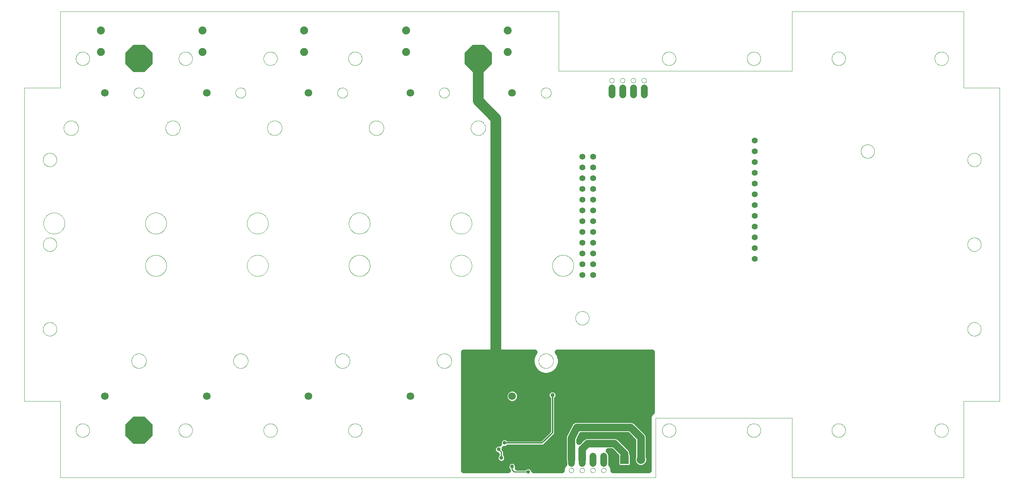
<source format=gbl>
G75*
%MOIN*%
%OFA0B0*%
%FSLAX25Y25*%
%IPPOS*%
%LPD*%
%AMOC8*
5,1,8,0,0,1.08239X$1,22.5*
%
%ADD10C,0.00000*%
%ADD11C,0.07087*%
%ADD12C,0.05543*%
%ADD13C,0.07400*%
%ADD14R,0.08000X0.08000*%
%ADD15C,0.08000*%
%ADD16C,0.06496*%
%ADD17C,0.03569*%
%ADD18C,0.01000*%
%ADD19OC8,0.25400*%
%ADD20OC8,0.03569*%
%ADD21C,0.01200*%
%ADD22C,0.05000*%
%ADD23C,0.10000*%
%ADD24C,0.04750*%
%ADD25C,0.11811*%
%ADD26C,0.07000*%
D10*
X0036965Y0006131D02*
X0036965Y0076997D01*
X0003500Y0076997D01*
X0003500Y0368336D01*
X0036965Y0368336D01*
X0036965Y0439202D01*
X0499563Y0439202D01*
X0499563Y0384084D01*
X0716098Y0384084D01*
X0716098Y0439202D01*
X0875547Y0439202D01*
X0875547Y0368336D01*
X0909012Y0368336D01*
X0909012Y0076997D01*
X0875547Y0076997D01*
X0875547Y0006131D01*
X0716098Y0006131D01*
X0716098Y0061249D01*
X0589563Y0061249D01*
X0589563Y0006131D01*
X0036965Y0006131D01*
X0051335Y0049832D02*
X0051337Y0049990D01*
X0051343Y0050148D01*
X0051353Y0050306D01*
X0051367Y0050464D01*
X0051385Y0050621D01*
X0051406Y0050778D01*
X0051432Y0050934D01*
X0051462Y0051090D01*
X0051495Y0051245D01*
X0051533Y0051398D01*
X0051574Y0051551D01*
X0051619Y0051703D01*
X0051668Y0051854D01*
X0051721Y0052003D01*
X0051777Y0052151D01*
X0051837Y0052297D01*
X0051901Y0052442D01*
X0051969Y0052585D01*
X0052040Y0052727D01*
X0052114Y0052867D01*
X0052192Y0053004D01*
X0052274Y0053140D01*
X0052358Y0053274D01*
X0052447Y0053405D01*
X0052538Y0053534D01*
X0052633Y0053661D01*
X0052730Y0053786D01*
X0052831Y0053908D01*
X0052935Y0054027D01*
X0053042Y0054144D01*
X0053152Y0054258D01*
X0053265Y0054369D01*
X0053380Y0054478D01*
X0053498Y0054583D01*
X0053619Y0054685D01*
X0053742Y0054785D01*
X0053868Y0054881D01*
X0053996Y0054974D01*
X0054126Y0055064D01*
X0054259Y0055150D01*
X0054394Y0055234D01*
X0054530Y0055313D01*
X0054669Y0055390D01*
X0054810Y0055462D01*
X0054952Y0055532D01*
X0055096Y0055597D01*
X0055242Y0055659D01*
X0055389Y0055717D01*
X0055538Y0055772D01*
X0055688Y0055823D01*
X0055839Y0055870D01*
X0055991Y0055913D01*
X0056144Y0055952D01*
X0056299Y0055988D01*
X0056454Y0056019D01*
X0056610Y0056047D01*
X0056766Y0056071D01*
X0056923Y0056091D01*
X0057081Y0056107D01*
X0057238Y0056119D01*
X0057397Y0056127D01*
X0057555Y0056131D01*
X0057713Y0056131D01*
X0057871Y0056127D01*
X0058030Y0056119D01*
X0058187Y0056107D01*
X0058345Y0056091D01*
X0058502Y0056071D01*
X0058658Y0056047D01*
X0058814Y0056019D01*
X0058969Y0055988D01*
X0059124Y0055952D01*
X0059277Y0055913D01*
X0059429Y0055870D01*
X0059580Y0055823D01*
X0059730Y0055772D01*
X0059879Y0055717D01*
X0060026Y0055659D01*
X0060172Y0055597D01*
X0060316Y0055532D01*
X0060458Y0055462D01*
X0060599Y0055390D01*
X0060738Y0055313D01*
X0060874Y0055234D01*
X0061009Y0055150D01*
X0061142Y0055064D01*
X0061272Y0054974D01*
X0061400Y0054881D01*
X0061526Y0054785D01*
X0061649Y0054685D01*
X0061770Y0054583D01*
X0061888Y0054478D01*
X0062003Y0054369D01*
X0062116Y0054258D01*
X0062226Y0054144D01*
X0062333Y0054027D01*
X0062437Y0053908D01*
X0062538Y0053786D01*
X0062635Y0053661D01*
X0062730Y0053534D01*
X0062821Y0053405D01*
X0062910Y0053274D01*
X0062994Y0053140D01*
X0063076Y0053004D01*
X0063154Y0052867D01*
X0063228Y0052727D01*
X0063299Y0052585D01*
X0063367Y0052442D01*
X0063431Y0052297D01*
X0063491Y0052151D01*
X0063547Y0052003D01*
X0063600Y0051854D01*
X0063649Y0051703D01*
X0063694Y0051551D01*
X0063735Y0051398D01*
X0063773Y0051245D01*
X0063806Y0051090D01*
X0063836Y0050934D01*
X0063862Y0050778D01*
X0063883Y0050621D01*
X0063901Y0050464D01*
X0063915Y0050306D01*
X0063925Y0050148D01*
X0063931Y0049990D01*
X0063933Y0049832D01*
X0063931Y0049674D01*
X0063925Y0049516D01*
X0063915Y0049358D01*
X0063901Y0049200D01*
X0063883Y0049043D01*
X0063862Y0048886D01*
X0063836Y0048730D01*
X0063806Y0048574D01*
X0063773Y0048419D01*
X0063735Y0048266D01*
X0063694Y0048113D01*
X0063649Y0047961D01*
X0063600Y0047810D01*
X0063547Y0047661D01*
X0063491Y0047513D01*
X0063431Y0047367D01*
X0063367Y0047222D01*
X0063299Y0047079D01*
X0063228Y0046937D01*
X0063154Y0046797D01*
X0063076Y0046660D01*
X0062994Y0046524D01*
X0062910Y0046390D01*
X0062821Y0046259D01*
X0062730Y0046130D01*
X0062635Y0046003D01*
X0062538Y0045878D01*
X0062437Y0045756D01*
X0062333Y0045637D01*
X0062226Y0045520D01*
X0062116Y0045406D01*
X0062003Y0045295D01*
X0061888Y0045186D01*
X0061770Y0045081D01*
X0061649Y0044979D01*
X0061526Y0044879D01*
X0061400Y0044783D01*
X0061272Y0044690D01*
X0061142Y0044600D01*
X0061009Y0044514D01*
X0060874Y0044430D01*
X0060738Y0044351D01*
X0060599Y0044274D01*
X0060458Y0044202D01*
X0060316Y0044132D01*
X0060172Y0044067D01*
X0060026Y0044005D01*
X0059879Y0043947D01*
X0059730Y0043892D01*
X0059580Y0043841D01*
X0059429Y0043794D01*
X0059277Y0043751D01*
X0059124Y0043712D01*
X0058969Y0043676D01*
X0058814Y0043645D01*
X0058658Y0043617D01*
X0058502Y0043593D01*
X0058345Y0043573D01*
X0058187Y0043557D01*
X0058030Y0043545D01*
X0057871Y0043537D01*
X0057713Y0043533D01*
X0057555Y0043533D01*
X0057397Y0043537D01*
X0057238Y0043545D01*
X0057081Y0043557D01*
X0056923Y0043573D01*
X0056766Y0043593D01*
X0056610Y0043617D01*
X0056454Y0043645D01*
X0056299Y0043676D01*
X0056144Y0043712D01*
X0055991Y0043751D01*
X0055839Y0043794D01*
X0055688Y0043841D01*
X0055538Y0043892D01*
X0055389Y0043947D01*
X0055242Y0044005D01*
X0055096Y0044067D01*
X0054952Y0044132D01*
X0054810Y0044202D01*
X0054669Y0044274D01*
X0054530Y0044351D01*
X0054394Y0044430D01*
X0054259Y0044514D01*
X0054126Y0044600D01*
X0053996Y0044690D01*
X0053868Y0044783D01*
X0053742Y0044879D01*
X0053619Y0044979D01*
X0053498Y0045081D01*
X0053380Y0045186D01*
X0053265Y0045295D01*
X0053152Y0045406D01*
X0053042Y0045520D01*
X0052935Y0045637D01*
X0052831Y0045756D01*
X0052730Y0045878D01*
X0052633Y0046003D01*
X0052538Y0046130D01*
X0052447Y0046259D01*
X0052358Y0046390D01*
X0052274Y0046524D01*
X0052192Y0046660D01*
X0052114Y0046797D01*
X0052040Y0046937D01*
X0051969Y0047079D01*
X0051901Y0047222D01*
X0051837Y0047367D01*
X0051777Y0047513D01*
X0051721Y0047661D01*
X0051668Y0047810D01*
X0051619Y0047961D01*
X0051574Y0048113D01*
X0051533Y0048266D01*
X0051495Y0048419D01*
X0051462Y0048574D01*
X0051432Y0048730D01*
X0051406Y0048886D01*
X0051385Y0049043D01*
X0051367Y0049200D01*
X0051353Y0049358D01*
X0051343Y0049516D01*
X0051337Y0049674D01*
X0051335Y0049832D01*
X0146807Y0049832D02*
X0146809Y0049990D01*
X0146815Y0050148D01*
X0146825Y0050306D01*
X0146839Y0050464D01*
X0146857Y0050621D01*
X0146878Y0050778D01*
X0146904Y0050934D01*
X0146934Y0051090D01*
X0146967Y0051245D01*
X0147005Y0051398D01*
X0147046Y0051551D01*
X0147091Y0051703D01*
X0147140Y0051854D01*
X0147193Y0052003D01*
X0147249Y0052151D01*
X0147309Y0052297D01*
X0147373Y0052442D01*
X0147441Y0052585D01*
X0147512Y0052727D01*
X0147586Y0052867D01*
X0147664Y0053004D01*
X0147746Y0053140D01*
X0147830Y0053274D01*
X0147919Y0053405D01*
X0148010Y0053534D01*
X0148105Y0053661D01*
X0148202Y0053786D01*
X0148303Y0053908D01*
X0148407Y0054027D01*
X0148514Y0054144D01*
X0148624Y0054258D01*
X0148737Y0054369D01*
X0148852Y0054478D01*
X0148970Y0054583D01*
X0149091Y0054685D01*
X0149214Y0054785D01*
X0149340Y0054881D01*
X0149468Y0054974D01*
X0149598Y0055064D01*
X0149731Y0055150D01*
X0149866Y0055234D01*
X0150002Y0055313D01*
X0150141Y0055390D01*
X0150282Y0055462D01*
X0150424Y0055532D01*
X0150568Y0055597D01*
X0150714Y0055659D01*
X0150861Y0055717D01*
X0151010Y0055772D01*
X0151160Y0055823D01*
X0151311Y0055870D01*
X0151463Y0055913D01*
X0151616Y0055952D01*
X0151771Y0055988D01*
X0151926Y0056019D01*
X0152082Y0056047D01*
X0152238Y0056071D01*
X0152395Y0056091D01*
X0152553Y0056107D01*
X0152710Y0056119D01*
X0152869Y0056127D01*
X0153027Y0056131D01*
X0153185Y0056131D01*
X0153343Y0056127D01*
X0153502Y0056119D01*
X0153659Y0056107D01*
X0153817Y0056091D01*
X0153974Y0056071D01*
X0154130Y0056047D01*
X0154286Y0056019D01*
X0154441Y0055988D01*
X0154596Y0055952D01*
X0154749Y0055913D01*
X0154901Y0055870D01*
X0155052Y0055823D01*
X0155202Y0055772D01*
X0155351Y0055717D01*
X0155498Y0055659D01*
X0155644Y0055597D01*
X0155788Y0055532D01*
X0155930Y0055462D01*
X0156071Y0055390D01*
X0156210Y0055313D01*
X0156346Y0055234D01*
X0156481Y0055150D01*
X0156614Y0055064D01*
X0156744Y0054974D01*
X0156872Y0054881D01*
X0156998Y0054785D01*
X0157121Y0054685D01*
X0157242Y0054583D01*
X0157360Y0054478D01*
X0157475Y0054369D01*
X0157588Y0054258D01*
X0157698Y0054144D01*
X0157805Y0054027D01*
X0157909Y0053908D01*
X0158010Y0053786D01*
X0158107Y0053661D01*
X0158202Y0053534D01*
X0158293Y0053405D01*
X0158382Y0053274D01*
X0158466Y0053140D01*
X0158548Y0053004D01*
X0158626Y0052867D01*
X0158700Y0052727D01*
X0158771Y0052585D01*
X0158839Y0052442D01*
X0158903Y0052297D01*
X0158963Y0052151D01*
X0159019Y0052003D01*
X0159072Y0051854D01*
X0159121Y0051703D01*
X0159166Y0051551D01*
X0159207Y0051398D01*
X0159245Y0051245D01*
X0159278Y0051090D01*
X0159308Y0050934D01*
X0159334Y0050778D01*
X0159355Y0050621D01*
X0159373Y0050464D01*
X0159387Y0050306D01*
X0159397Y0050148D01*
X0159403Y0049990D01*
X0159405Y0049832D01*
X0159403Y0049674D01*
X0159397Y0049516D01*
X0159387Y0049358D01*
X0159373Y0049200D01*
X0159355Y0049043D01*
X0159334Y0048886D01*
X0159308Y0048730D01*
X0159278Y0048574D01*
X0159245Y0048419D01*
X0159207Y0048266D01*
X0159166Y0048113D01*
X0159121Y0047961D01*
X0159072Y0047810D01*
X0159019Y0047661D01*
X0158963Y0047513D01*
X0158903Y0047367D01*
X0158839Y0047222D01*
X0158771Y0047079D01*
X0158700Y0046937D01*
X0158626Y0046797D01*
X0158548Y0046660D01*
X0158466Y0046524D01*
X0158382Y0046390D01*
X0158293Y0046259D01*
X0158202Y0046130D01*
X0158107Y0046003D01*
X0158010Y0045878D01*
X0157909Y0045756D01*
X0157805Y0045637D01*
X0157698Y0045520D01*
X0157588Y0045406D01*
X0157475Y0045295D01*
X0157360Y0045186D01*
X0157242Y0045081D01*
X0157121Y0044979D01*
X0156998Y0044879D01*
X0156872Y0044783D01*
X0156744Y0044690D01*
X0156614Y0044600D01*
X0156481Y0044514D01*
X0156346Y0044430D01*
X0156210Y0044351D01*
X0156071Y0044274D01*
X0155930Y0044202D01*
X0155788Y0044132D01*
X0155644Y0044067D01*
X0155498Y0044005D01*
X0155351Y0043947D01*
X0155202Y0043892D01*
X0155052Y0043841D01*
X0154901Y0043794D01*
X0154749Y0043751D01*
X0154596Y0043712D01*
X0154441Y0043676D01*
X0154286Y0043645D01*
X0154130Y0043617D01*
X0153974Y0043593D01*
X0153817Y0043573D01*
X0153659Y0043557D01*
X0153502Y0043545D01*
X0153343Y0043537D01*
X0153185Y0043533D01*
X0153027Y0043533D01*
X0152869Y0043537D01*
X0152710Y0043545D01*
X0152553Y0043557D01*
X0152395Y0043573D01*
X0152238Y0043593D01*
X0152082Y0043617D01*
X0151926Y0043645D01*
X0151771Y0043676D01*
X0151616Y0043712D01*
X0151463Y0043751D01*
X0151311Y0043794D01*
X0151160Y0043841D01*
X0151010Y0043892D01*
X0150861Y0043947D01*
X0150714Y0044005D01*
X0150568Y0044067D01*
X0150424Y0044132D01*
X0150282Y0044202D01*
X0150141Y0044274D01*
X0150002Y0044351D01*
X0149866Y0044430D01*
X0149731Y0044514D01*
X0149598Y0044600D01*
X0149468Y0044690D01*
X0149340Y0044783D01*
X0149214Y0044879D01*
X0149091Y0044979D01*
X0148970Y0045081D01*
X0148852Y0045186D01*
X0148737Y0045295D01*
X0148624Y0045406D01*
X0148514Y0045520D01*
X0148407Y0045637D01*
X0148303Y0045756D01*
X0148202Y0045878D01*
X0148105Y0046003D01*
X0148010Y0046130D01*
X0147919Y0046259D01*
X0147830Y0046390D01*
X0147746Y0046524D01*
X0147664Y0046660D01*
X0147586Y0046797D01*
X0147512Y0046937D01*
X0147441Y0047079D01*
X0147373Y0047222D01*
X0147309Y0047367D01*
X0147249Y0047513D01*
X0147193Y0047661D01*
X0147140Y0047810D01*
X0147091Y0047961D01*
X0147046Y0048113D01*
X0147005Y0048266D01*
X0146967Y0048419D01*
X0146934Y0048574D01*
X0146904Y0048730D01*
X0146878Y0048886D01*
X0146857Y0049043D01*
X0146839Y0049200D01*
X0146825Y0049358D01*
X0146815Y0049516D01*
X0146809Y0049674D01*
X0146807Y0049832D01*
X0225547Y0049832D02*
X0225549Y0049990D01*
X0225555Y0050148D01*
X0225565Y0050306D01*
X0225579Y0050464D01*
X0225597Y0050621D01*
X0225618Y0050778D01*
X0225644Y0050934D01*
X0225674Y0051090D01*
X0225707Y0051245D01*
X0225745Y0051398D01*
X0225786Y0051551D01*
X0225831Y0051703D01*
X0225880Y0051854D01*
X0225933Y0052003D01*
X0225989Y0052151D01*
X0226049Y0052297D01*
X0226113Y0052442D01*
X0226181Y0052585D01*
X0226252Y0052727D01*
X0226326Y0052867D01*
X0226404Y0053004D01*
X0226486Y0053140D01*
X0226570Y0053274D01*
X0226659Y0053405D01*
X0226750Y0053534D01*
X0226845Y0053661D01*
X0226942Y0053786D01*
X0227043Y0053908D01*
X0227147Y0054027D01*
X0227254Y0054144D01*
X0227364Y0054258D01*
X0227477Y0054369D01*
X0227592Y0054478D01*
X0227710Y0054583D01*
X0227831Y0054685D01*
X0227954Y0054785D01*
X0228080Y0054881D01*
X0228208Y0054974D01*
X0228338Y0055064D01*
X0228471Y0055150D01*
X0228606Y0055234D01*
X0228742Y0055313D01*
X0228881Y0055390D01*
X0229022Y0055462D01*
X0229164Y0055532D01*
X0229308Y0055597D01*
X0229454Y0055659D01*
X0229601Y0055717D01*
X0229750Y0055772D01*
X0229900Y0055823D01*
X0230051Y0055870D01*
X0230203Y0055913D01*
X0230356Y0055952D01*
X0230511Y0055988D01*
X0230666Y0056019D01*
X0230822Y0056047D01*
X0230978Y0056071D01*
X0231135Y0056091D01*
X0231293Y0056107D01*
X0231450Y0056119D01*
X0231609Y0056127D01*
X0231767Y0056131D01*
X0231925Y0056131D01*
X0232083Y0056127D01*
X0232242Y0056119D01*
X0232399Y0056107D01*
X0232557Y0056091D01*
X0232714Y0056071D01*
X0232870Y0056047D01*
X0233026Y0056019D01*
X0233181Y0055988D01*
X0233336Y0055952D01*
X0233489Y0055913D01*
X0233641Y0055870D01*
X0233792Y0055823D01*
X0233942Y0055772D01*
X0234091Y0055717D01*
X0234238Y0055659D01*
X0234384Y0055597D01*
X0234528Y0055532D01*
X0234670Y0055462D01*
X0234811Y0055390D01*
X0234950Y0055313D01*
X0235086Y0055234D01*
X0235221Y0055150D01*
X0235354Y0055064D01*
X0235484Y0054974D01*
X0235612Y0054881D01*
X0235738Y0054785D01*
X0235861Y0054685D01*
X0235982Y0054583D01*
X0236100Y0054478D01*
X0236215Y0054369D01*
X0236328Y0054258D01*
X0236438Y0054144D01*
X0236545Y0054027D01*
X0236649Y0053908D01*
X0236750Y0053786D01*
X0236847Y0053661D01*
X0236942Y0053534D01*
X0237033Y0053405D01*
X0237122Y0053274D01*
X0237206Y0053140D01*
X0237288Y0053004D01*
X0237366Y0052867D01*
X0237440Y0052727D01*
X0237511Y0052585D01*
X0237579Y0052442D01*
X0237643Y0052297D01*
X0237703Y0052151D01*
X0237759Y0052003D01*
X0237812Y0051854D01*
X0237861Y0051703D01*
X0237906Y0051551D01*
X0237947Y0051398D01*
X0237985Y0051245D01*
X0238018Y0051090D01*
X0238048Y0050934D01*
X0238074Y0050778D01*
X0238095Y0050621D01*
X0238113Y0050464D01*
X0238127Y0050306D01*
X0238137Y0050148D01*
X0238143Y0049990D01*
X0238145Y0049832D01*
X0238143Y0049674D01*
X0238137Y0049516D01*
X0238127Y0049358D01*
X0238113Y0049200D01*
X0238095Y0049043D01*
X0238074Y0048886D01*
X0238048Y0048730D01*
X0238018Y0048574D01*
X0237985Y0048419D01*
X0237947Y0048266D01*
X0237906Y0048113D01*
X0237861Y0047961D01*
X0237812Y0047810D01*
X0237759Y0047661D01*
X0237703Y0047513D01*
X0237643Y0047367D01*
X0237579Y0047222D01*
X0237511Y0047079D01*
X0237440Y0046937D01*
X0237366Y0046797D01*
X0237288Y0046660D01*
X0237206Y0046524D01*
X0237122Y0046390D01*
X0237033Y0046259D01*
X0236942Y0046130D01*
X0236847Y0046003D01*
X0236750Y0045878D01*
X0236649Y0045756D01*
X0236545Y0045637D01*
X0236438Y0045520D01*
X0236328Y0045406D01*
X0236215Y0045295D01*
X0236100Y0045186D01*
X0235982Y0045081D01*
X0235861Y0044979D01*
X0235738Y0044879D01*
X0235612Y0044783D01*
X0235484Y0044690D01*
X0235354Y0044600D01*
X0235221Y0044514D01*
X0235086Y0044430D01*
X0234950Y0044351D01*
X0234811Y0044274D01*
X0234670Y0044202D01*
X0234528Y0044132D01*
X0234384Y0044067D01*
X0234238Y0044005D01*
X0234091Y0043947D01*
X0233942Y0043892D01*
X0233792Y0043841D01*
X0233641Y0043794D01*
X0233489Y0043751D01*
X0233336Y0043712D01*
X0233181Y0043676D01*
X0233026Y0043645D01*
X0232870Y0043617D01*
X0232714Y0043593D01*
X0232557Y0043573D01*
X0232399Y0043557D01*
X0232242Y0043545D01*
X0232083Y0043537D01*
X0231925Y0043533D01*
X0231767Y0043533D01*
X0231609Y0043537D01*
X0231450Y0043545D01*
X0231293Y0043557D01*
X0231135Y0043573D01*
X0230978Y0043593D01*
X0230822Y0043617D01*
X0230666Y0043645D01*
X0230511Y0043676D01*
X0230356Y0043712D01*
X0230203Y0043751D01*
X0230051Y0043794D01*
X0229900Y0043841D01*
X0229750Y0043892D01*
X0229601Y0043947D01*
X0229454Y0044005D01*
X0229308Y0044067D01*
X0229164Y0044132D01*
X0229022Y0044202D01*
X0228881Y0044274D01*
X0228742Y0044351D01*
X0228606Y0044430D01*
X0228471Y0044514D01*
X0228338Y0044600D01*
X0228208Y0044690D01*
X0228080Y0044783D01*
X0227954Y0044879D01*
X0227831Y0044979D01*
X0227710Y0045081D01*
X0227592Y0045186D01*
X0227477Y0045295D01*
X0227364Y0045406D01*
X0227254Y0045520D01*
X0227147Y0045637D01*
X0227043Y0045756D01*
X0226942Y0045878D01*
X0226845Y0046003D01*
X0226750Y0046130D01*
X0226659Y0046259D01*
X0226570Y0046390D01*
X0226486Y0046524D01*
X0226404Y0046660D01*
X0226326Y0046797D01*
X0226252Y0046937D01*
X0226181Y0047079D01*
X0226113Y0047222D01*
X0226049Y0047367D01*
X0225989Y0047513D01*
X0225933Y0047661D01*
X0225880Y0047810D01*
X0225831Y0047961D01*
X0225786Y0048113D01*
X0225745Y0048266D01*
X0225707Y0048419D01*
X0225674Y0048574D01*
X0225644Y0048730D01*
X0225618Y0048886D01*
X0225597Y0049043D01*
X0225579Y0049200D01*
X0225565Y0049358D01*
X0225555Y0049516D01*
X0225549Y0049674D01*
X0225547Y0049832D01*
X0304288Y0049832D02*
X0304290Y0049990D01*
X0304296Y0050148D01*
X0304306Y0050306D01*
X0304320Y0050464D01*
X0304338Y0050621D01*
X0304359Y0050778D01*
X0304385Y0050934D01*
X0304415Y0051090D01*
X0304448Y0051245D01*
X0304486Y0051398D01*
X0304527Y0051551D01*
X0304572Y0051703D01*
X0304621Y0051854D01*
X0304674Y0052003D01*
X0304730Y0052151D01*
X0304790Y0052297D01*
X0304854Y0052442D01*
X0304922Y0052585D01*
X0304993Y0052727D01*
X0305067Y0052867D01*
X0305145Y0053004D01*
X0305227Y0053140D01*
X0305311Y0053274D01*
X0305400Y0053405D01*
X0305491Y0053534D01*
X0305586Y0053661D01*
X0305683Y0053786D01*
X0305784Y0053908D01*
X0305888Y0054027D01*
X0305995Y0054144D01*
X0306105Y0054258D01*
X0306218Y0054369D01*
X0306333Y0054478D01*
X0306451Y0054583D01*
X0306572Y0054685D01*
X0306695Y0054785D01*
X0306821Y0054881D01*
X0306949Y0054974D01*
X0307079Y0055064D01*
X0307212Y0055150D01*
X0307347Y0055234D01*
X0307483Y0055313D01*
X0307622Y0055390D01*
X0307763Y0055462D01*
X0307905Y0055532D01*
X0308049Y0055597D01*
X0308195Y0055659D01*
X0308342Y0055717D01*
X0308491Y0055772D01*
X0308641Y0055823D01*
X0308792Y0055870D01*
X0308944Y0055913D01*
X0309097Y0055952D01*
X0309252Y0055988D01*
X0309407Y0056019D01*
X0309563Y0056047D01*
X0309719Y0056071D01*
X0309876Y0056091D01*
X0310034Y0056107D01*
X0310191Y0056119D01*
X0310350Y0056127D01*
X0310508Y0056131D01*
X0310666Y0056131D01*
X0310824Y0056127D01*
X0310983Y0056119D01*
X0311140Y0056107D01*
X0311298Y0056091D01*
X0311455Y0056071D01*
X0311611Y0056047D01*
X0311767Y0056019D01*
X0311922Y0055988D01*
X0312077Y0055952D01*
X0312230Y0055913D01*
X0312382Y0055870D01*
X0312533Y0055823D01*
X0312683Y0055772D01*
X0312832Y0055717D01*
X0312979Y0055659D01*
X0313125Y0055597D01*
X0313269Y0055532D01*
X0313411Y0055462D01*
X0313552Y0055390D01*
X0313691Y0055313D01*
X0313827Y0055234D01*
X0313962Y0055150D01*
X0314095Y0055064D01*
X0314225Y0054974D01*
X0314353Y0054881D01*
X0314479Y0054785D01*
X0314602Y0054685D01*
X0314723Y0054583D01*
X0314841Y0054478D01*
X0314956Y0054369D01*
X0315069Y0054258D01*
X0315179Y0054144D01*
X0315286Y0054027D01*
X0315390Y0053908D01*
X0315491Y0053786D01*
X0315588Y0053661D01*
X0315683Y0053534D01*
X0315774Y0053405D01*
X0315863Y0053274D01*
X0315947Y0053140D01*
X0316029Y0053004D01*
X0316107Y0052867D01*
X0316181Y0052727D01*
X0316252Y0052585D01*
X0316320Y0052442D01*
X0316384Y0052297D01*
X0316444Y0052151D01*
X0316500Y0052003D01*
X0316553Y0051854D01*
X0316602Y0051703D01*
X0316647Y0051551D01*
X0316688Y0051398D01*
X0316726Y0051245D01*
X0316759Y0051090D01*
X0316789Y0050934D01*
X0316815Y0050778D01*
X0316836Y0050621D01*
X0316854Y0050464D01*
X0316868Y0050306D01*
X0316878Y0050148D01*
X0316884Y0049990D01*
X0316886Y0049832D01*
X0316884Y0049674D01*
X0316878Y0049516D01*
X0316868Y0049358D01*
X0316854Y0049200D01*
X0316836Y0049043D01*
X0316815Y0048886D01*
X0316789Y0048730D01*
X0316759Y0048574D01*
X0316726Y0048419D01*
X0316688Y0048266D01*
X0316647Y0048113D01*
X0316602Y0047961D01*
X0316553Y0047810D01*
X0316500Y0047661D01*
X0316444Y0047513D01*
X0316384Y0047367D01*
X0316320Y0047222D01*
X0316252Y0047079D01*
X0316181Y0046937D01*
X0316107Y0046797D01*
X0316029Y0046660D01*
X0315947Y0046524D01*
X0315863Y0046390D01*
X0315774Y0046259D01*
X0315683Y0046130D01*
X0315588Y0046003D01*
X0315491Y0045878D01*
X0315390Y0045756D01*
X0315286Y0045637D01*
X0315179Y0045520D01*
X0315069Y0045406D01*
X0314956Y0045295D01*
X0314841Y0045186D01*
X0314723Y0045081D01*
X0314602Y0044979D01*
X0314479Y0044879D01*
X0314353Y0044783D01*
X0314225Y0044690D01*
X0314095Y0044600D01*
X0313962Y0044514D01*
X0313827Y0044430D01*
X0313691Y0044351D01*
X0313552Y0044274D01*
X0313411Y0044202D01*
X0313269Y0044132D01*
X0313125Y0044067D01*
X0312979Y0044005D01*
X0312832Y0043947D01*
X0312683Y0043892D01*
X0312533Y0043841D01*
X0312382Y0043794D01*
X0312230Y0043751D01*
X0312077Y0043712D01*
X0311922Y0043676D01*
X0311767Y0043645D01*
X0311611Y0043617D01*
X0311455Y0043593D01*
X0311298Y0043573D01*
X0311140Y0043557D01*
X0310983Y0043545D01*
X0310824Y0043537D01*
X0310666Y0043533D01*
X0310508Y0043533D01*
X0310350Y0043537D01*
X0310191Y0043545D01*
X0310034Y0043557D01*
X0309876Y0043573D01*
X0309719Y0043593D01*
X0309563Y0043617D01*
X0309407Y0043645D01*
X0309252Y0043676D01*
X0309097Y0043712D01*
X0308944Y0043751D01*
X0308792Y0043794D01*
X0308641Y0043841D01*
X0308491Y0043892D01*
X0308342Y0043947D01*
X0308195Y0044005D01*
X0308049Y0044067D01*
X0307905Y0044132D01*
X0307763Y0044202D01*
X0307622Y0044274D01*
X0307483Y0044351D01*
X0307347Y0044430D01*
X0307212Y0044514D01*
X0307079Y0044600D01*
X0306949Y0044690D01*
X0306821Y0044783D01*
X0306695Y0044879D01*
X0306572Y0044979D01*
X0306451Y0045081D01*
X0306333Y0045186D01*
X0306218Y0045295D01*
X0306105Y0045406D01*
X0305995Y0045520D01*
X0305888Y0045637D01*
X0305784Y0045756D01*
X0305683Y0045878D01*
X0305586Y0046003D01*
X0305491Y0046130D01*
X0305400Y0046259D01*
X0305311Y0046390D01*
X0305227Y0046524D01*
X0305145Y0046660D01*
X0305067Y0046797D01*
X0304993Y0046937D01*
X0304922Y0047079D01*
X0304854Y0047222D01*
X0304790Y0047367D01*
X0304730Y0047513D01*
X0304674Y0047661D01*
X0304621Y0047810D01*
X0304572Y0047961D01*
X0304527Y0048113D01*
X0304486Y0048266D01*
X0304448Y0048419D01*
X0304415Y0048574D01*
X0304385Y0048730D01*
X0304359Y0048886D01*
X0304338Y0049043D01*
X0304320Y0049200D01*
X0304306Y0049358D01*
X0304296Y0049516D01*
X0304290Y0049674D01*
X0304288Y0049832D01*
X0291985Y0114399D02*
X0291987Y0114566D01*
X0291993Y0114732D01*
X0292003Y0114899D01*
X0292018Y0115065D01*
X0292036Y0115230D01*
X0292059Y0115395D01*
X0292085Y0115560D01*
X0292115Y0115724D01*
X0292150Y0115887D01*
X0292189Y0116049D01*
X0292231Y0116210D01*
X0292277Y0116370D01*
X0292328Y0116529D01*
X0292382Y0116687D01*
X0292440Y0116843D01*
X0292502Y0116998D01*
X0292568Y0117151D01*
X0292637Y0117303D01*
X0292710Y0117452D01*
X0292787Y0117600D01*
X0292867Y0117746D01*
X0292951Y0117890D01*
X0293039Y0118032D01*
X0293129Y0118172D01*
X0293224Y0118309D01*
X0293321Y0118444D01*
X0293422Y0118577D01*
X0293526Y0118707D01*
X0293634Y0118835D01*
X0293744Y0118960D01*
X0293858Y0119082D01*
X0293974Y0119201D01*
X0294093Y0119317D01*
X0294215Y0119431D01*
X0294340Y0119541D01*
X0294468Y0119649D01*
X0294598Y0119753D01*
X0294731Y0119854D01*
X0294866Y0119951D01*
X0295003Y0120046D01*
X0295143Y0120136D01*
X0295285Y0120224D01*
X0295429Y0120308D01*
X0295575Y0120388D01*
X0295723Y0120465D01*
X0295872Y0120538D01*
X0296024Y0120607D01*
X0296177Y0120673D01*
X0296332Y0120735D01*
X0296488Y0120793D01*
X0296646Y0120847D01*
X0296805Y0120898D01*
X0296965Y0120944D01*
X0297126Y0120986D01*
X0297288Y0121025D01*
X0297451Y0121060D01*
X0297615Y0121090D01*
X0297780Y0121116D01*
X0297945Y0121139D01*
X0298110Y0121157D01*
X0298276Y0121172D01*
X0298443Y0121182D01*
X0298609Y0121188D01*
X0298776Y0121190D01*
X0298943Y0121188D01*
X0299109Y0121182D01*
X0299276Y0121172D01*
X0299442Y0121157D01*
X0299607Y0121139D01*
X0299772Y0121116D01*
X0299937Y0121090D01*
X0300101Y0121060D01*
X0300264Y0121025D01*
X0300426Y0120986D01*
X0300587Y0120944D01*
X0300747Y0120898D01*
X0300906Y0120847D01*
X0301064Y0120793D01*
X0301220Y0120735D01*
X0301375Y0120673D01*
X0301528Y0120607D01*
X0301680Y0120538D01*
X0301829Y0120465D01*
X0301977Y0120388D01*
X0302123Y0120308D01*
X0302267Y0120224D01*
X0302409Y0120136D01*
X0302549Y0120046D01*
X0302686Y0119951D01*
X0302821Y0119854D01*
X0302954Y0119753D01*
X0303084Y0119649D01*
X0303212Y0119541D01*
X0303337Y0119431D01*
X0303459Y0119317D01*
X0303578Y0119201D01*
X0303694Y0119082D01*
X0303808Y0118960D01*
X0303918Y0118835D01*
X0304026Y0118707D01*
X0304130Y0118577D01*
X0304231Y0118444D01*
X0304328Y0118309D01*
X0304423Y0118172D01*
X0304513Y0118032D01*
X0304601Y0117890D01*
X0304685Y0117746D01*
X0304765Y0117600D01*
X0304842Y0117452D01*
X0304915Y0117303D01*
X0304984Y0117151D01*
X0305050Y0116998D01*
X0305112Y0116843D01*
X0305170Y0116687D01*
X0305224Y0116529D01*
X0305275Y0116370D01*
X0305321Y0116210D01*
X0305363Y0116049D01*
X0305402Y0115887D01*
X0305437Y0115724D01*
X0305467Y0115560D01*
X0305493Y0115395D01*
X0305516Y0115230D01*
X0305534Y0115065D01*
X0305549Y0114899D01*
X0305559Y0114732D01*
X0305565Y0114566D01*
X0305567Y0114399D01*
X0305565Y0114232D01*
X0305559Y0114066D01*
X0305549Y0113899D01*
X0305534Y0113733D01*
X0305516Y0113568D01*
X0305493Y0113403D01*
X0305467Y0113238D01*
X0305437Y0113074D01*
X0305402Y0112911D01*
X0305363Y0112749D01*
X0305321Y0112588D01*
X0305275Y0112428D01*
X0305224Y0112269D01*
X0305170Y0112111D01*
X0305112Y0111955D01*
X0305050Y0111800D01*
X0304984Y0111647D01*
X0304915Y0111495D01*
X0304842Y0111346D01*
X0304765Y0111198D01*
X0304685Y0111052D01*
X0304601Y0110908D01*
X0304513Y0110766D01*
X0304423Y0110626D01*
X0304328Y0110489D01*
X0304231Y0110354D01*
X0304130Y0110221D01*
X0304026Y0110091D01*
X0303918Y0109963D01*
X0303808Y0109838D01*
X0303694Y0109716D01*
X0303578Y0109597D01*
X0303459Y0109481D01*
X0303337Y0109367D01*
X0303212Y0109257D01*
X0303084Y0109149D01*
X0302954Y0109045D01*
X0302821Y0108944D01*
X0302686Y0108847D01*
X0302549Y0108752D01*
X0302409Y0108662D01*
X0302267Y0108574D01*
X0302123Y0108490D01*
X0301977Y0108410D01*
X0301829Y0108333D01*
X0301680Y0108260D01*
X0301528Y0108191D01*
X0301375Y0108125D01*
X0301220Y0108063D01*
X0301064Y0108005D01*
X0300906Y0107951D01*
X0300747Y0107900D01*
X0300587Y0107854D01*
X0300426Y0107812D01*
X0300264Y0107773D01*
X0300101Y0107738D01*
X0299937Y0107708D01*
X0299772Y0107682D01*
X0299607Y0107659D01*
X0299442Y0107641D01*
X0299276Y0107626D01*
X0299109Y0107616D01*
X0298943Y0107610D01*
X0298776Y0107608D01*
X0298609Y0107610D01*
X0298443Y0107616D01*
X0298276Y0107626D01*
X0298110Y0107641D01*
X0297945Y0107659D01*
X0297780Y0107682D01*
X0297615Y0107708D01*
X0297451Y0107738D01*
X0297288Y0107773D01*
X0297126Y0107812D01*
X0296965Y0107854D01*
X0296805Y0107900D01*
X0296646Y0107951D01*
X0296488Y0108005D01*
X0296332Y0108063D01*
X0296177Y0108125D01*
X0296024Y0108191D01*
X0295872Y0108260D01*
X0295723Y0108333D01*
X0295575Y0108410D01*
X0295429Y0108490D01*
X0295285Y0108574D01*
X0295143Y0108662D01*
X0295003Y0108752D01*
X0294866Y0108847D01*
X0294731Y0108944D01*
X0294598Y0109045D01*
X0294468Y0109149D01*
X0294340Y0109257D01*
X0294215Y0109367D01*
X0294093Y0109481D01*
X0293974Y0109597D01*
X0293858Y0109716D01*
X0293744Y0109838D01*
X0293634Y0109963D01*
X0293526Y0110091D01*
X0293422Y0110221D01*
X0293321Y0110354D01*
X0293224Y0110489D01*
X0293129Y0110626D01*
X0293039Y0110766D01*
X0292951Y0110908D01*
X0292867Y0111052D01*
X0292787Y0111198D01*
X0292710Y0111346D01*
X0292637Y0111495D01*
X0292568Y0111647D01*
X0292502Y0111800D01*
X0292440Y0111955D01*
X0292382Y0112111D01*
X0292328Y0112269D01*
X0292277Y0112428D01*
X0292231Y0112588D01*
X0292189Y0112749D01*
X0292150Y0112911D01*
X0292115Y0113074D01*
X0292085Y0113238D01*
X0292059Y0113403D01*
X0292036Y0113568D01*
X0292018Y0113733D01*
X0292003Y0113899D01*
X0291993Y0114066D01*
X0291987Y0114232D01*
X0291985Y0114399D01*
X0197496Y0114399D02*
X0197498Y0114566D01*
X0197504Y0114732D01*
X0197514Y0114899D01*
X0197529Y0115065D01*
X0197547Y0115230D01*
X0197570Y0115395D01*
X0197596Y0115560D01*
X0197626Y0115724D01*
X0197661Y0115887D01*
X0197700Y0116049D01*
X0197742Y0116210D01*
X0197788Y0116370D01*
X0197839Y0116529D01*
X0197893Y0116687D01*
X0197951Y0116843D01*
X0198013Y0116998D01*
X0198079Y0117151D01*
X0198148Y0117303D01*
X0198221Y0117452D01*
X0198298Y0117600D01*
X0198378Y0117746D01*
X0198462Y0117890D01*
X0198550Y0118032D01*
X0198640Y0118172D01*
X0198735Y0118309D01*
X0198832Y0118444D01*
X0198933Y0118577D01*
X0199037Y0118707D01*
X0199145Y0118835D01*
X0199255Y0118960D01*
X0199369Y0119082D01*
X0199485Y0119201D01*
X0199604Y0119317D01*
X0199726Y0119431D01*
X0199851Y0119541D01*
X0199979Y0119649D01*
X0200109Y0119753D01*
X0200242Y0119854D01*
X0200377Y0119951D01*
X0200514Y0120046D01*
X0200654Y0120136D01*
X0200796Y0120224D01*
X0200940Y0120308D01*
X0201086Y0120388D01*
X0201234Y0120465D01*
X0201383Y0120538D01*
X0201535Y0120607D01*
X0201688Y0120673D01*
X0201843Y0120735D01*
X0201999Y0120793D01*
X0202157Y0120847D01*
X0202316Y0120898D01*
X0202476Y0120944D01*
X0202637Y0120986D01*
X0202799Y0121025D01*
X0202962Y0121060D01*
X0203126Y0121090D01*
X0203291Y0121116D01*
X0203456Y0121139D01*
X0203621Y0121157D01*
X0203787Y0121172D01*
X0203954Y0121182D01*
X0204120Y0121188D01*
X0204287Y0121190D01*
X0204454Y0121188D01*
X0204620Y0121182D01*
X0204787Y0121172D01*
X0204953Y0121157D01*
X0205118Y0121139D01*
X0205283Y0121116D01*
X0205448Y0121090D01*
X0205612Y0121060D01*
X0205775Y0121025D01*
X0205937Y0120986D01*
X0206098Y0120944D01*
X0206258Y0120898D01*
X0206417Y0120847D01*
X0206575Y0120793D01*
X0206731Y0120735D01*
X0206886Y0120673D01*
X0207039Y0120607D01*
X0207191Y0120538D01*
X0207340Y0120465D01*
X0207488Y0120388D01*
X0207634Y0120308D01*
X0207778Y0120224D01*
X0207920Y0120136D01*
X0208060Y0120046D01*
X0208197Y0119951D01*
X0208332Y0119854D01*
X0208465Y0119753D01*
X0208595Y0119649D01*
X0208723Y0119541D01*
X0208848Y0119431D01*
X0208970Y0119317D01*
X0209089Y0119201D01*
X0209205Y0119082D01*
X0209319Y0118960D01*
X0209429Y0118835D01*
X0209537Y0118707D01*
X0209641Y0118577D01*
X0209742Y0118444D01*
X0209839Y0118309D01*
X0209934Y0118172D01*
X0210024Y0118032D01*
X0210112Y0117890D01*
X0210196Y0117746D01*
X0210276Y0117600D01*
X0210353Y0117452D01*
X0210426Y0117303D01*
X0210495Y0117151D01*
X0210561Y0116998D01*
X0210623Y0116843D01*
X0210681Y0116687D01*
X0210735Y0116529D01*
X0210786Y0116370D01*
X0210832Y0116210D01*
X0210874Y0116049D01*
X0210913Y0115887D01*
X0210948Y0115724D01*
X0210978Y0115560D01*
X0211004Y0115395D01*
X0211027Y0115230D01*
X0211045Y0115065D01*
X0211060Y0114899D01*
X0211070Y0114732D01*
X0211076Y0114566D01*
X0211078Y0114399D01*
X0211076Y0114232D01*
X0211070Y0114066D01*
X0211060Y0113899D01*
X0211045Y0113733D01*
X0211027Y0113568D01*
X0211004Y0113403D01*
X0210978Y0113238D01*
X0210948Y0113074D01*
X0210913Y0112911D01*
X0210874Y0112749D01*
X0210832Y0112588D01*
X0210786Y0112428D01*
X0210735Y0112269D01*
X0210681Y0112111D01*
X0210623Y0111955D01*
X0210561Y0111800D01*
X0210495Y0111647D01*
X0210426Y0111495D01*
X0210353Y0111346D01*
X0210276Y0111198D01*
X0210196Y0111052D01*
X0210112Y0110908D01*
X0210024Y0110766D01*
X0209934Y0110626D01*
X0209839Y0110489D01*
X0209742Y0110354D01*
X0209641Y0110221D01*
X0209537Y0110091D01*
X0209429Y0109963D01*
X0209319Y0109838D01*
X0209205Y0109716D01*
X0209089Y0109597D01*
X0208970Y0109481D01*
X0208848Y0109367D01*
X0208723Y0109257D01*
X0208595Y0109149D01*
X0208465Y0109045D01*
X0208332Y0108944D01*
X0208197Y0108847D01*
X0208060Y0108752D01*
X0207920Y0108662D01*
X0207778Y0108574D01*
X0207634Y0108490D01*
X0207488Y0108410D01*
X0207340Y0108333D01*
X0207191Y0108260D01*
X0207039Y0108191D01*
X0206886Y0108125D01*
X0206731Y0108063D01*
X0206575Y0108005D01*
X0206417Y0107951D01*
X0206258Y0107900D01*
X0206098Y0107854D01*
X0205937Y0107812D01*
X0205775Y0107773D01*
X0205612Y0107738D01*
X0205448Y0107708D01*
X0205283Y0107682D01*
X0205118Y0107659D01*
X0204953Y0107641D01*
X0204787Y0107626D01*
X0204620Y0107616D01*
X0204454Y0107610D01*
X0204287Y0107608D01*
X0204120Y0107610D01*
X0203954Y0107616D01*
X0203787Y0107626D01*
X0203621Y0107641D01*
X0203456Y0107659D01*
X0203291Y0107682D01*
X0203126Y0107708D01*
X0202962Y0107738D01*
X0202799Y0107773D01*
X0202637Y0107812D01*
X0202476Y0107854D01*
X0202316Y0107900D01*
X0202157Y0107951D01*
X0201999Y0108005D01*
X0201843Y0108063D01*
X0201688Y0108125D01*
X0201535Y0108191D01*
X0201383Y0108260D01*
X0201234Y0108333D01*
X0201086Y0108410D01*
X0200940Y0108490D01*
X0200796Y0108574D01*
X0200654Y0108662D01*
X0200514Y0108752D01*
X0200377Y0108847D01*
X0200242Y0108944D01*
X0200109Y0109045D01*
X0199979Y0109149D01*
X0199851Y0109257D01*
X0199726Y0109367D01*
X0199604Y0109481D01*
X0199485Y0109597D01*
X0199369Y0109716D01*
X0199255Y0109838D01*
X0199145Y0109963D01*
X0199037Y0110091D01*
X0198933Y0110221D01*
X0198832Y0110354D01*
X0198735Y0110489D01*
X0198640Y0110626D01*
X0198550Y0110766D01*
X0198462Y0110908D01*
X0198378Y0111052D01*
X0198298Y0111198D01*
X0198221Y0111346D01*
X0198148Y0111495D01*
X0198079Y0111647D01*
X0198013Y0111800D01*
X0197951Y0111955D01*
X0197893Y0112111D01*
X0197839Y0112269D01*
X0197788Y0112428D01*
X0197742Y0112588D01*
X0197700Y0112749D01*
X0197661Y0112911D01*
X0197626Y0113074D01*
X0197596Y0113238D01*
X0197570Y0113403D01*
X0197547Y0113568D01*
X0197529Y0113733D01*
X0197514Y0113899D01*
X0197504Y0114066D01*
X0197498Y0114232D01*
X0197496Y0114399D01*
X0103008Y0114399D02*
X0103010Y0114566D01*
X0103016Y0114732D01*
X0103026Y0114899D01*
X0103041Y0115065D01*
X0103059Y0115230D01*
X0103082Y0115395D01*
X0103108Y0115560D01*
X0103138Y0115724D01*
X0103173Y0115887D01*
X0103212Y0116049D01*
X0103254Y0116210D01*
X0103300Y0116370D01*
X0103351Y0116529D01*
X0103405Y0116687D01*
X0103463Y0116843D01*
X0103525Y0116998D01*
X0103591Y0117151D01*
X0103660Y0117303D01*
X0103733Y0117452D01*
X0103810Y0117600D01*
X0103890Y0117746D01*
X0103974Y0117890D01*
X0104062Y0118032D01*
X0104152Y0118172D01*
X0104247Y0118309D01*
X0104344Y0118444D01*
X0104445Y0118577D01*
X0104549Y0118707D01*
X0104657Y0118835D01*
X0104767Y0118960D01*
X0104881Y0119082D01*
X0104997Y0119201D01*
X0105116Y0119317D01*
X0105238Y0119431D01*
X0105363Y0119541D01*
X0105491Y0119649D01*
X0105621Y0119753D01*
X0105754Y0119854D01*
X0105889Y0119951D01*
X0106026Y0120046D01*
X0106166Y0120136D01*
X0106308Y0120224D01*
X0106452Y0120308D01*
X0106598Y0120388D01*
X0106746Y0120465D01*
X0106895Y0120538D01*
X0107047Y0120607D01*
X0107200Y0120673D01*
X0107355Y0120735D01*
X0107511Y0120793D01*
X0107669Y0120847D01*
X0107828Y0120898D01*
X0107988Y0120944D01*
X0108149Y0120986D01*
X0108311Y0121025D01*
X0108474Y0121060D01*
X0108638Y0121090D01*
X0108803Y0121116D01*
X0108968Y0121139D01*
X0109133Y0121157D01*
X0109299Y0121172D01*
X0109466Y0121182D01*
X0109632Y0121188D01*
X0109799Y0121190D01*
X0109966Y0121188D01*
X0110132Y0121182D01*
X0110299Y0121172D01*
X0110465Y0121157D01*
X0110630Y0121139D01*
X0110795Y0121116D01*
X0110960Y0121090D01*
X0111124Y0121060D01*
X0111287Y0121025D01*
X0111449Y0120986D01*
X0111610Y0120944D01*
X0111770Y0120898D01*
X0111929Y0120847D01*
X0112087Y0120793D01*
X0112243Y0120735D01*
X0112398Y0120673D01*
X0112551Y0120607D01*
X0112703Y0120538D01*
X0112852Y0120465D01*
X0113000Y0120388D01*
X0113146Y0120308D01*
X0113290Y0120224D01*
X0113432Y0120136D01*
X0113572Y0120046D01*
X0113709Y0119951D01*
X0113844Y0119854D01*
X0113977Y0119753D01*
X0114107Y0119649D01*
X0114235Y0119541D01*
X0114360Y0119431D01*
X0114482Y0119317D01*
X0114601Y0119201D01*
X0114717Y0119082D01*
X0114831Y0118960D01*
X0114941Y0118835D01*
X0115049Y0118707D01*
X0115153Y0118577D01*
X0115254Y0118444D01*
X0115351Y0118309D01*
X0115446Y0118172D01*
X0115536Y0118032D01*
X0115624Y0117890D01*
X0115708Y0117746D01*
X0115788Y0117600D01*
X0115865Y0117452D01*
X0115938Y0117303D01*
X0116007Y0117151D01*
X0116073Y0116998D01*
X0116135Y0116843D01*
X0116193Y0116687D01*
X0116247Y0116529D01*
X0116298Y0116370D01*
X0116344Y0116210D01*
X0116386Y0116049D01*
X0116425Y0115887D01*
X0116460Y0115724D01*
X0116490Y0115560D01*
X0116516Y0115395D01*
X0116539Y0115230D01*
X0116557Y0115065D01*
X0116572Y0114899D01*
X0116582Y0114732D01*
X0116588Y0114566D01*
X0116590Y0114399D01*
X0116588Y0114232D01*
X0116582Y0114066D01*
X0116572Y0113899D01*
X0116557Y0113733D01*
X0116539Y0113568D01*
X0116516Y0113403D01*
X0116490Y0113238D01*
X0116460Y0113074D01*
X0116425Y0112911D01*
X0116386Y0112749D01*
X0116344Y0112588D01*
X0116298Y0112428D01*
X0116247Y0112269D01*
X0116193Y0112111D01*
X0116135Y0111955D01*
X0116073Y0111800D01*
X0116007Y0111647D01*
X0115938Y0111495D01*
X0115865Y0111346D01*
X0115788Y0111198D01*
X0115708Y0111052D01*
X0115624Y0110908D01*
X0115536Y0110766D01*
X0115446Y0110626D01*
X0115351Y0110489D01*
X0115254Y0110354D01*
X0115153Y0110221D01*
X0115049Y0110091D01*
X0114941Y0109963D01*
X0114831Y0109838D01*
X0114717Y0109716D01*
X0114601Y0109597D01*
X0114482Y0109481D01*
X0114360Y0109367D01*
X0114235Y0109257D01*
X0114107Y0109149D01*
X0113977Y0109045D01*
X0113844Y0108944D01*
X0113709Y0108847D01*
X0113572Y0108752D01*
X0113432Y0108662D01*
X0113290Y0108574D01*
X0113146Y0108490D01*
X0113000Y0108410D01*
X0112852Y0108333D01*
X0112703Y0108260D01*
X0112551Y0108191D01*
X0112398Y0108125D01*
X0112243Y0108063D01*
X0112087Y0108005D01*
X0111929Y0107951D01*
X0111770Y0107900D01*
X0111610Y0107854D01*
X0111449Y0107812D01*
X0111287Y0107773D01*
X0111124Y0107738D01*
X0110960Y0107708D01*
X0110795Y0107682D01*
X0110630Y0107659D01*
X0110465Y0107641D01*
X0110299Y0107626D01*
X0110132Y0107616D01*
X0109966Y0107610D01*
X0109799Y0107608D01*
X0109632Y0107610D01*
X0109466Y0107616D01*
X0109299Y0107626D01*
X0109133Y0107641D01*
X0108968Y0107659D01*
X0108803Y0107682D01*
X0108638Y0107708D01*
X0108474Y0107738D01*
X0108311Y0107773D01*
X0108149Y0107812D01*
X0107988Y0107854D01*
X0107828Y0107900D01*
X0107669Y0107951D01*
X0107511Y0108005D01*
X0107355Y0108063D01*
X0107200Y0108125D01*
X0107047Y0108191D01*
X0106895Y0108260D01*
X0106746Y0108333D01*
X0106598Y0108410D01*
X0106452Y0108490D01*
X0106308Y0108574D01*
X0106166Y0108662D01*
X0106026Y0108752D01*
X0105889Y0108847D01*
X0105754Y0108944D01*
X0105621Y0109045D01*
X0105491Y0109149D01*
X0105363Y0109257D01*
X0105238Y0109367D01*
X0105116Y0109481D01*
X0104997Y0109597D01*
X0104881Y0109716D01*
X0104767Y0109838D01*
X0104657Y0109963D01*
X0104549Y0110091D01*
X0104445Y0110221D01*
X0104344Y0110354D01*
X0104247Y0110489D01*
X0104152Y0110626D01*
X0104062Y0110766D01*
X0103974Y0110908D01*
X0103890Y0111052D01*
X0103810Y0111198D01*
X0103733Y0111346D01*
X0103660Y0111495D01*
X0103591Y0111647D01*
X0103525Y0111800D01*
X0103463Y0111955D01*
X0103405Y0112111D01*
X0103351Y0112269D01*
X0103300Y0112428D01*
X0103254Y0112588D01*
X0103212Y0112749D01*
X0103173Y0112911D01*
X0103138Y0113074D01*
X0103108Y0113238D01*
X0103082Y0113403D01*
X0103059Y0113568D01*
X0103041Y0113733D01*
X0103026Y0113899D01*
X0103016Y0114066D01*
X0103010Y0114232D01*
X0103008Y0114399D01*
X0020823Y0143927D02*
X0020825Y0144085D01*
X0020831Y0144243D01*
X0020841Y0144401D01*
X0020855Y0144559D01*
X0020873Y0144716D01*
X0020894Y0144873D01*
X0020920Y0145029D01*
X0020950Y0145185D01*
X0020983Y0145340D01*
X0021021Y0145493D01*
X0021062Y0145646D01*
X0021107Y0145798D01*
X0021156Y0145949D01*
X0021209Y0146098D01*
X0021265Y0146246D01*
X0021325Y0146392D01*
X0021389Y0146537D01*
X0021457Y0146680D01*
X0021528Y0146822D01*
X0021602Y0146962D01*
X0021680Y0147099D01*
X0021762Y0147235D01*
X0021846Y0147369D01*
X0021935Y0147500D01*
X0022026Y0147629D01*
X0022121Y0147756D01*
X0022218Y0147881D01*
X0022319Y0148003D01*
X0022423Y0148122D01*
X0022530Y0148239D01*
X0022640Y0148353D01*
X0022753Y0148464D01*
X0022868Y0148573D01*
X0022986Y0148678D01*
X0023107Y0148780D01*
X0023230Y0148880D01*
X0023356Y0148976D01*
X0023484Y0149069D01*
X0023614Y0149159D01*
X0023747Y0149245D01*
X0023882Y0149329D01*
X0024018Y0149408D01*
X0024157Y0149485D01*
X0024298Y0149557D01*
X0024440Y0149627D01*
X0024584Y0149692D01*
X0024730Y0149754D01*
X0024877Y0149812D01*
X0025026Y0149867D01*
X0025176Y0149918D01*
X0025327Y0149965D01*
X0025479Y0150008D01*
X0025632Y0150047D01*
X0025787Y0150083D01*
X0025942Y0150114D01*
X0026098Y0150142D01*
X0026254Y0150166D01*
X0026411Y0150186D01*
X0026569Y0150202D01*
X0026726Y0150214D01*
X0026885Y0150222D01*
X0027043Y0150226D01*
X0027201Y0150226D01*
X0027359Y0150222D01*
X0027518Y0150214D01*
X0027675Y0150202D01*
X0027833Y0150186D01*
X0027990Y0150166D01*
X0028146Y0150142D01*
X0028302Y0150114D01*
X0028457Y0150083D01*
X0028612Y0150047D01*
X0028765Y0150008D01*
X0028917Y0149965D01*
X0029068Y0149918D01*
X0029218Y0149867D01*
X0029367Y0149812D01*
X0029514Y0149754D01*
X0029660Y0149692D01*
X0029804Y0149627D01*
X0029946Y0149557D01*
X0030087Y0149485D01*
X0030226Y0149408D01*
X0030362Y0149329D01*
X0030497Y0149245D01*
X0030630Y0149159D01*
X0030760Y0149069D01*
X0030888Y0148976D01*
X0031014Y0148880D01*
X0031137Y0148780D01*
X0031258Y0148678D01*
X0031376Y0148573D01*
X0031491Y0148464D01*
X0031604Y0148353D01*
X0031714Y0148239D01*
X0031821Y0148122D01*
X0031925Y0148003D01*
X0032026Y0147881D01*
X0032123Y0147756D01*
X0032218Y0147629D01*
X0032309Y0147500D01*
X0032398Y0147369D01*
X0032482Y0147235D01*
X0032564Y0147099D01*
X0032642Y0146962D01*
X0032716Y0146822D01*
X0032787Y0146680D01*
X0032855Y0146537D01*
X0032919Y0146392D01*
X0032979Y0146246D01*
X0033035Y0146098D01*
X0033088Y0145949D01*
X0033137Y0145798D01*
X0033182Y0145646D01*
X0033223Y0145493D01*
X0033261Y0145340D01*
X0033294Y0145185D01*
X0033324Y0145029D01*
X0033350Y0144873D01*
X0033371Y0144716D01*
X0033389Y0144559D01*
X0033403Y0144401D01*
X0033413Y0144243D01*
X0033419Y0144085D01*
X0033421Y0143927D01*
X0033419Y0143769D01*
X0033413Y0143611D01*
X0033403Y0143453D01*
X0033389Y0143295D01*
X0033371Y0143138D01*
X0033350Y0142981D01*
X0033324Y0142825D01*
X0033294Y0142669D01*
X0033261Y0142514D01*
X0033223Y0142361D01*
X0033182Y0142208D01*
X0033137Y0142056D01*
X0033088Y0141905D01*
X0033035Y0141756D01*
X0032979Y0141608D01*
X0032919Y0141462D01*
X0032855Y0141317D01*
X0032787Y0141174D01*
X0032716Y0141032D01*
X0032642Y0140892D01*
X0032564Y0140755D01*
X0032482Y0140619D01*
X0032398Y0140485D01*
X0032309Y0140354D01*
X0032218Y0140225D01*
X0032123Y0140098D01*
X0032026Y0139973D01*
X0031925Y0139851D01*
X0031821Y0139732D01*
X0031714Y0139615D01*
X0031604Y0139501D01*
X0031491Y0139390D01*
X0031376Y0139281D01*
X0031258Y0139176D01*
X0031137Y0139074D01*
X0031014Y0138974D01*
X0030888Y0138878D01*
X0030760Y0138785D01*
X0030630Y0138695D01*
X0030497Y0138609D01*
X0030362Y0138525D01*
X0030226Y0138446D01*
X0030087Y0138369D01*
X0029946Y0138297D01*
X0029804Y0138227D01*
X0029660Y0138162D01*
X0029514Y0138100D01*
X0029367Y0138042D01*
X0029218Y0137987D01*
X0029068Y0137936D01*
X0028917Y0137889D01*
X0028765Y0137846D01*
X0028612Y0137807D01*
X0028457Y0137771D01*
X0028302Y0137740D01*
X0028146Y0137712D01*
X0027990Y0137688D01*
X0027833Y0137668D01*
X0027675Y0137652D01*
X0027518Y0137640D01*
X0027359Y0137632D01*
X0027201Y0137628D01*
X0027043Y0137628D01*
X0026885Y0137632D01*
X0026726Y0137640D01*
X0026569Y0137652D01*
X0026411Y0137668D01*
X0026254Y0137688D01*
X0026098Y0137712D01*
X0025942Y0137740D01*
X0025787Y0137771D01*
X0025632Y0137807D01*
X0025479Y0137846D01*
X0025327Y0137889D01*
X0025176Y0137936D01*
X0025026Y0137987D01*
X0024877Y0138042D01*
X0024730Y0138100D01*
X0024584Y0138162D01*
X0024440Y0138227D01*
X0024298Y0138297D01*
X0024157Y0138369D01*
X0024018Y0138446D01*
X0023882Y0138525D01*
X0023747Y0138609D01*
X0023614Y0138695D01*
X0023484Y0138785D01*
X0023356Y0138878D01*
X0023230Y0138974D01*
X0023107Y0139074D01*
X0022986Y0139176D01*
X0022868Y0139281D01*
X0022753Y0139390D01*
X0022640Y0139501D01*
X0022530Y0139615D01*
X0022423Y0139732D01*
X0022319Y0139851D01*
X0022218Y0139973D01*
X0022121Y0140098D01*
X0022026Y0140225D01*
X0021935Y0140354D01*
X0021846Y0140485D01*
X0021762Y0140619D01*
X0021680Y0140755D01*
X0021602Y0140892D01*
X0021528Y0141032D01*
X0021457Y0141174D01*
X0021389Y0141317D01*
X0021325Y0141462D01*
X0021265Y0141608D01*
X0021209Y0141756D01*
X0021156Y0141905D01*
X0021107Y0142056D01*
X0021062Y0142208D01*
X0021021Y0142361D01*
X0020983Y0142514D01*
X0020950Y0142669D01*
X0020920Y0142825D01*
X0020894Y0142981D01*
X0020873Y0143138D01*
X0020855Y0143295D01*
X0020841Y0143453D01*
X0020831Y0143611D01*
X0020825Y0143769D01*
X0020823Y0143927D01*
X0115704Y0202982D02*
X0115707Y0203224D01*
X0115716Y0203465D01*
X0115731Y0203706D01*
X0115751Y0203947D01*
X0115778Y0204187D01*
X0115811Y0204426D01*
X0115849Y0204665D01*
X0115893Y0204902D01*
X0115943Y0205139D01*
X0115999Y0205374D01*
X0116061Y0205607D01*
X0116128Y0205839D01*
X0116201Y0206070D01*
X0116279Y0206298D01*
X0116364Y0206524D01*
X0116453Y0206749D01*
X0116548Y0206971D01*
X0116649Y0207190D01*
X0116755Y0207408D01*
X0116866Y0207622D01*
X0116983Y0207834D01*
X0117104Y0208042D01*
X0117231Y0208248D01*
X0117363Y0208450D01*
X0117500Y0208650D01*
X0117641Y0208845D01*
X0117787Y0209038D01*
X0117938Y0209226D01*
X0118094Y0209411D01*
X0118254Y0209592D01*
X0118418Y0209769D01*
X0118587Y0209942D01*
X0118760Y0210111D01*
X0118937Y0210275D01*
X0119118Y0210435D01*
X0119303Y0210591D01*
X0119491Y0210742D01*
X0119684Y0210888D01*
X0119879Y0211029D01*
X0120079Y0211166D01*
X0120281Y0211298D01*
X0120487Y0211425D01*
X0120695Y0211546D01*
X0120907Y0211663D01*
X0121121Y0211774D01*
X0121339Y0211880D01*
X0121558Y0211981D01*
X0121780Y0212076D01*
X0122005Y0212165D01*
X0122231Y0212250D01*
X0122459Y0212328D01*
X0122690Y0212401D01*
X0122922Y0212468D01*
X0123155Y0212530D01*
X0123390Y0212586D01*
X0123627Y0212636D01*
X0123864Y0212680D01*
X0124103Y0212718D01*
X0124342Y0212751D01*
X0124582Y0212778D01*
X0124823Y0212798D01*
X0125064Y0212813D01*
X0125305Y0212822D01*
X0125547Y0212825D01*
X0125789Y0212822D01*
X0126030Y0212813D01*
X0126271Y0212798D01*
X0126512Y0212778D01*
X0126752Y0212751D01*
X0126991Y0212718D01*
X0127230Y0212680D01*
X0127467Y0212636D01*
X0127704Y0212586D01*
X0127939Y0212530D01*
X0128172Y0212468D01*
X0128404Y0212401D01*
X0128635Y0212328D01*
X0128863Y0212250D01*
X0129089Y0212165D01*
X0129314Y0212076D01*
X0129536Y0211981D01*
X0129755Y0211880D01*
X0129973Y0211774D01*
X0130187Y0211663D01*
X0130399Y0211546D01*
X0130607Y0211425D01*
X0130813Y0211298D01*
X0131015Y0211166D01*
X0131215Y0211029D01*
X0131410Y0210888D01*
X0131603Y0210742D01*
X0131791Y0210591D01*
X0131976Y0210435D01*
X0132157Y0210275D01*
X0132334Y0210111D01*
X0132507Y0209942D01*
X0132676Y0209769D01*
X0132840Y0209592D01*
X0133000Y0209411D01*
X0133156Y0209226D01*
X0133307Y0209038D01*
X0133453Y0208845D01*
X0133594Y0208650D01*
X0133731Y0208450D01*
X0133863Y0208248D01*
X0133990Y0208042D01*
X0134111Y0207834D01*
X0134228Y0207622D01*
X0134339Y0207408D01*
X0134445Y0207190D01*
X0134546Y0206971D01*
X0134641Y0206749D01*
X0134730Y0206524D01*
X0134815Y0206298D01*
X0134893Y0206070D01*
X0134966Y0205839D01*
X0135033Y0205607D01*
X0135095Y0205374D01*
X0135151Y0205139D01*
X0135201Y0204902D01*
X0135245Y0204665D01*
X0135283Y0204426D01*
X0135316Y0204187D01*
X0135343Y0203947D01*
X0135363Y0203706D01*
X0135378Y0203465D01*
X0135387Y0203224D01*
X0135390Y0202982D01*
X0135387Y0202740D01*
X0135378Y0202499D01*
X0135363Y0202258D01*
X0135343Y0202017D01*
X0135316Y0201777D01*
X0135283Y0201538D01*
X0135245Y0201299D01*
X0135201Y0201062D01*
X0135151Y0200825D01*
X0135095Y0200590D01*
X0135033Y0200357D01*
X0134966Y0200125D01*
X0134893Y0199894D01*
X0134815Y0199666D01*
X0134730Y0199440D01*
X0134641Y0199215D01*
X0134546Y0198993D01*
X0134445Y0198774D01*
X0134339Y0198556D01*
X0134228Y0198342D01*
X0134111Y0198130D01*
X0133990Y0197922D01*
X0133863Y0197716D01*
X0133731Y0197514D01*
X0133594Y0197314D01*
X0133453Y0197119D01*
X0133307Y0196926D01*
X0133156Y0196738D01*
X0133000Y0196553D01*
X0132840Y0196372D01*
X0132676Y0196195D01*
X0132507Y0196022D01*
X0132334Y0195853D01*
X0132157Y0195689D01*
X0131976Y0195529D01*
X0131791Y0195373D01*
X0131603Y0195222D01*
X0131410Y0195076D01*
X0131215Y0194935D01*
X0131015Y0194798D01*
X0130813Y0194666D01*
X0130607Y0194539D01*
X0130399Y0194418D01*
X0130187Y0194301D01*
X0129973Y0194190D01*
X0129755Y0194084D01*
X0129536Y0193983D01*
X0129314Y0193888D01*
X0129089Y0193799D01*
X0128863Y0193714D01*
X0128635Y0193636D01*
X0128404Y0193563D01*
X0128172Y0193496D01*
X0127939Y0193434D01*
X0127704Y0193378D01*
X0127467Y0193328D01*
X0127230Y0193284D01*
X0126991Y0193246D01*
X0126752Y0193213D01*
X0126512Y0193186D01*
X0126271Y0193166D01*
X0126030Y0193151D01*
X0125789Y0193142D01*
X0125547Y0193139D01*
X0125305Y0193142D01*
X0125064Y0193151D01*
X0124823Y0193166D01*
X0124582Y0193186D01*
X0124342Y0193213D01*
X0124103Y0193246D01*
X0123864Y0193284D01*
X0123627Y0193328D01*
X0123390Y0193378D01*
X0123155Y0193434D01*
X0122922Y0193496D01*
X0122690Y0193563D01*
X0122459Y0193636D01*
X0122231Y0193714D01*
X0122005Y0193799D01*
X0121780Y0193888D01*
X0121558Y0193983D01*
X0121339Y0194084D01*
X0121121Y0194190D01*
X0120907Y0194301D01*
X0120695Y0194418D01*
X0120487Y0194539D01*
X0120281Y0194666D01*
X0120079Y0194798D01*
X0119879Y0194935D01*
X0119684Y0195076D01*
X0119491Y0195222D01*
X0119303Y0195373D01*
X0119118Y0195529D01*
X0118937Y0195689D01*
X0118760Y0195853D01*
X0118587Y0196022D01*
X0118418Y0196195D01*
X0118254Y0196372D01*
X0118094Y0196553D01*
X0117938Y0196738D01*
X0117787Y0196926D01*
X0117641Y0197119D01*
X0117500Y0197314D01*
X0117363Y0197514D01*
X0117231Y0197716D01*
X0117104Y0197922D01*
X0116983Y0198130D01*
X0116866Y0198342D01*
X0116755Y0198556D01*
X0116649Y0198774D01*
X0116548Y0198993D01*
X0116453Y0199215D01*
X0116364Y0199440D01*
X0116279Y0199666D01*
X0116201Y0199894D01*
X0116128Y0200125D01*
X0116061Y0200357D01*
X0115999Y0200590D01*
X0115943Y0200825D01*
X0115893Y0201062D01*
X0115849Y0201299D01*
X0115811Y0201538D01*
X0115778Y0201777D01*
X0115751Y0202017D01*
X0115731Y0202258D01*
X0115716Y0202499D01*
X0115707Y0202740D01*
X0115704Y0202982D01*
X0115704Y0242352D02*
X0115707Y0242594D01*
X0115716Y0242835D01*
X0115731Y0243076D01*
X0115751Y0243317D01*
X0115778Y0243557D01*
X0115811Y0243796D01*
X0115849Y0244035D01*
X0115893Y0244272D01*
X0115943Y0244509D01*
X0115999Y0244744D01*
X0116061Y0244977D01*
X0116128Y0245209D01*
X0116201Y0245440D01*
X0116279Y0245668D01*
X0116364Y0245894D01*
X0116453Y0246119D01*
X0116548Y0246341D01*
X0116649Y0246560D01*
X0116755Y0246778D01*
X0116866Y0246992D01*
X0116983Y0247204D01*
X0117104Y0247412D01*
X0117231Y0247618D01*
X0117363Y0247820D01*
X0117500Y0248020D01*
X0117641Y0248215D01*
X0117787Y0248408D01*
X0117938Y0248596D01*
X0118094Y0248781D01*
X0118254Y0248962D01*
X0118418Y0249139D01*
X0118587Y0249312D01*
X0118760Y0249481D01*
X0118937Y0249645D01*
X0119118Y0249805D01*
X0119303Y0249961D01*
X0119491Y0250112D01*
X0119684Y0250258D01*
X0119879Y0250399D01*
X0120079Y0250536D01*
X0120281Y0250668D01*
X0120487Y0250795D01*
X0120695Y0250916D01*
X0120907Y0251033D01*
X0121121Y0251144D01*
X0121339Y0251250D01*
X0121558Y0251351D01*
X0121780Y0251446D01*
X0122005Y0251535D01*
X0122231Y0251620D01*
X0122459Y0251698D01*
X0122690Y0251771D01*
X0122922Y0251838D01*
X0123155Y0251900D01*
X0123390Y0251956D01*
X0123627Y0252006D01*
X0123864Y0252050D01*
X0124103Y0252088D01*
X0124342Y0252121D01*
X0124582Y0252148D01*
X0124823Y0252168D01*
X0125064Y0252183D01*
X0125305Y0252192D01*
X0125547Y0252195D01*
X0125789Y0252192D01*
X0126030Y0252183D01*
X0126271Y0252168D01*
X0126512Y0252148D01*
X0126752Y0252121D01*
X0126991Y0252088D01*
X0127230Y0252050D01*
X0127467Y0252006D01*
X0127704Y0251956D01*
X0127939Y0251900D01*
X0128172Y0251838D01*
X0128404Y0251771D01*
X0128635Y0251698D01*
X0128863Y0251620D01*
X0129089Y0251535D01*
X0129314Y0251446D01*
X0129536Y0251351D01*
X0129755Y0251250D01*
X0129973Y0251144D01*
X0130187Y0251033D01*
X0130399Y0250916D01*
X0130607Y0250795D01*
X0130813Y0250668D01*
X0131015Y0250536D01*
X0131215Y0250399D01*
X0131410Y0250258D01*
X0131603Y0250112D01*
X0131791Y0249961D01*
X0131976Y0249805D01*
X0132157Y0249645D01*
X0132334Y0249481D01*
X0132507Y0249312D01*
X0132676Y0249139D01*
X0132840Y0248962D01*
X0133000Y0248781D01*
X0133156Y0248596D01*
X0133307Y0248408D01*
X0133453Y0248215D01*
X0133594Y0248020D01*
X0133731Y0247820D01*
X0133863Y0247618D01*
X0133990Y0247412D01*
X0134111Y0247204D01*
X0134228Y0246992D01*
X0134339Y0246778D01*
X0134445Y0246560D01*
X0134546Y0246341D01*
X0134641Y0246119D01*
X0134730Y0245894D01*
X0134815Y0245668D01*
X0134893Y0245440D01*
X0134966Y0245209D01*
X0135033Y0244977D01*
X0135095Y0244744D01*
X0135151Y0244509D01*
X0135201Y0244272D01*
X0135245Y0244035D01*
X0135283Y0243796D01*
X0135316Y0243557D01*
X0135343Y0243317D01*
X0135363Y0243076D01*
X0135378Y0242835D01*
X0135387Y0242594D01*
X0135390Y0242352D01*
X0135387Y0242110D01*
X0135378Y0241869D01*
X0135363Y0241628D01*
X0135343Y0241387D01*
X0135316Y0241147D01*
X0135283Y0240908D01*
X0135245Y0240669D01*
X0135201Y0240432D01*
X0135151Y0240195D01*
X0135095Y0239960D01*
X0135033Y0239727D01*
X0134966Y0239495D01*
X0134893Y0239264D01*
X0134815Y0239036D01*
X0134730Y0238810D01*
X0134641Y0238585D01*
X0134546Y0238363D01*
X0134445Y0238144D01*
X0134339Y0237926D01*
X0134228Y0237712D01*
X0134111Y0237500D01*
X0133990Y0237292D01*
X0133863Y0237086D01*
X0133731Y0236884D01*
X0133594Y0236684D01*
X0133453Y0236489D01*
X0133307Y0236296D01*
X0133156Y0236108D01*
X0133000Y0235923D01*
X0132840Y0235742D01*
X0132676Y0235565D01*
X0132507Y0235392D01*
X0132334Y0235223D01*
X0132157Y0235059D01*
X0131976Y0234899D01*
X0131791Y0234743D01*
X0131603Y0234592D01*
X0131410Y0234446D01*
X0131215Y0234305D01*
X0131015Y0234168D01*
X0130813Y0234036D01*
X0130607Y0233909D01*
X0130399Y0233788D01*
X0130187Y0233671D01*
X0129973Y0233560D01*
X0129755Y0233454D01*
X0129536Y0233353D01*
X0129314Y0233258D01*
X0129089Y0233169D01*
X0128863Y0233084D01*
X0128635Y0233006D01*
X0128404Y0232933D01*
X0128172Y0232866D01*
X0127939Y0232804D01*
X0127704Y0232748D01*
X0127467Y0232698D01*
X0127230Y0232654D01*
X0126991Y0232616D01*
X0126752Y0232583D01*
X0126512Y0232556D01*
X0126271Y0232536D01*
X0126030Y0232521D01*
X0125789Y0232512D01*
X0125547Y0232509D01*
X0125305Y0232512D01*
X0125064Y0232521D01*
X0124823Y0232536D01*
X0124582Y0232556D01*
X0124342Y0232583D01*
X0124103Y0232616D01*
X0123864Y0232654D01*
X0123627Y0232698D01*
X0123390Y0232748D01*
X0123155Y0232804D01*
X0122922Y0232866D01*
X0122690Y0232933D01*
X0122459Y0233006D01*
X0122231Y0233084D01*
X0122005Y0233169D01*
X0121780Y0233258D01*
X0121558Y0233353D01*
X0121339Y0233454D01*
X0121121Y0233560D01*
X0120907Y0233671D01*
X0120695Y0233788D01*
X0120487Y0233909D01*
X0120281Y0234036D01*
X0120079Y0234168D01*
X0119879Y0234305D01*
X0119684Y0234446D01*
X0119491Y0234592D01*
X0119303Y0234743D01*
X0119118Y0234899D01*
X0118937Y0235059D01*
X0118760Y0235223D01*
X0118587Y0235392D01*
X0118418Y0235565D01*
X0118254Y0235742D01*
X0118094Y0235923D01*
X0117938Y0236108D01*
X0117787Y0236296D01*
X0117641Y0236489D01*
X0117500Y0236684D01*
X0117363Y0236884D01*
X0117231Y0237086D01*
X0117104Y0237292D01*
X0116983Y0237500D01*
X0116866Y0237712D01*
X0116755Y0237926D01*
X0116649Y0238144D01*
X0116548Y0238363D01*
X0116453Y0238585D01*
X0116364Y0238810D01*
X0116279Y0239036D01*
X0116201Y0239264D01*
X0116128Y0239495D01*
X0116061Y0239727D01*
X0115999Y0239960D01*
X0115943Y0240195D01*
X0115893Y0240432D01*
X0115849Y0240669D01*
X0115811Y0240908D01*
X0115778Y0241147D01*
X0115751Y0241387D01*
X0115731Y0241628D01*
X0115716Y0241869D01*
X0115707Y0242110D01*
X0115704Y0242352D01*
X0021216Y0242352D02*
X0021219Y0242594D01*
X0021228Y0242835D01*
X0021243Y0243076D01*
X0021263Y0243317D01*
X0021290Y0243557D01*
X0021323Y0243796D01*
X0021361Y0244035D01*
X0021405Y0244272D01*
X0021455Y0244509D01*
X0021511Y0244744D01*
X0021573Y0244977D01*
X0021640Y0245209D01*
X0021713Y0245440D01*
X0021791Y0245668D01*
X0021876Y0245894D01*
X0021965Y0246119D01*
X0022060Y0246341D01*
X0022161Y0246560D01*
X0022267Y0246778D01*
X0022378Y0246992D01*
X0022495Y0247204D01*
X0022616Y0247412D01*
X0022743Y0247618D01*
X0022875Y0247820D01*
X0023012Y0248020D01*
X0023153Y0248215D01*
X0023299Y0248408D01*
X0023450Y0248596D01*
X0023606Y0248781D01*
X0023766Y0248962D01*
X0023930Y0249139D01*
X0024099Y0249312D01*
X0024272Y0249481D01*
X0024449Y0249645D01*
X0024630Y0249805D01*
X0024815Y0249961D01*
X0025003Y0250112D01*
X0025196Y0250258D01*
X0025391Y0250399D01*
X0025591Y0250536D01*
X0025793Y0250668D01*
X0025999Y0250795D01*
X0026207Y0250916D01*
X0026419Y0251033D01*
X0026633Y0251144D01*
X0026851Y0251250D01*
X0027070Y0251351D01*
X0027292Y0251446D01*
X0027517Y0251535D01*
X0027743Y0251620D01*
X0027971Y0251698D01*
X0028202Y0251771D01*
X0028434Y0251838D01*
X0028667Y0251900D01*
X0028902Y0251956D01*
X0029139Y0252006D01*
X0029376Y0252050D01*
X0029615Y0252088D01*
X0029854Y0252121D01*
X0030094Y0252148D01*
X0030335Y0252168D01*
X0030576Y0252183D01*
X0030817Y0252192D01*
X0031059Y0252195D01*
X0031301Y0252192D01*
X0031542Y0252183D01*
X0031783Y0252168D01*
X0032024Y0252148D01*
X0032264Y0252121D01*
X0032503Y0252088D01*
X0032742Y0252050D01*
X0032979Y0252006D01*
X0033216Y0251956D01*
X0033451Y0251900D01*
X0033684Y0251838D01*
X0033916Y0251771D01*
X0034147Y0251698D01*
X0034375Y0251620D01*
X0034601Y0251535D01*
X0034826Y0251446D01*
X0035048Y0251351D01*
X0035267Y0251250D01*
X0035485Y0251144D01*
X0035699Y0251033D01*
X0035911Y0250916D01*
X0036119Y0250795D01*
X0036325Y0250668D01*
X0036527Y0250536D01*
X0036727Y0250399D01*
X0036922Y0250258D01*
X0037115Y0250112D01*
X0037303Y0249961D01*
X0037488Y0249805D01*
X0037669Y0249645D01*
X0037846Y0249481D01*
X0038019Y0249312D01*
X0038188Y0249139D01*
X0038352Y0248962D01*
X0038512Y0248781D01*
X0038668Y0248596D01*
X0038819Y0248408D01*
X0038965Y0248215D01*
X0039106Y0248020D01*
X0039243Y0247820D01*
X0039375Y0247618D01*
X0039502Y0247412D01*
X0039623Y0247204D01*
X0039740Y0246992D01*
X0039851Y0246778D01*
X0039957Y0246560D01*
X0040058Y0246341D01*
X0040153Y0246119D01*
X0040242Y0245894D01*
X0040327Y0245668D01*
X0040405Y0245440D01*
X0040478Y0245209D01*
X0040545Y0244977D01*
X0040607Y0244744D01*
X0040663Y0244509D01*
X0040713Y0244272D01*
X0040757Y0244035D01*
X0040795Y0243796D01*
X0040828Y0243557D01*
X0040855Y0243317D01*
X0040875Y0243076D01*
X0040890Y0242835D01*
X0040899Y0242594D01*
X0040902Y0242352D01*
X0040899Y0242110D01*
X0040890Y0241869D01*
X0040875Y0241628D01*
X0040855Y0241387D01*
X0040828Y0241147D01*
X0040795Y0240908D01*
X0040757Y0240669D01*
X0040713Y0240432D01*
X0040663Y0240195D01*
X0040607Y0239960D01*
X0040545Y0239727D01*
X0040478Y0239495D01*
X0040405Y0239264D01*
X0040327Y0239036D01*
X0040242Y0238810D01*
X0040153Y0238585D01*
X0040058Y0238363D01*
X0039957Y0238144D01*
X0039851Y0237926D01*
X0039740Y0237712D01*
X0039623Y0237500D01*
X0039502Y0237292D01*
X0039375Y0237086D01*
X0039243Y0236884D01*
X0039106Y0236684D01*
X0038965Y0236489D01*
X0038819Y0236296D01*
X0038668Y0236108D01*
X0038512Y0235923D01*
X0038352Y0235742D01*
X0038188Y0235565D01*
X0038019Y0235392D01*
X0037846Y0235223D01*
X0037669Y0235059D01*
X0037488Y0234899D01*
X0037303Y0234743D01*
X0037115Y0234592D01*
X0036922Y0234446D01*
X0036727Y0234305D01*
X0036527Y0234168D01*
X0036325Y0234036D01*
X0036119Y0233909D01*
X0035911Y0233788D01*
X0035699Y0233671D01*
X0035485Y0233560D01*
X0035267Y0233454D01*
X0035048Y0233353D01*
X0034826Y0233258D01*
X0034601Y0233169D01*
X0034375Y0233084D01*
X0034147Y0233006D01*
X0033916Y0232933D01*
X0033684Y0232866D01*
X0033451Y0232804D01*
X0033216Y0232748D01*
X0032979Y0232698D01*
X0032742Y0232654D01*
X0032503Y0232616D01*
X0032264Y0232583D01*
X0032024Y0232556D01*
X0031783Y0232536D01*
X0031542Y0232521D01*
X0031301Y0232512D01*
X0031059Y0232509D01*
X0030817Y0232512D01*
X0030576Y0232521D01*
X0030335Y0232536D01*
X0030094Y0232556D01*
X0029854Y0232583D01*
X0029615Y0232616D01*
X0029376Y0232654D01*
X0029139Y0232698D01*
X0028902Y0232748D01*
X0028667Y0232804D01*
X0028434Y0232866D01*
X0028202Y0232933D01*
X0027971Y0233006D01*
X0027743Y0233084D01*
X0027517Y0233169D01*
X0027292Y0233258D01*
X0027070Y0233353D01*
X0026851Y0233454D01*
X0026633Y0233560D01*
X0026419Y0233671D01*
X0026207Y0233788D01*
X0025999Y0233909D01*
X0025793Y0234036D01*
X0025591Y0234168D01*
X0025391Y0234305D01*
X0025196Y0234446D01*
X0025003Y0234592D01*
X0024815Y0234743D01*
X0024630Y0234899D01*
X0024449Y0235059D01*
X0024272Y0235223D01*
X0024099Y0235392D01*
X0023930Y0235565D01*
X0023766Y0235742D01*
X0023606Y0235923D01*
X0023450Y0236108D01*
X0023299Y0236296D01*
X0023153Y0236489D01*
X0023012Y0236684D01*
X0022875Y0236884D01*
X0022743Y0237086D01*
X0022616Y0237292D01*
X0022495Y0237500D01*
X0022378Y0237712D01*
X0022267Y0237926D01*
X0022161Y0238144D01*
X0022060Y0238363D01*
X0021965Y0238585D01*
X0021876Y0238810D01*
X0021791Y0239036D01*
X0021713Y0239264D01*
X0021640Y0239495D01*
X0021573Y0239727D01*
X0021511Y0239960D01*
X0021455Y0240195D01*
X0021405Y0240432D01*
X0021361Y0240669D01*
X0021323Y0240908D01*
X0021290Y0241147D01*
X0021263Y0241387D01*
X0021243Y0241628D01*
X0021228Y0241869D01*
X0021219Y0242110D01*
X0021216Y0242352D01*
X0020823Y0222667D02*
X0020825Y0222825D01*
X0020831Y0222983D01*
X0020841Y0223141D01*
X0020855Y0223299D01*
X0020873Y0223456D01*
X0020894Y0223613D01*
X0020920Y0223769D01*
X0020950Y0223925D01*
X0020983Y0224080D01*
X0021021Y0224233D01*
X0021062Y0224386D01*
X0021107Y0224538D01*
X0021156Y0224689D01*
X0021209Y0224838D01*
X0021265Y0224986D01*
X0021325Y0225132D01*
X0021389Y0225277D01*
X0021457Y0225420D01*
X0021528Y0225562D01*
X0021602Y0225702D01*
X0021680Y0225839D01*
X0021762Y0225975D01*
X0021846Y0226109D01*
X0021935Y0226240D01*
X0022026Y0226369D01*
X0022121Y0226496D01*
X0022218Y0226621D01*
X0022319Y0226743D01*
X0022423Y0226862D01*
X0022530Y0226979D01*
X0022640Y0227093D01*
X0022753Y0227204D01*
X0022868Y0227313D01*
X0022986Y0227418D01*
X0023107Y0227520D01*
X0023230Y0227620D01*
X0023356Y0227716D01*
X0023484Y0227809D01*
X0023614Y0227899D01*
X0023747Y0227985D01*
X0023882Y0228069D01*
X0024018Y0228148D01*
X0024157Y0228225D01*
X0024298Y0228297D01*
X0024440Y0228367D01*
X0024584Y0228432D01*
X0024730Y0228494D01*
X0024877Y0228552D01*
X0025026Y0228607D01*
X0025176Y0228658D01*
X0025327Y0228705D01*
X0025479Y0228748D01*
X0025632Y0228787D01*
X0025787Y0228823D01*
X0025942Y0228854D01*
X0026098Y0228882D01*
X0026254Y0228906D01*
X0026411Y0228926D01*
X0026569Y0228942D01*
X0026726Y0228954D01*
X0026885Y0228962D01*
X0027043Y0228966D01*
X0027201Y0228966D01*
X0027359Y0228962D01*
X0027518Y0228954D01*
X0027675Y0228942D01*
X0027833Y0228926D01*
X0027990Y0228906D01*
X0028146Y0228882D01*
X0028302Y0228854D01*
X0028457Y0228823D01*
X0028612Y0228787D01*
X0028765Y0228748D01*
X0028917Y0228705D01*
X0029068Y0228658D01*
X0029218Y0228607D01*
X0029367Y0228552D01*
X0029514Y0228494D01*
X0029660Y0228432D01*
X0029804Y0228367D01*
X0029946Y0228297D01*
X0030087Y0228225D01*
X0030226Y0228148D01*
X0030362Y0228069D01*
X0030497Y0227985D01*
X0030630Y0227899D01*
X0030760Y0227809D01*
X0030888Y0227716D01*
X0031014Y0227620D01*
X0031137Y0227520D01*
X0031258Y0227418D01*
X0031376Y0227313D01*
X0031491Y0227204D01*
X0031604Y0227093D01*
X0031714Y0226979D01*
X0031821Y0226862D01*
X0031925Y0226743D01*
X0032026Y0226621D01*
X0032123Y0226496D01*
X0032218Y0226369D01*
X0032309Y0226240D01*
X0032398Y0226109D01*
X0032482Y0225975D01*
X0032564Y0225839D01*
X0032642Y0225702D01*
X0032716Y0225562D01*
X0032787Y0225420D01*
X0032855Y0225277D01*
X0032919Y0225132D01*
X0032979Y0224986D01*
X0033035Y0224838D01*
X0033088Y0224689D01*
X0033137Y0224538D01*
X0033182Y0224386D01*
X0033223Y0224233D01*
X0033261Y0224080D01*
X0033294Y0223925D01*
X0033324Y0223769D01*
X0033350Y0223613D01*
X0033371Y0223456D01*
X0033389Y0223299D01*
X0033403Y0223141D01*
X0033413Y0222983D01*
X0033419Y0222825D01*
X0033421Y0222667D01*
X0033419Y0222509D01*
X0033413Y0222351D01*
X0033403Y0222193D01*
X0033389Y0222035D01*
X0033371Y0221878D01*
X0033350Y0221721D01*
X0033324Y0221565D01*
X0033294Y0221409D01*
X0033261Y0221254D01*
X0033223Y0221101D01*
X0033182Y0220948D01*
X0033137Y0220796D01*
X0033088Y0220645D01*
X0033035Y0220496D01*
X0032979Y0220348D01*
X0032919Y0220202D01*
X0032855Y0220057D01*
X0032787Y0219914D01*
X0032716Y0219772D01*
X0032642Y0219632D01*
X0032564Y0219495D01*
X0032482Y0219359D01*
X0032398Y0219225D01*
X0032309Y0219094D01*
X0032218Y0218965D01*
X0032123Y0218838D01*
X0032026Y0218713D01*
X0031925Y0218591D01*
X0031821Y0218472D01*
X0031714Y0218355D01*
X0031604Y0218241D01*
X0031491Y0218130D01*
X0031376Y0218021D01*
X0031258Y0217916D01*
X0031137Y0217814D01*
X0031014Y0217714D01*
X0030888Y0217618D01*
X0030760Y0217525D01*
X0030630Y0217435D01*
X0030497Y0217349D01*
X0030362Y0217265D01*
X0030226Y0217186D01*
X0030087Y0217109D01*
X0029946Y0217037D01*
X0029804Y0216967D01*
X0029660Y0216902D01*
X0029514Y0216840D01*
X0029367Y0216782D01*
X0029218Y0216727D01*
X0029068Y0216676D01*
X0028917Y0216629D01*
X0028765Y0216586D01*
X0028612Y0216547D01*
X0028457Y0216511D01*
X0028302Y0216480D01*
X0028146Y0216452D01*
X0027990Y0216428D01*
X0027833Y0216408D01*
X0027675Y0216392D01*
X0027518Y0216380D01*
X0027359Y0216372D01*
X0027201Y0216368D01*
X0027043Y0216368D01*
X0026885Y0216372D01*
X0026726Y0216380D01*
X0026569Y0216392D01*
X0026411Y0216408D01*
X0026254Y0216428D01*
X0026098Y0216452D01*
X0025942Y0216480D01*
X0025787Y0216511D01*
X0025632Y0216547D01*
X0025479Y0216586D01*
X0025327Y0216629D01*
X0025176Y0216676D01*
X0025026Y0216727D01*
X0024877Y0216782D01*
X0024730Y0216840D01*
X0024584Y0216902D01*
X0024440Y0216967D01*
X0024298Y0217037D01*
X0024157Y0217109D01*
X0024018Y0217186D01*
X0023882Y0217265D01*
X0023747Y0217349D01*
X0023614Y0217435D01*
X0023484Y0217525D01*
X0023356Y0217618D01*
X0023230Y0217714D01*
X0023107Y0217814D01*
X0022986Y0217916D01*
X0022868Y0218021D01*
X0022753Y0218130D01*
X0022640Y0218241D01*
X0022530Y0218355D01*
X0022423Y0218472D01*
X0022319Y0218591D01*
X0022218Y0218713D01*
X0022121Y0218838D01*
X0022026Y0218965D01*
X0021935Y0219094D01*
X0021846Y0219225D01*
X0021762Y0219359D01*
X0021680Y0219495D01*
X0021602Y0219632D01*
X0021528Y0219772D01*
X0021457Y0219914D01*
X0021389Y0220057D01*
X0021325Y0220202D01*
X0021265Y0220348D01*
X0021209Y0220496D01*
X0021156Y0220645D01*
X0021107Y0220796D01*
X0021062Y0220948D01*
X0021021Y0221101D01*
X0020983Y0221254D01*
X0020950Y0221409D01*
X0020920Y0221565D01*
X0020894Y0221721D01*
X0020873Y0221878D01*
X0020855Y0222035D01*
X0020841Y0222193D01*
X0020831Y0222351D01*
X0020825Y0222509D01*
X0020823Y0222667D01*
X0020823Y0301407D02*
X0020825Y0301565D01*
X0020831Y0301723D01*
X0020841Y0301881D01*
X0020855Y0302039D01*
X0020873Y0302196D01*
X0020894Y0302353D01*
X0020920Y0302509D01*
X0020950Y0302665D01*
X0020983Y0302820D01*
X0021021Y0302973D01*
X0021062Y0303126D01*
X0021107Y0303278D01*
X0021156Y0303429D01*
X0021209Y0303578D01*
X0021265Y0303726D01*
X0021325Y0303872D01*
X0021389Y0304017D01*
X0021457Y0304160D01*
X0021528Y0304302D01*
X0021602Y0304442D01*
X0021680Y0304579D01*
X0021762Y0304715D01*
X0021846Y0304849D01*
X0021935Y0304980D01*
X0022026Y0305109D01*
X0022121Y0305236D01*
X0022218Y0305361D01*
X0022319Y0305483D01*
X0022423Y0305602D01*
X0022530Y0305719D01*
X0022640Y0305833D01*
X0022753Y0305944D01*
X0022868Y0306053D01*
X0022986Y0306158D01*
X0023107Y0306260D01*
X0023230Y0306360D01*
X0023356Y0306456D01*
X0023484Y0306549D01*
X0023614Y0306639D01*
X0023747Y0306725D01*
X0023882Y0306809D01*
X0024018Y0306888D01*
X0024157Y0306965D01*
X0024298Y0307037D01*
X0024440Y0307107D01*
X0024584Y0307172D01*
X0024730Y0307234D01*
X0024877Y0307292D01*
X0025026Y0307347D01*
X0025176Y0307398D01*
X0025327Y0307445D01*
X0025479Y0307488D01*
X0025632Y0307527D01*
X0025787Y0307563D01*
X0025942Y0307594D01*
X0026098Y0307622D01*
X0026254Y0307646D01*
X0026411Y0307666D01*
X0026569Y0307682D01*
X0026726Y0307694D01*
X0026885Y0307702D01*
X0027043Y0307706D01*
X0027201Y0307706D01*
X0027359Y0307702D01*
X0027518Y0307694D01*
X0027675Y0307682D01*
X0027833Y0307666D01*
X0027990Y0307646D01*
X0028146Y0307622D01*
X0028302Y0307594D01*
X0028457Y0307563D01*
X0028612Y0307527D01*
X0028765Y0307488D01*
X0028917Y0307445D01*
X0029068Y0307398D01*
X0029218Y0307347D01*
X0029367Y0307292D01*
X0029514Y0307234D01*
X0029660Y0307172D01*
X0029804Y0307107D01*
X0029946Y0307037D01*
X0030087Y0306965D01*
X0030226Y0306888D01*
X0030362Y0306809D01*
X0030497Y0306725D01*
X0030630Y0306639D01*
X0030760Y0306549D01*
X0030888Y0306456D01*
X0031014Y0306360D01*
X0031137Y0306260D01*
X0031258Y0306158D01*
X0031376Y0306053D01*
X0031491Y0305944D01*
X0031604Y0305833D01*
X0031714Y0305719D01*
X0031821Y0305602D01*
X0031925Y0305483D01*
X0032026Y0305361D01*
X0032123Y0305236D01*
X0032218Y0305109D01*
X0032309Y0304980D01*
X0032398Y0304849D01*
X0032482Y0304715D01*
X0032564Y0304579D01*
X0032642Y0304442D01*
X0032716Y0304302D01*
X0032787Y0304160D01*
X0032855Y0304017D01*
X0032919Y0303872D01*
X0032979Y0303726D01*
X0033035Y0303578D01*
X0033088Y0303429D01*
X0033137Y0303278D01*
X0033182Y0303126D01*
X0033223Y0302973D01*
X0033261Y0302820D01*
X0033294Y0302665D01*
X0033324Y0302509D01*
X0033350Y0302353D01*
X0033371Y0302196D01*
X0033389Y0302039D01*
X0033403Y0301881D01*
X0033413Y0301723D01*
X0033419Y0301565D01*
X0033421Y0301407D01*
X0033419Y0301249D01*
X0033413Y0301091D01*
X0033403Y0300933D01*
X0033389Y0300775D01*
X0033371Y0300618D01*
X0033350Y0300461D01*
X0033324Y0300305D01*
X0033294Y0300149D01*
X0033261Y0299994D01*
X0033223Y0299841D01*
X0033182Y0299688D01*
X0033137Y0299536D01*
X0033088Y0299385D01*
X0033035Y0299236D01*
X0032979Y0299088D01*
X0032919Y0298942D01*
X0032855Y0298797D01*
X0032787Y0298654D01*
X0032716Y0298512D01*
X0032642Y0298372D01*
X0032564Y0298235D01*
X0032482Y0298099D01*
X0032398Y0297965D01*
X0032309Y0297834D01*
X0032218Y0297705D01*
X0032123Y0297578D01*
X0032026Y0297453D01*
X0031925Y0297331D01*
X0031821Y0297212D01*
X0031714Y0297095D01*
X0031604Y0296981D01*
X0031491Y0296870D01*
X0031376Y0296761D01*
X0031258Y0296656D01*
X0031137Y0296554D01*
X0031014Y0296454D01*
X0030888Y0296358D01*
X0030760Y0296265D01*
X0030630Y0296175D01*
X0030497Y0296089D01*
X0030362Y0296005D01*
X0030226Y0295926D01*
X0030087Y0295849D01*
X0029946Y0295777D01*
X0029804Y0295707D01*
X0029660Y0295642D01*
X0029514Y0295580D01*
X0029367Y0295522D01*
X0029218Y0295467D01*
X0029068Y0295416D01*
X0028917Y0295369D01*
X0028765Y0295326D01*
X0028612Y0295287D01*
X0028457Y0295251D01*
X0028302Y0295220D01*
X0028146Y0295192D01*
X0027990Y0295168D01*
X0027833Y0295148D01*
X0027675Y0295132D01*
X0027518Y0295120D01*
X0027359Y0295112D01*
X0027201Y0295108D01*
X0027043Y0295108D01*
X0026885Y0295112D01*
X0026726Y0295120D01*
X0026569Y0295132D01*
X0026411Y0295148D01*
X0026254Y0295168D01*
X0026098Y0295192D01*
X0025942Y0295220D01*
X0025787Y0295251D01*
X0025632Y0295287D01*
X0025479Y0295326D01*
X0025327Y0295369D01*
X0025176Y0295416D01*
X0025026Y0295467D01*
X0024877Y0295522D01*
X0024730Y0295580D01*
X0024584Y0295642D01*
X0024440Y0295707D01*
X0024298Y0295777D01*
X0024157Y0295849D01*
X0024018Y0295926D01*
X0023882Y0296005D01*
X0023747Y0296089D01*
X0023614Y0296175D01*
X0023484Y0296265D01*
X0023356Y0296358D01*
X0023230Y0296454D01*
X0023107Y0296554D01*
X0022986Y0296656D01*
X0022868Y0296761D01*
X0022753Y0296870D01*
X0022640Y0296981D01*
X0022530Y0297095D01*
X0022423Y0297212D01*
X0022319Y0297331D01*
X0022218Y0297453D01*
X0022121Y0297578D01*
X0022026Y0297705D01*
X0021935Y0297834D01*
X0021846Y0297965D01*
X0021762Y0298099D01*
X0021680Y0298235D01*
X0021602Y0298372D01*
X0021528Y0298512D01*
X0021457Y0298654D01*
X0021389Y0298797D01*
X0021325Y0298942D01*
X0021265Y0299088D01*
X0021209Y0299236D01*
X0021156Y0299385D01*
X0021107Y0299536D01*
X0021062Y0299688D01*
X0021021Y0299841D01*
X0020983Y0299994D01*
X0020950Y0300149D01*
X0020920Y0300305D01*
X0020894Y0300461D01*
X0020873Y0300618D01*
X0020855Y0300775D01*
X0020841Y0300933D01*
X0020831Y0301091D01*
X0020825Y0301249D01*
X0020823Y0301407D01*
X0040016Y0330934D02*
X0040018Y0331101D01*
X0040024Y0331267D01*
X0040034Y0331434D01*
X0040049Y0331600D01*
X0040067Y0331765D01*
X0040090Y0331930D01*
X0040116Y0332095D01*
X0040146Y0332259D01*
X0040181Y0332422D01*
X0040220Y0332584D01*
X0040262Y0332745D01*
X0040308Y0332905D01*
X0040359Y0333064D01*
X0040413Y0333222D01*
X0040471Y0333378D01*
X0040533Y0333533D01*
X0040599Y0333686D01*
X0040668Y0333838D01*
X0040741Y0333987D01*
X0040818Y0334135D01*
X0040898Y0334281D01*
X0040982Y0334425D01*
X0041070Y0334567D01*
X0041160Y0334707D01*
X0041255Y0334844D01*
X0041352Y0334979D01*
X0041453Y0335112D01*
X0041557Y0335242D01*
X0041665Y0335370D01*
X0041775Y0335495D01*
X0041889Y0335617D01*
X0042005Y0335736D01*
X0042124Y0335852D01*
X0042246Y0335966D01*
X0042371Y0336076D01*
X0042499Y0336184D01*
X0042629Y0336288D01*
X0042762Y0336389D01*
X0042897Y0336486D01*
X0043034Y0336581D01*
X0043174Y0336671D01*
X0043316Y0336759D01*
X0043460Y0336843D01*
X0043606Y0336923D01*
X0043754Y0337000D01*
X0043903Y0337073D01*
X0044055Y0337142D01*
X0044208Y0337208D01*
X0044363Y0337270D01*
X0044519Y0337328D01*
X0044677Y0337382D01*
X0044836Y0337433D01*
X0044996Y0337479D01*
X0045157Y0337521D01*
X0045319Y0337560D01*
X0045482Y0337595D01*
X0045646Y0337625D01*
X0045811Y0337651D01*
X0045976Y0337674D01*
X0046141Y0337692D01*
X0046307Y0337707D01*
X0046474Y0337717D01*
X0046640Y0337723D01*
X0046807Y0337725D01*
X0046974Y0337723D01*
X0047140Y0337717D01*
X0047307Y0337707D01*
X0047473Y0337692D01*
X0047638Y0337674D01*
X0047803Y0337651D01*
X0047968Y0337625D01*
X0048132Y0337595D01*
X0048295Y0337560D01*
X0048457Y0337521D01*
X0048618Y0337479D01*
X0048778Y0337433D01*
X0048937Y0337382D01*
X0049095Y0337328D01*
X0049251Y0337270D01*
X0049406Y0337208D01*
X0049559Y0337142D01*
X0049711Y0337073D01*
X0049860Y0337000D01*
X0050008Y0336923D01*
X0050154Y0336843D01*
X0050298Y0336759D01*
X0050440Y0336671D01*
X0050580Y0336581D01*
X0050717Y0336486D01*
X0050852Y0336389D01*
X0050985Y0336288D01*
X0051115Y0336184D01*
X0051243Y0336076D01*
X0051368Y0335966D01*
X0051490Y0335852D01*
X0051609Y0335736D01*
X0051725Y0335617D01*
X0051839Y0335495D01*
X0051949Y0335370D01*
X0052057Y0335242D01*
X0052161Y0335112D01*
X0052262Y0334979D01*
X0052359Y0334844D01*
X0052454Y0334707D01*
X0052544Y0334567D01*
X0052632Y0334425D01*
X0052716Y0334281D01*
X0052796Y0334135D01*
X0052873Y0333987D01*
X0052946Y0333838D01*
X0053015Y0333686D01*
X0053081Y0333533D01*
X0053143Y0333378D01*
X0053201Y0333222D01*
X0053255Y0333064D01*
X0053306Y0332905D01*
X0053352Y0332745D01*
X0053394Y0332584D01*
X0053433Y0332422D01*
X0053468Y0332259D01*
X0053498Y0332095D01*
X0053524Y0331930D01*
X0053547Y0331765D01*
X0053565Y0331600D01*
X0053580Y0331434D01*
X0053590Y0331267D01*
X0053596Y0331101D01*
X0053598Y0330934D01*
X0053596Y0330767D01*
X0053590Y0330601D01*
X0053580Y0330434D01*
X0053565Y0330268D01*
X0053547Y0330103D01*
X0053524Y0329938D01*
X0053498Y0329773D01*
X0053468Y0329609D01*
X0053433Y0329446D01*
X0053394Y0329284D01*
X0053352Y0329123D01*
X0053306Y0328963D01*
X0053255Y0328804D01*
X0053201Y0328646D01*
X0053143Y0328490D01*
X0053081Y0328335D01*
X0053015Y0328182D01*
X0052946Y0328030D01*
X0052873Y0327881D01*
X0052796Y0327733D01*
X0052716Y0327587D01*
X0052632Y0327443D01*
X0052544Y0327301D01*
X0052454Y0327161D01*
X0052359Y0327024D01*
X0052262Y0326889D01*
X0052161Y0326756D01*
X0052057Y0326626D01*
X0051949Y0326498D01*
X0051839Y0326373D01*
X0051725Y0326251D01*
X0051609Y0326132D01*
X0051490Y0326016D01*
X0051368Y0325902D01*
X0051243Y0325792D01*
X0051115Y0325684D01*
X0050985Y0325580D01*
X0050852Y0325479D01*
X0050717Y0325382D01*
X0050580Y0325287D01*
X0050440Y0325197D01*
X0050298Y0325109D01*
X0050154Y0325025D01*
X0050008Y0324945D01*
X0049860Y0324868D01*
X0049711Y0324795D01*
X0049559Y0324726D01*
X0049406Y0324660D01*
X0049251Y0324598D01*
X0049095Y0324540D01*
X0048937Y0324486D01*
X0048778Y0324435D01*
X0048618Y0324389D01*
X0048457Y0324347D01*
X0048295Y0324308D01*
X0048132Y0324273D01*
X0047968Y0324243D01*
X0047803Y0324217D01*
X0047638Y0324194D01*
X0047473Y0324176D01*
X0047307Y0324161D01*
X0047140Y0324151D01*
X0046974Y0324145D01*
X0046807Y0324143D01*
X0046640Y0324145D01*
X0046474Y0324151D01*
X0046307Y0324161D01*
X0046141Y0324176D01*
X0045976Y0324194D01*
X0045811Y0324217D01*
X0045646Y0324243D01*
X0045482Y0324273D01*
X0045319Y0324308D01*
X0045157Y0324347D01*
X0044996Y0324389D01*
X0044836Y0324435D01*
X0044677Y0324486D01*
X0044519Y0324540D01*
X0044363Y0324598D01*
X0044208Y0324660D01*
X0044055Y0324726D01*
X0043903Y0324795D01*
X0043754Y0324868D01*
X0043606Y0324945D01*
X0043460Y0325025D01*
X0043316Y0325109D01*
X0043174Y0325197D01*
X0043034Y0325287D01*
X0042897Y0325382D01*
X0042762Y0325479D01*
X0042629Y0325580D01*
X0042499Y0325684D01*
X0042371Y0325792D01*
X0042246Y0325902D01*
X0042124Y0326016D01*
X0042005Y0326132D01*
X0041889Y0326251D01*
X0041775Y0326373D01*
X0041665Y0326498D01*
X0041557Y0326626D01*
X0041453Y0326756D01*
X0041352Y0326889D01*
X0041255Y0327024D01*
X0041160Y0327161D01*
X0041070Y0327301D01*
X0040982Y0327443D01*
X0040898Y0327587D01*
X0040818Y0327733D01*
X0040741Y0327881D01*
X0040668Y0328030D01*
X0040599Y0328182D01*
X0040533Y0328335D01*
X0040471Y0328490D01*
X0040413Y0328646D01*
X0040359Y0328804D01*
X0040308Y0328963D01*
X0040262Y0329123D01*
X0040220Y0329284D01*
X0040181Y0329446D01*
X0040146Y0329609D01*
X0040116Y0329773D01*
X0040090Y0329938D01*
X0040067Y0330103D01*
X0040049Y0330268D01*
X0040034Y0330434D01*
X0040024Y0330601D01*
X0040018Y0330767D01*
X0040016Y0330934D01*
X0105075Y0363690D02*
X0105077Y0363827D01*
X0105083Y0363965D01*
X0105093Y0364102D01*
X0105107Y0364238D01*
X0105125Y0364375D01*
X0105147Y0364510D01*
X0105173Y0364645D01*
X0105202Y0364779D01*
X0105236Y0364913D01*
X0105273Y0365045D01*
X0105315Y0365176D01*
X0105360Y0365306D01*
X0105409Y0365434D01*
X0105461Y0365561D01*
X0105518Y0365686D01*
X0105577Y0365810D01*
X0105641Y0365932D01*
X0105708Y0366052D01*
X0105778Y0366170D01*
X0105852Y0366286D01*
X0105929Y0366400D01*
X0106010Y0366511D01*
X0106093Y0366620D01*
X0106180Y0366727D01*
X0106270Y0366830D01*
X0106363Y0366932D01*
X0106459Y0367030D01*
X0106557Y0367126D01*
X0106659Y0367219D01*
X0106762Y0367309D01*
X0106869Y0367396D01*
X0106978Y0367479D01*
X0107089Y0367560D01*
X0107203Y0367637D01*
X0107319Y0367711D01*
X0107437Y0367781D01*
X0107557Y0367848D01*
X0107679Y0367912D01*
X0107803Y0367971D01*
X0107928Y0368028D01*
X0108055Y0368080D01*
X0108183Y0368129D01*
X0108313Y0368174D01*
X0108444Y0368216D01*
X0108576Y0368253D01*
X0108710Y0368287D01*
X0108844Y0368316D01*
X0108979Y0368342D01*
X0109114Y0368364D01*
X0109251Y0368382D01*
X0109387Y0368396D01*
X0109524Y0368406D01*
X0109662Y0368412D01*
X0109799Y0368414D01*
X0109936Y0368412D01*
X0110074Y0368406D01*
X0110211Y0368396D01*
X0110347Y0368382D01*
X0110484Y0368364D01*
X0110619Y0368342D01*
X0110754Y0368316D01*
X0110888Y0368287D01*
X0111022Y0368253D01*
X0111154Y0368216D01*
X0111285Y0368174D01*
X0111415Y0368129D01*
X0111543Y0368080D01*
X0111670Y0368028D01*
X0111795Y0367971D01*
X0111919Y0367912D01*
X0112041Y0367848D01*
X0112161Y0367781D01*
X0112279Y0367711D01*
X0112395Y0367637D01*
X0112509Y0367560D01*
X0112620Y0367479D01*
X0112729Y0367396D01*
X0112836Y0367309D01*
X0112939Y0367219D01*
X0113041Y0367126D01*
X0113139Y0367030D01*
X0113235Y0366932D01*
X0113328Y0366830D01*
X0113418Y0366727D01*
X0113505Y0366620D01*
X0113588Y0366511D01*
X0113669Y0366400D01*
X0113746Y0366286D01*
X0113820Y0366170D01*
X0113890Y0366052D01*
X0113957Y0365932D01*
X0114021Y0365810D01*
X0114080Y0365686D01*
X0114137Y0365561D01*
X0114189Y0365434D01*
X0114238Y0365306D01*
X0114283Y0365176D01*
X0114325Y0365045D01*
X0114362Y0364913D01*
X0114396Y0364779D01*
X0114425Y0364645D01*
X0114451Y0364510D01*
X0114473Y0364375D01*
X0114491Y0364238D01*
X0114505Y0364102D01*
X0114515Y0363965D01*
X0114521Y0363827D01*
X0114523Y0363690D01*
X0114521Y0363553D01*
X0114515Y0363415D01*
X0114505Y0363278D01*
X0114491Y0363142D01*
X0114473Y0363005D01*
X0114451Y0362870D01*
X0114425Y0362735D01*
X0114396Y0362601D01*
X0114362Y0362467D01*
X0114325Y0362335D01*
X0114283Y0362204D01*
X0114238Y0362074D01*
X0114189Y0361946D01*
X0114137Y0361819D01*
X0114080Y0361694D01*
X0114021Y0361570D01*
X0113957Y0361448D01*
X0113890Y0361328D01*
X0113820Y0361210D01*
X0113746Y0361094D01*
X0113669Y0360980D01*
X0113588Y0360869D01*
X0113505Y0360760D01*
X0113418Y0360653D01*
X0113328Y0360550D01*
X0113235Y0360448D01*
X0113139Y0360350D01*
X0113041Y0360254D01*
X0112939Y0360161D01*
X0112836Y0360071D01*
X0112729Y0359984D01*
X0112620Y0359901D01*
X0112509Y0359820D01*
X0112395Y0359743D01*
X0112279Y0359669D01*
X0112161Y0359599D01*
X0112041Y0359532D01*
X0111919Y0359468D01*
X0111795Y0359409D01*
X0111670Y0359352D01*
X0111543Y0359300D01*
X0111415Y0359251D01*
X0111285Y0359206D01*
X0111154Y0359164D01*
X0111022Y0359127D01*
X0110888Y0359093D01*
X0110754Y0359064D01*
X0110619Y0359038D01*
X0110484Y0359016D01*
X0110347Y0358998D01*
X0110211Y0358984D01*
X0110074Y0358974D01*
X0109936Y0358968D01*
X0109799Y0358966D01*
X0109662Y0358968D01*
X0109524Y0358974D01*
X0109387Y0358984D01*
X0109251Y0358998D01*
X0109114Y0359016D01*
X0108979Y0359038D01*
X0108844Y0359064D01*
X0108710Y0359093D01*
X0108576Y0359127D01*
X0108444Y0359164D01*
X0108313Y0359206D01*
X0108183Y0359251D01*
X0108055Y0359300D01*
X0107928Y0359352D01*
X0107803Y0359409D01*
X0107679Y0359468D01*
X0107557Y0359532D01*
X0107437Y0359599D01*
X0107319Y0359669D01*
X0107203Y0359743D01*
X0107089Y0359820D01*
X0106978Y0359901D01*
X0106869Y0359984D01*
X0106762Y0360071D01*
X0106659Y0360161D01*
X0106557Y0360254D01*
X0106459Y0360350D01*
X0106363Y0360448D01*
X0106270Y0360550D01*
X0106180Y0360653D01*
X0106093Y0360760D01*
X0106010Y0360869D01*
X0105929Y0360980D01*
X0105852Y0361094D01*
X0105778Y0361210D01*
X0105708Y0361328D01*
X0105641Y0361448D01*
X0105577Y0361570D01*
X0105518Y0361694D01*
X0105461Y0361819D01*
X0105409Y0361946D01*
X0105360Y0362074D01*
X0105315Y0362204D01*
X0105273Y0362335D01*
X0105236Y0362467D01*
X0105202Y0362601D01*
X0105173Y0362735D01*
X0105147Y0362870D01*
X0105125Y0363005D01*
X0105107Y0363142D01*
X0105093Y0363278D01*
X0105083Y0363415D01*
X0105077Y0363553D01*
X0105075Y0363690D01*
X0051335Y0395501D02*
X0051337Y0395659D01*
X0051343Y0395817D01*
X0051353Y0395975D01*
X0051367Y0396133D01*
X0051385Y0396290D01*
X0051406Y0396447D01*
X0051432Y0396603D01*
X0051462Y0396759D01*
X0051495Y0396914D01*
X0051533Y0397067D01*
X0051574Y0397220D01*
X0051619Y0397372D01*
X0051668Y0397523D01*
X0051721Y0397672D01*
X0051777Y0397820D01*
X0051837Y0397966D01*
X0051901Y0398111D01*
X0051969Y0398254D01*
X0052040Y0398396D01*
X0052114Y0398536D01*
X0052192Y0398673D01*
X0052274Y0398809D01*
X0052358Y0398943D01*
X0052447Y0399074D01*
X0052538Y0399203D01*
X0052633Y0399330D01*
X0052730Y0399455D01*
X0052831Y0399577D01*
X0052935Y0399696D01*
X0053042Y0399813D01*
X0053152Y0399927D01*
X0053265Y0400038D01*
X0053380Y0400147D01*
X0053498Y0400252D01*
X0053619Y0400354D01*
X0053742Y0400454D01*
X0053868Y0400550D01*
X0053996Y0400643D01*
X0054126Y0400733D01*
X0054259Y0400819D01*
X0054394Y0400903D01*
X0054530Y0400982D01*
X0054669Y0401059D01*
X0054810Y0401131D01*
X0054952Y0401201D01*
X0055096Y0401266D01*
X0055242Y0401328D01*
X0055389Y0401386D01*
X0055538Y0401441D01*
X0055688Y0401492D01*
X0055839Y0401539D01*
X0055991Y0401582D01*
X0056144Y0401621D01*
X0056299Y0401657D01*
X0056454Y0401688D01*
X0056610Y0401716D01*
X0056766Y0401740D01*
X0056923Y0401760D01*
X0057081Y0401776D01*
X0057238Y0401788D01*
X0057397Y0401796D01*
X0057555Y0401800D01*
X0057713Y0401800D01*
X0057871Y0401796D01*
X0058030Y0401788D01*
X0058187Y0401776D01*
X0058345Y0401760D01*
X0058502Y0401740D01*
X0058658Y0401716D01*
X0058814Y0401688D01*
X0058969Y0401657D01*
X0059124Y0401621D01*
X0059277Y0401582D01*
X0059429Y0401539D01*
X0059580Y0401492D01*
X0059730Y0401441D01*
X0059879Y0401386D01*
X0060026Y0401328D01*
X0060172Y0401266D01*
X0060316Y0401201D01*
X0060458Y0401131D01*
X0060599Y0401059D01*
X0060738Y0400982D01*
X0060874Y0400903D01*
X0061009Y0400819D01*
X0061142Y0400733D01*
X0061272Y0400643D01*
X0061400Y0400550D01*
X0061526Y0400454D01*
X0061649Y0400354D01*
X0061770Y0400252D01*
X0061888Y0400147D01*
X0062003Y0400038D01*
X0062116Y0399927D01*
X0062226Y0399813D01*
X0062333Y0399696D01*
X0062437Y0399577D01*
X0062538Y0399455D01*
X0062635Y0399330D01*
X0062730Y0399203D01*
X0062821Y0399074D01*
X0062910Y0398943D01*
X0062994Y0398809D01*
X0063076Y0398673D01*
X0063154Y0398536D01*
X0063228Y0398396D01*
X0063299Y0398254D01*
X0063367Y0398111D01*
X0063431Y0397966D01*
X0063491Y0397820D01*
X0063547Y0397672D01*
X0063600Y0397523D01*
X0063649Y0397372D01*
X0063694Y0397220D01*
X0063735Y0397067D01*
X0063773Y0396914D01*
X0063806Y0396759D01*
X0063836Y0396603D01*
X0063862Y0396447D01*
X0063883Y0396290D01*
X0063901Y0396133D01*
X0063915Y0395975D01*
X0063925Y0395817D01*
X0063931Y0395659D01*
X0063933Y0395501D01*
X0063931Y0395343D01*
X0063925Y0395185D01*
X0063915Y0395027D01*
X0063901Y0394869D01*
X0063883Y0394712D01*
X0063862Y0394555D01*
X0063836Y0394399D01*
X0063806Y0394243D01*
X0063773Y0394088D01*
X0063735Y0393935D01*
X0063694Y0393782D01*
X0063649Y0393630D01*
X0063600Y0393479D01*
X0063547Y0393330D01*
X0063491Y0393182D01*
X0063431Y0393036D01*
X0063367Y0392891D01*
X0063299Y0392748D01*
X0063228Y0392606D01*
X0063154Y0392466D01*
X0063076Y0392329D01*
X0062994Y0392193D01*
X0062910Y0392059D01*
X0062821Y0391928D01*
X0062730Y0391799D01*
X0062635Y0391672D01*
X0062538Y0391547D01*
X0062437Y0391425D01*
X0062333Y0391306D01*
X0062226Y0391189D01*
X0062116Y0391075D01*
X0062003Y0390964D01*
X0061888Y0390855D01*
X0061770Y0390750D01*
X0061649Y0390648D01*
X0061526Y0390548D01*
X0061400Y0390452D01*
X0061272Y0390359D01*
X0061142Y0390269D01*
X0061009Y0390183D01*
X0060874Y0390099D01*
X0060738Y0390020D01*
X0060599Y0389943D01*
X0060458Y0389871D01*
X0060316Y0389801D01*
X0060172Y0389736D01*
X0060026Y0389674D01*
X0059879Y0389616D01*
X0059730Y0389561D01*
X0059580Y0389510D01*
X0059429Y0389463D01*
X0059277Y0389420D01*
X0059124Y0389381D01*
X0058969Y0389345D01*
X0058814Y0389314D01*
X0058658Y0389286D01*
X0058502Y0389262D01*
X0058345Y0389242D01*
X0058187Y0389226D01*
X0058030Y0389214D01*
X0057871Y0389206D01*
X0057713Y0389202D01*
X0057555Y0389202D01*
X0057397Y0389206D01*
X0057238Y0389214D01*
X0057081Y0389226D01*
X0056923Y0389242D01*
X0056766Y0389262D01*
X0056610Y0389286D01*
X0056454Y0389314D01*
X0056299Y0389345D01*
X0056144Y0389381D01*
X0055991Y0389420D01*
X0055839Y0389463D01*
X0055688Y0389510D01*
X0055538Y0389561D01*
X0055389Y0389616D01*
X0055242Y0389674D01*
X0055096Y0389736D01*
X0054952Y0389801D01*
X0054810Y0389871D01*
X0054669Y0389943D01*
X0054530Y0390020D01*
X0054394Y0390099D01*
X0054259Y0390183D01*
X0054126Y0390269D01*
X0053996Y0390359D01*
X0053868Y0390452D01*
X0053742Y0390548D01*
X0053619Y0390648D01*
X0053498Y0390750D01*
X0053380Y0390855D01*
X0053265Y0390964D01*
X0053152Y0391075D01*
X0053042Y0391189D01*
X0052935Y0391306D01*
X0052831Y0391425D01*
X0052730Y0391547D01*
X0052633Y0391672D01*
X0052538Y0391799D01*
X0052447Y0391928D01*
X0052358Y0392059D01*
X0052274Y0392193D01*
X0052192Y0392329D01*
X0052114Y0392466D01*
X0052040Y0392606D01*
X0051969Y0392748D01*
X0051901Y0392891D01*
X0051837Y0393036D01*
X0051777Y0393182D01*
X0051721Y0393330D01*
X0051668Y0393479D01*
X0051619Y0393630D01*
X0051574Y0393782D01*
X0051533Y0393935D01*
X0051495Y0394088D01*
X0051462Y0394243D01*
X0051432Y0394399D01*
X0051406Y0394555D01*
X0051385Y0394712D01*
X0051367Y0394869D01*
X0051353Y0395027D01*
X0051343Y0395185D01*
X0051337Y0395343D01*
X0051335Y0395501D01*
X0146807Y0395501D02*
X0146809Y0395659D01*
X0146815Y0395817D01*
X0146825Y0395975D01*
X0146839Y0396133D01*
X0146857Y0396290D01*
X0146878Y0396447D01*
X0146904Y0396603D01*
X0146934Y0396759D01*
X0146967Y0396914D01*
X0147005Y0397067D01*
X0147046Y0397220D01*
X0147091Y0397372D01*
X0147140Y0397523D01*
X0147193Y0397672D01*
X0147249Y0397820D01*
X0147309Y0397966D01*
X0147373Y0398111D01*
X0147441Y0398254D01*
X0147512Y0398396D01*
X0147586Y0398536D01*
X0147664Y0398673D01*
X0147746Y0398809D01*
X0147830Y0398943D01*
X0147919Y0399074D01*
X0148010Y0399203D01*
X0148105Y0399330D01*
X0148202Y0399455D01*
X0148303Y0399577D01*
X0148407Y0399696D01*
X0148514Y0399813D01*
X0148624Y0399927D01*
X0148737Y0400038D01*
X0148852Y0400147D01*
X0148970Y0400252D01*
X0149091Y0400354D01*
X0149214Y0400454D01*
X0149340Y0400550D01*
X0149468Y0400643D01*
X0149598Y0400733D01*
X0149731Y0400819D01*
X0149866Y0400903D01*
X0150002Y0400982D01*
X0150141Y0401059D01*
X0150282Y0401131D01*
X0150424Y0401201D01*
X0150568Y0401266D01*
X0150714Y0401328D01*
X0150861Y0401386D01*
X0151010Y0401441D01*
X0151160Y0401492D01*
X0151311Y0401539D01*
X0151463Y0401582D01*
X0151616Y0401621D01*
X0151771Y0401657D01*
X0151926Y0401688D01*
X0152082Y0401716D01*
X0152238Y0401740D01*
X0152395Y0401760D01*
X0152553Y0401776D01*
X0152710Y0401788D01*
X0152869Y0401796D01*
X0153027Y0401800D01*
X0153185Y0401800D01*
X0153343Y0401796D01*
X0153502Y0401788D01*
X0153659Y0401776D01*
X0153817Y0401760D01*
X0153974Y0401740D01*
X0154130Y0401716D01*
X0154286Y0401688D01*
X0154441Y0401657D01*
X0154596Y0401621D01*
X0154749Y0401582D01*
X0154901Y0401539D01*
X0155052Y0401492D01*
X0155202Y0401441D01*
X0155351Y0401386D01*
X0155498Y0401328D01*
X0155644Y0401266D01*
X0155788Y0401201D01*
X0155930Y0401131D01*
X0156071Y0401059D01*
X0156210Y0400982D01*
X0156346Y0400903D01*
X0156481Y0400819D01*
X0156614Y0400733D01*
X0156744Y0400643D01*
X0156872Y0400550D01*
X0156998Y0400454D01*
X0157121Y0400354D01*
X0157242Y0400252D01*
X0157360Y0400147D01*
X0157475Y0400038D01*
X0157588Y0399927D01*
X0157698Y0399813D01*
X0157805Y0399696D01*
X0157909Y0399577D01*
X0158010Y0399455D01*
X0158107Y0399330D01*
X0158202Y0399203D01*
X0158293Y0399074D01*
X0158382Y0398943D01*
X0158466Y0398809D01*
X0158548Y0398673D01*
X0158626Y0398536D01*
X0158700Y0398396D01*
X0158771Y0398254D01*
X0158839Y0398111D01*
X0158903Y0397966D01*
X0158963Y0397820D01*
X0159019Y0397672D01*
X0159072Y0397523D01*
X0159121Y0397372D01*
X0159166Y0397220D01*
X0159207Y0397067D01*
X0159245Y0396914D01*
X0159278Y0396759D01*
X0159308Y0396603D01*
X0159334Y0396447D01*
X0159355Y0396290D01*
X0159373Y0396133D01*
X0159387Y0395975D01*
X0159397Y0395817D01*
X0159403Y0395659D01*
X0159405Y0395501D01*
X0159403Y0395343D01*
X0159397Y0395185D01*
X0159387Y0395027D01*
X0159373Y0394869D01*
X0159355Y0394712D01*
X0159334Y0394555D01*
X0159308Y0394399D01*
X0159278Y0394243D01*
X0159245Y0394088D01*
X0159207Y0393935D01*
X0159166Y0393782D01*
X0159121Y0393630D01*
X0159072Y0393479D01*
X0159019Y0393330D01*
X0158963Y0393182D01*
X0158903Y0393036D01*
X0158839Y0392891D01*
X0158771Y0392748D01*
X0158700Y0392606D01*
X0158626Y0392466D01*
X0158548Y0392329D01*
X0158466Y0392193D01*
X0158382Y0392059D01*
X0158293Y0391928D01*
X0158202Y0391799D01*
X0158107Y0391672D01*
X0158010Y0391547D01*
X0157909Y0391425D01*
X0157805Y0391306D01*
X0157698Y0391189D01*
X0157588Y0391075D01*
X0157475Y0390964D01*
X0157360Y0390855D01*
X0157242Y0390750D01*
X0157121Y0390648D01*
X0156998Y0390548D01*
X0156872Y0390452D01*
X0156744Y0390359D01*
X0156614Y0390269D01*
X0156481Y0390183D01*
X0156346Y0390099D01*
X0156210Y0390020D01*
X0156071Y0389943D01*
X0155930Y0389871D01*
X0155788Y0389801D01*
X0155644Y0389736D01*
X0155498Y0389674D01*
X0155351Y0389616D01*
X0155202Y0389561D01*
X0155052Y0389510D01*
X0154901Y0389463D01*
X0154749Y0389420D01*
X0154596Y0389381D01*
X0154441Y0389345D01*
X0154286Y0389314D01*
X0154130Y0389286D01*
X0153974Y0389262D01*
X0153817Y0389242D01*
X0153659Y0389226D01*
X0153502Y0389214D01*
X0153343Y0389206D01*
X0153185Y0389202D01*
X0153027Y0389202D01*
X0152869Y0389206D01*
X0152710Y0389214D01*
X0152553Y0389226D01*
X0152395Y0389242D01*
X0152238Y0389262D01*
X0152082Y0389286D01*
X0151926Y0389314D01*
X0151771Y0389345D01*
X0151616Y0389381D01*
X0151463Y0389420D01*
X0151311Y0389463D01*
X0151160Y0389510D01*
X0151010Y0389561D01*
X0150861Y0389616D01*
X0150714Y0389674D01*
X0150568Y0389736D01*
X0150424Y0389801D01*
X0150282Y0389871D01*
X0150141Y0389943D01*
X0150002Y0390020D01*
X0149866Y0390099D01*
X0149731Y0390183D01*
X0149598Y0390269D01*
X0149468Y0390359D01*
X0149340Y0390452D01*
X0149214Y0390548D01*
X0149091Y0390648D01*
X0148970Y0390750D01*
X0148852Y0390855D01*
X0148737Y0390964D01*
X0148624Y0391075D01*
X0148514Y0391189D01*
X0148407Y0391306D01*
X0148303Y0391425D01*
X0148202Y0391547D01*
X0148105Y0391672D01*
X0148010Y0391799D01*
X0147919Y0391928D01*
X0147830Y0392059D01*
X0147746Y0392193D01*
X0147664Y0392329D01*
X0147586Y0392466D01*
X0147512Y0392606D01*
X0147441Y0392748D01*
X0147373Y0392891D01*
X0147309Y0393036D01*
X0147249Y0393182D01*
X0147193Y0393330D01*
X0147140Y0393479D01*
X0147091Y0393630D01*
X0147046Y0393782D01*
X0147005Y0393935D01*
X0146967Y0394088D01*
X0146934Y0394243D01*
X0146904Y0394399D01*
X0146878Y0394555D01*
X0146857Y0394712D01*
X0146839Y0394869D01*
X0146825Y0395027D01*
X0146815Y0395185D01*
X0146809Y0395343D01*
X0146807Y0395501D01*
X0199563Y0363690D02*
X0199565Y0363827D01*
X0199571Y0363965D01*
X0199581Y0364102D01*
X0199595Y0364238D01*
X0199613Y0364375D01*
X0199635Y0364510D01*
X0199661Y0364645D01*
X0199690Y0364779D01*
X0199724Y0364913D01*
X0199761Y0365045D01*
X0199803Y0365176D01*
X0199848Y0365306D01*
X0199897Y0365434D01*
X0199949Y0365561D01*
X0200006Y0365686D01*
X0200065Y0365810D01*
X0200129Y0365932D01*
X0200196Y0366052D01*
X0200266Y0366170D01*
X0200340Y0366286D01*
X0200417Y0366400D01*
X0200498Y0366511D01*
X0200581Y0366620D01*
X0200668Y0366727D01*
X0200758Y0366830D01*
X0200851Y0366932D01*
X0200947Y0367030D01*
X0201045Y0367126D01*
X0201147Y0367219D01*
X0201250Y0367309D01*
X0201357Y0367396D01*
X0201466Y0367479D01*
X0201577Y0367560D01*
X0201691Y0367637D01*
X0201807Y0367711D01*
X0201925Y0367781D01*
X0202045Y0367848D01*
X0202167Y0367912D01*
X0202291Y0367971D01*
X0202416Y0368028D01*
X0202543Y0368080D01*
X0202671Y0368129D01*
X0202801Y0368174D01*
X0202932Y0368216D01*
X0203064Y0368253D01*
X0203198Y0368287D01*
X0203332Y0368316D01*
X0203467Y0368342D01*
X0203602Y0368364D01*
X0203739Y0368382D01*
X0203875Y0368396D01*
X0204012Y0368406D01*
X0204150Y0368412D01*
X0204287Y0368414D01*
X0204424Y0368412D01*
X0204562Y0368406D01*
X0204699Y0368396D01*
X0204835Y0368382D01*
X0204972Y0368364D01*
X0205107Y0368342D01*
X0205242Y0368316D01*
X0205376Y0368287D01*
X0205510Y0368253D01*
X0205642Y0368216D01*
X0205773Y0368174D01*
X0205903Y0368129D01*
X0206031Y0368080D01*
X0206158Y0368028D01*
X0206283Y0367971D01*
X0206407Y0367912D01*
X0206529Y0367848D01*
X0206649Y0367781D01*
X0206767Y0367711D01*
X0206883Y0367637D01*
X0206997Y0367560D01*
X0207108Y0367479D01*
X0207217Y0367396D01*
X0207324Y0367309D01*
X0207427Y0367219D01*
X0207529Y0367126D01*
X0207627Y0367030D01*
X0207723Y0366932D01*
X0207816Y0366830D01*
X0207906Y0366727D01*
X0207993Y0366620D01*
X0208076Y0366511D01*
X0208157Y0366400D01*
X0208234Y0366286D01*
X0208308Y0366170D01*
X0208378Y0366052D01*
X0208445Y0365932D01*
X0208509Y0365810D01*
X0208568Y0365686D01*
X0208625Y0365561D01*
X0208677Y0365434D01*
X0208726Y0365306D01*
X0208771Y0365176D01*
X0208813Y0365045D01*
X0208850Y0364913D01*
X0208884Y0364779D01*
X0208913Y0364645D01*
X0208939Y0364510D01*
X0208961Y0364375D01*
X0208979Y0364238D01*
X0208993Y0364102D01*
X0209003Y0363965D01*
X0209009Y0363827D01*
X0209011Y0363690D01*
X0209009Y0363553D01*
X0209003Y0363415D01*
X0208993Y0363278D01*
X0208979Y0363142D01*
X0208961Y0363005D01*
X0208939Y0362870D01*
X0208913Y0362735D01*
X0208884Y0362601D01*
X0208850Y0362467D01*
X0208813Y0362335D01*
X0208771Y0362204D01*
X0208726Y0362074D01*
X0208677Y0361946D01*
X0208625Y0361819D01*
X0208568Y0361694D01*
X0208509Y0361570D01*
X0208445Y0361448D01*
X0208378Y0361328D01*
X0208308Y0361210D01*
X0208234Y0361094D01*
X0208157Y0360980D01*
X0208076Y0360869D01*
X0207993Y0360760D01*
X0207906Y0360653D01*
X0207816Y0360550D01*
X0207723Y0360448D01*
X0207627Y0360350D01*
X0207529Y0360254D01*
X0207427Y0360161D01*
X0207324Y0360071D01*
X0207217Y0359984D01*
X0207108Y0359901D01*
X0206997Y0359820D01*
X0206883Y0359743D01*
X0206767Y0359669D01*
X0206649Y0359599D01*
X0206529Y0359532D01*
X0206407Y0359468D01*
X0206283Y0359409D01*
X0206158Y0359352D01*
X0206031Y0359300D01*
X0205903Y0359251D01*
X0205773Y0359206D01*
X0205642Y0359164D01*
X0205510Y0359127D01*
X0205376Y0359093D01*
X0205242Y0359064D01*
X0205107Y0359038D01*
X0204972Y0359016D01*
X0204835Y0358998D01*
X0204699Y0358984D01*
X0204562Y0358974D01*
X0204424Y0358968D01*
X0204287Y0358966D01*
X0204150Y0358968D01*
X0204012Y0358974D01*
X0203875Y0358984D01*
X0203739Y0358998D01*
X0203602Y0359016D01*
X0203467Y0359038D01*
X0203332Y0359064D01*
X0203198Y0359093D01*
X0203064Y0359127D01*
X0202932Y0359164D01*
X0202801Y0359206D01*
X0202671Y0359251D01*
X0202543Y0359300D01*
X0202416Y0359352D01*
X0202291Y0359409D01*
X0202167Y0359468D01*
X0202045Y0359532D01*
X0201925Y0359599D01*
X0201807Y0359669D01*
X0201691Y0359743D01*
X0201577Y0359820D01*
X0201466Y0359901D01*
X0201357Y0359984D01*
X0201250Y0360071D01*
X0201147Y0360161D01*
X0201045Y0360254D01*
X0200947Y0360350D01*
X0200851Y0360448D01*
X0200758Y0360550D01*
X0200668Y0360653D01*
X0200581Y0360760D01*
X0200498Y0360869D01*
X0200417Y0360980D01*
X0200340Y0361094D01*
X0200266Y0361210D01*
X0200196Y0361328D01*
X0200129Y0361448D01*
X0200065Y0361570D01*
X0200006Y0361694D01*
X0199949Y0361819D01*
X0199897Y0361946D01*
X0199848Y0362074D01*
X0199803Y0362204D01*
X0199761Y0362335D01*
X0199724Y0362467D01*
X0199690Y0362601D01*
X0199661Y0362735D01*
X0199635Y0362870D01*
X0199613Y0363005D01*
X0199595Y0363142D01*
X0199581Y0363278D01*
X0199571Y0363415D01*
X0199565Y0363553D01*
X0199563Y0363690D01*
X0225547Y0395501D02*
X0225549Y0395659D01*
X0225555Y0395817D01*
X0225565Y0395975D01*
X0225579Y0396133D01*
X0225597Y0396290D01*
X0225618Y0396447D01*
X0225644Y0396603D01*
X0225674Y0396759D01*
X0225707Y0396914D01*
X0225745Y0397067D01*
X0225786Y0397220D01*
X0225831Y0397372D01*
X0225880Y0397523D01*
X0225933Y0397672D01*
X0225989Y0397820D01*
X0226049Y0397966D01*
X0226113Y0398111D01*
X0226181Y0398254D01*
X0226252Y0398396D01*
X0226326Y0398536D01*
X0226404Y0398673D01*
X0226486Y0398809D01*
X0226570Y0398943D01*
X0226659Y0399074D01*
X0226750Y0399203D01*
X0226845Y0399330D01*
X0226942Y0399455D01*
X0227043Y0399577D01*
X0227147Y0399696D01*
X0227254Y0399813D01*
X0227364Y0399927D01*
X0227477Y0400038D01*
X0227592Y0400147D01*
X0227710Y0400252D01*
X0227831Y0400354D01*
X0227954Y0400454D01*
X0228080Y0400550D01*
X0228208Y0400643D01*
X0228338Y0400733D01*
X0228471Y0400819D01*
X0228606Y0400903D01*
X0228742Y0400982D01*
X0228881Y0401059D01*
X0229022Y0401131D01*
X0229164Y0401201D01*
X0229308Y0401266D01*
X0229454Y0401328D01*
X0229601Y0401386D01*
X0229750Y0401441D01*
X0229900Y0401492D01*
X0230051Y0401539D01*
X0230203Y0401582D01*
X0230356Y0401621D01*
X0230511Y0401657D01*
X0230666Y0401688D01*
X0230822Y0401716D01*
X0230978Y0401740D01*
X0231135Y0401760D01*
X0231293Y0401776D01*
X0231450Y0401788D01*
X0231609Y0401796D01*
X0231767Y0401800D01*
X0231925Y0401800D01*
X0232083Y0401796D01*
X0232242Y0401788D01*
X0232399Y0401776D01*
X0232557Y0401760D01*
X0232714Y0401740D01*
X0232870Y0401716D01*
X0233026Y0401688D01*
X0233181Y0401657D01*
X0233336Y0401621D01*
X0233489Y0401582D01*
X0233641Y0401539D01*
X0233792Y0401492D01*
X0233942Y0401441D01*
X0234091Y0401386D01*
X0234238Y0401328D01*
X0234384Y0401266D01*
X0234528Y0401201D01*
X0234670Y0401131D01*
X0234811Y0401059D01*
X0234950Y0400982D01*
X0235086Y0400903D01*
X0235221Y0400819D01*
X0235354Y0400733D01*
X0235484Y0400643D01*
X0235612Y0400550D01*
X0235738Y0400454D01*
X0235861Y0400354D01*
X0235982Y0400252D01*
X0236100Y0400147D01*
X0236215Y0400038D01*
X0236328Y0399927D01*
X0236438Y0399813D01*
X0236545Y0399696D01*
X0236649Y0399577D01*
X0236750Y0399455D01*
X0236847Y0399330D01*
X0236942Y0399203D01*
X0237033Y0399074D01*
X0237122Y0398943D01*
X0237206Y0398809D01*
X0237288Y0398673D01*
X0237366Y0398536D01*
X0237440Y0398396D01*
X0237511Y0398254D01*
X0237579Y0398111D01*
X0237643Y0397966D01*
X0237703Y0397820D01*
X0237759Y0397672D01*
X0237812Y0397523D01*
X0237861Y0397372D01*
X0237906Y0397220D01*
X0237947Y0397067D01*
X0237985Y0396914D01*
X0238018Y0396759D01*
X0238048Y0396603D01*
X0238074Y0396447D01*
X0238095Y0396290D01*
X0238113Y0396133D01*
X0238127Y0395975D01*
X0238137Y0395817D01*
X0238143Y0395659D01*
X0238145Y0395501D01*
X0238143Y0395343D01*
X0238137Y0395185D01*
X0238127Y0395027D01*
X0238113Y0394869D01*
X0238095Y0394712D01*
X0238074Y0394555D01*
X0238048Y0394399D01*
X0238018Y0394243D01*
X0237985Y0394088D01*
X0237947Y0393935D01*
X0237906Y0393782D01*
X0237861Y0393630D01*
X0237812Y0393479D01*
X0237759Y0393330D01*
X0237703Y0393182D01*
X0237643Y0393036D01*
X0237579Y0392891D01*
X0237511Y0392748D01*
X0237440Y0392606D01*
X0237366Y0392466D01*
X0237288Y0392329D01*
X0237206Y0392193D01*
X0237122Y0392059D01*
X0237033Y0391928D01*
X0236942Y0391799D01*
X0236847Y0391672D01*
X0236750Y0391547D01*
X0236649Y0391425D01*
X0236545Y0391306D01*
X0236438Y0391189D01*
X0236328Y0391075D01*
X0236215Y0390964D01*
X0236100Y0390855D01*
X0235982Y0390750D01*
X0235861Y0390648D01*
X0235738Y0390548D01*
X0235612Y0390452D01*
X0235484Y0390359D01*
X0235354Y0390269D01*
X0235221Y0390183D01*
X0235086Y0390099D01*
X0234950Y0390020D01*
X0234811Y0389943D01*
X0234670Y0389871D01*
X0234528Y0389801D01*
X0234384Y0389736D01*
X0234238Y0389674D01*
X0234091Y0389616D01*
X0233942Y0389561D01*
X0233792Y0389510D01*
X0233641Y0389463D01*
X0233489Y0389420D01*
X0233336Y0389381D01*
X0233181Y0389345D01*
X0233026Y0389314D01*
X0232870Y0389286D01*
X0232714Y0389262D01*
X0232557Y0389242D01*
X0232399Y0389226D01*
X0232242Y0389214D01*
X0232083Y0389206D01*
X0231925Y0389202D01*
X0231767Y0389202D01*
X0231609Y0389206D01*
X0231450Y0389214D01*
X0231293Y0389226D01*
X0231135Y0389242D01*
X0230978Y0389262D01*
X0230822Y0389286D01*
X0230666Y0389314D01*
X0230511Y0389345D01*
X0230356Y0389381D01*
X0230203Y0389420D01*
X0230051Y0389463D01*
X0229900Y0389510D01*
X0229750Y0389561D01*
X0229601Y0389616D01*
X0229454Y0389674D01*
X0229308Y0389736D01*
X0229164Y0389801D01*
X0229022Y0389871D01*
X0228881Y0389943D01*
X0228742Y0390020D01*
X0228606Y0390099D01*
X0228471Y0390183D01*
X0228338Y0390269D01*
X0228208Y0390359D01*
X0228080Y0390452D01*
X0227954Y0390548D01*
X0227831Y0390648D01*
X0227710Y0390750D01*
X0227592Y0390855D01*
X0227477Y0390964D01*
X0227364Y0391075D01*
X0227254Y0391189D01*
X0227147Y0391306D01*
X0227043Y0391425D01*
X0226942Y0391547D01*
X0226845Y0391672D01*
X0226750Y0391799D01*
X0226659Y0391928D01*
X0226570Y0392059D01*
X0226486Y0392193D01*
X0226404Y0392329D01*
X0226326Y0392466D01*
X0226252Y0392606D01*
X0226181Y0392748D01*
X0226113Y0392891D01*
X0226049Y0393036D01*
X0225989Y0393182D01*
X0225933Y0393330D01*
X0225880Y0393479D01*
X0225831Y0393630D01*
X0225786Y0393782D01*
X0225745Y0393935D01*
X0225707Y0394088D01*
X0225674Y0394243D01*
X0225644Y0394399D01*
X0225618Y0394555D01*
X0225597Y0394712D01*
X0225579Y0394869D01*
X0225565Y0395027D01*
X0225555Y0395185D01*
X0225549Y0395343D01*
X0225547Y0395501D01*
X0294052Y0363690D02*
X0294054Y0363827D01*
X0294060Y0363965D01*
X0294070Y0364102D01*
X0294084Y0364238D01*
X0294102Y0364375D01*
X0294124Y0364510D01*
X0294150Y0364645D01*
X0294179Y0364779D01*
X0294213Y0364913D01*
X0294250Y0365045D01*
X0294292Y0365176D01*
X0294337Y0365306D01*
X0294386Y0365434D01*
X0294438Y0365561D01*
X0294495Y0365686D01*
X0294554Y0365810D01*
X0294618Y0365932D01*
X0294685Y0366052D01*
X0294755Y0366170D01*
X0294829Y0366286D01*
X0294906Y0366400D01*
X0294987Y0366511D01*
X0295070Y0366620D01*
X0295157Y0366727D01*
X0295247Y0366830D01*
X0295340Y0366932D01*
X0295436Y0367030D01*
X0295534Y0367126D01*
X0295636Y0367219D01*
X0295739Y0367309D01*
X0295846Y0367396D01*
X0295955Y0367479D01*
X0296066Y0367560D01*
X0296180Y0367637D01*
X0296296Y0367711D01*
X0296414Y0367781D01*
X0296534Y0367848D01*
X0296656Y0367912D01*
X0296780Y0367971D01*
X0296905Y0368028D01*
X0297032Y0368080D01*
X0297160Y0368129D01*
X0297290Y0368174D01*
X0297421Y0368216D01*
X0297553Y0368253D01*
X0297687Y0368287D01*
X0297821Y0368316D01*
X0297956Y0368342D01*
X0298091Y0368364D01*
X0298228Y0368382D01*
X0298364Y0368396D01*
X0298501Y0368406D01*
X0298639Y0368412D01*
X0298776Y0368414D01*
X0298913Y0368412D01*
X0299051Y0368406D01*
X0299188Y0368396D01*
X0299324Y0368382D01*
X0299461Y0368364D01*
X0299596Y0368342D01*
X0299731Y0368316D01*
X0299865Y0368287D01*
X0299999Y0368253D01*
X0300131Y0368216D01*
X0300262Y0368174D01*
X0300392Y0368129D01*
X0300520Y0368080D01*
X0300647Y0368028D01*
X0300772Y0367971D01*
X0300896Y0367912D01*
X0301018Y0367848D01*
X0301138Y0367781D01*
X0301256Y0367711D01*
X0301372Y0367637D01*
X0301486Y0367560D01*
X0301597Y0367479D01*
X0301706Y0367396D01*
X0301813Y0367309D01*
X0301916Y0367219D01*
X0302018Y0367126D01*
X0302116Y0367030D01*
X0302212Y0366932D01*
X0302305Y0366830D01*
X0302395Y0366727D01*
X0302482Y0366620D01*
X0302565Y0366511D01*
X0302646Y0366400D01*
X0302723Y0366286D01*
X0302797Y0366170D01*
X0302867Y0366052D01*
X0302934Y0365932D01*
X0302998Y0365810D01*
X0303057Y0365686D01*
X0303114Y0365561D01*
X0303166Y0365434D01*
X0303215Y0365306D01*
X0303260Y0365176D01*
X0303302Y0365045D01*
X0303339Y0364913D01*
X0303373Y0364779D01*
X0303402Y0364645D01*
X0303428Y0364510D01*
X0303450Y0364375D01*
X0303468Y0364238D01*
X0303482Y0364102D01*
X0303492Y0363965D01*
X0303498Y0363827D01*
X0303500Y0363690D01*
X0303498Y0363553D01*
X0303492Y0363415D01*
X0303482Y0363278D01*
X0303468Y0363142D01*
X0303450Y0363005D01*
X0303428Y0362870D01*
X0303402Y0362735D01*
X0303373Y0362601D01*
X0303339Y0362467D01*
X0303302Y0362335D01*
X0303260Y0362204D01*
X0303215Y0362074D01*
X0303166Y0361946D01*
X0303114Y0361819D01*
X0303057Y0361694D01*
X0302998Y0361570D01*
X0302934Y0361448D01*
X0302867Y0361328D01*
X0302797Y0361210D01*
X0302723Y0361094D01*
X0302646Y0360980D01*
X0302565Y0360869D01*
X0302482Y0360760D01*
X0302395Y0360653D01*
X0302305Y0360550D01*
X0302212Y0360448D01*
X0302116Y0360350D01*
X0302018Y0360254D01*
X0301916Y0360161D01*
X0301813Y0360071D01*
X0301706Y0359984D01*
X0301597Y0359901D01*
X0301486Y0359820D01*
X0301372Y0359743D01*
X0301256Y0359669D01*
X0301138Y0359599D01*
X0301018Y0359532D01*
X0300896Y0359468D01*
X0300772Y0359409D01*
X0300647Y0359352D01*
X0300520Y0359300D01*
X0300392Y0359251D01*
X0300262Y0359206D01*
X0300131Y0359164D01*
X0299999Y0359127D01*
X0299865Y0359093D01*
X0299731Y0359064D01*
X0299596Y0359038D01*
X0299461Y0359016D01*
X0299324Y0358998D01*
X0299188Y0358984D01*
X0299051Y0358974D01*
X0298913Y0358968D01*
X0298776Y0358966D01*
X0298639Y0358968D01*
X0298501Y0358974D01*
X0298364Y0358984D01*
X0298228Y0358998D01*
X0298091Y0359016D01*
X0297956Y0359038D01*
X0297821Y0359064D01*
X0297687Y0359093D01*
X0297553Y0359127D01*
X0297421Y0359164D01*
X0297290Y0359206D01*
X0297160Y0359251D01*
X0297032Y0359300D01*
X0296905Y0359352D01*
X0296780Y0359409D01*
X0296656Y0359468D01*
X0296534Y0359532D01*
X0296414Y0359599D01*
X0296296Y0359669D01*
X0296180Y0359743D01*
X0296066Y0359820D01*
X0295955Y0359901D01*
X0295846Y0359984D01*
X0295739Y0360071D01*
X0295636Y0360161D01*
X0295534Y0360254D01*
X0295436Y0360350D01*
X0295340Y0360448D01*
X0295247Y0360550D01*
X0295157Y0360653D01*
X0295070Y0360760D01*
X0294987Y0360869D01*
X0294906Y0360980D01*
X0294829Y0361094D01*
X0294755Y0361210D01*
X0294685Y0361328D01*
X0294618Y0361448D01*
X0294554Y0361570D01*
X0294495Y0361694D01*
X0294438Y0361819D01*
X0294386Y0361946D01*
X0294337Y0362074D01*
X0294292Y0362204D01*
X0294250Y0362335D01*
X0294213Y0362467D01*
X0294179Y0362601D01*
X0294150Y0362735D01*
X0294124Y0362870D01*
X0294102Y0363005D01*
X0294084Y0363142D01*
X0294070Y0363278D01*
X0294060Y0363415D01*
X0294054Y0363553D01*
X0294052Y0363690D01*
X0304288Y0395501D02*
X0304290Y0395659D01*
X0304296Y0395817D01*
X0304306Y0395975D01*
X0304320Y0396133D01*
X0304338Y0396290D01*
X0304359Y0396447D01*
X0304385Y0396603D01*
X0304415Y0396759D01*
X0304448Y0396914D01*
X0304486Y0397067D01*
X0304527Y0397220D01*
X0304572Y0397372D01*
X0304621Y0397523D01*
X0304674Y0397672D01*
X0304730Y0397820D01*
X0304790Y0397966D01*
X0304854Y0398111D01*
X0304922Y0398254D01*
X0304993Y0398396D01*
X0305067Y0398536D01*
X0305145Y0398673D01*
X0305227Y0398809D01*
X0305311Y0398943D01*
X0305400Y0399074D01*
X0305491Y0399203D01*
X0305586Y0399330D01*
X0305683Y0399455D01*
X0305784Y0399577D01*
X0305888Y0399696D01*
X0305995Y0399813D01*
X0306105Y0399927D01*
X0306218Y0400038D01*
X0306333Y0400147D01*
X0306451Y0400252D01*
X0306572Y0400354D01*
X0306695Y0400454D01*
X0306821Y0400550D01*
X0306949Y0400643D01*
X0307079Y0400733D01*
X0307212Y0400819D01*
X0307347Y0400903D01*
X0307483Y0400982D01*
X0307622Y0401059D01*
X0307763Y0401131D01*
X0307905Y0401201D01*
X0308049Y0401266D01*
X0308195Y0401328D01*
X0308342Y0401386D01*
X0308491Y0401441D01*
X0308641Y0401492D01*
X0308792Y0401539D01*
X0308944Y0401582D01*
X0309097Y0401621D01*
X0309252Y0401657D01*
X0309407Y0401688D01*
X0309563Y0401716D01*
X0309719Y0401740D01*
X0309876Y0401760D01*
X0310034Y0401776D01*
X0310191Y0401788D01*
X0310350Y0401796D01*
X0310508Y0401800D01*
X0310666Y0401800D01*
X0310824Y0401796D01*
X0310983Y0401788D01*
X0311140Y0401776D01*
X0311298Y0401760D01*
X0311455Y0401740D01*
X0311611Y0401716D01*
X0311767Y0401688D01*
X0311922Y0401657D01*
X0312077Y0401621D01*
X0312230Y0401582D01*
X0312382Y0401539D01*
X0312533Y0401492D01*
X0312683Y0401441D01*
X0312832Y0401386D01*
X0312979Y0401328D01*
X0313125Y0401266D01*
X0313269Y0401201D01*
X0313411Y0401131D01*
X0313552Y0401059D01*
X0313691Y0400982D01*
X0313827Y0400903D01*
X0313962Y0400819D01*
X0314095Y0400733D01*
X0314225Y0400643D01*
X0314353Y0400550D01*
X0314479Y0400454D01*
X0314602Y0400354D01*
X0314723Y0400252D01*
X0314841Y0400147D01*
X0314956Y0400038D01*
X0315069Y0399927D01*
X0315179Y0399813D01*
X0315286Y0399696D01*
X0315390Y0399577D01*
X0315491Y0399455D01*
X0315588Y0399330D01*
X0315683Y0399203D01*
X0315774Y0399074D01*
X0315863Y0398943D01*
X0315947Y0398809D01*
X0316029Y0398673D01*
X0316107Y0398536D01*
X0316181Y0398396D01*
X0316252Y0398254D01*
X0316320Y0398111D01*
X0316384Y0397966D01*
X0316444Y0397820D01*
X0316500Y0397672D01*
X0316553Y0397523D01*
X0316602Y0397372D01*
X0316647Y0397220D01*
X0316688Y0397067D01*
X0316726Y0396914D01*
X0316759Y0396759D01*
X0316789Y0396603D01*
X0316815Y0396447D01*
X0316836Y0396290D01*
X0316854Y0396133D01*
X0316868Y0395975D01*
X0316878Y0395817D01*
X0316884Y0395659D01*
X0316886Y0395501D01*
X0316884Y0395343D01*
X0316878Y0395185D01*
X0316868Y0395027D01*
X0316854Y0394869D01*
X0316836Y0394712D01*
X0316815Y0394555D01*
X0316789Y0394399D01*
X0316759Y0394243D01*
X0316726Y0394088D01*
X0316688Y0393935D01*
X0316647Y0393782D01*
X0316602Y0393630D01*
X0316553Y0393479D01*
X0316500Y0393330D01*
X0316444Y0393182D01*
X0316384Y0393036D01*
X0316320Y0392891D01*
X0316252Y0392748D01*
X0316181Y0392606D01*
X0316107Y0392466D01*
X0316029Y0392329D01*
X0315947Y0392193D01*
X0315863Y0392059D01*
X0315774Y0391928D01*
X0315683Y0391799D01*
X0315588Y0391672D01*
X0315491Y0391547D01*
X0315390Y0391425D01*
X0315286Y0391306D01*
X0315179Y0391189D01*
X0315069Y0391075D01*
X0314956Y0390964D01*
X0314841Y0390855D01*
X0314723Y0390750D01*
X0314602Y0390648D01*
X0314479Y0390548D01*
X0314353Y0390452D01*
X0314225Y0390359D01*
X0314095Y0390269D01*
X0313962Y0390183D01*
X0313827Y0390099D01*
X0313691Y0390020D01*
X0313552Y0389943D01*
X0313411Y0389871D01*
X0313269Y0389801D01*
X0313125Y0389736D01*
X0312979Y0389674D01*
X0312832Y0389616D01*
X0312683Y0389561D01*
X0312533Y0389510D01*
X0312382Y0389463D01*
X0312230Y0389420D01*
X0312077Y0389381D01*
X0311922Y0389345D01*
X0311767Y0389314D01*
X0311611Y0389286D01*
X0311455Y0389262D01*
X0311298Y0389242D01*
X0311140Y0389226D01*
X0310983Y0389214D01*
X0310824Y0389206D01*
X0310666Y0389202D01*
X0310508Y0389202D01*
X0310350Y0389206D01*
X0310191Y0389214D01*
X0310034Y0389226D01*
X0309876Y0389242D01*
X0309719Y0389262D01*
X0309563Y0389286D01*
X0309407Y0389314D01*
X0309252Y0389345D01*
X0309097Y0389381D01*
X0308944Y0389420D01*
X0308792Y0389463D01*
X0308641Y0389510D01*
X0308491Y0389561D01*
X0308342Y0389616D01*
X0308195Y0389674D01*
X0308049Y0389736D01*
X0307905Y0389801D01*
X0307763Y0389871D01*
X0307622Y0389943D01*
X0307483Y0390020D01*
X0307347Y0390099D01*
X0307212Y0390183D01*
X0307079Y0390269D01*
X0306949Y0390359D01*
X0306821Y0390452D01*
X0306695Y0390548D01*
X0306572Y0390648D01*
X0306451Y0390750D01*
X0306333Y0390855D01*
X0306218Y0390964D01*
X0306105Y0391075D01*
X0305995Y0391189D01*
X0305888Y0391306D01*
X0305784Y0391425D01*
X0305683Y0391547D01*
X0305586Y0391672D01*
X0305491Y0391799D01*
X0305400Y0391928D01*
X0305311Y0392059D01*
X0305227Y0392193D01*
X0305145Y0392329D01*
X0305067Y0392466D01*
X0304993Y0392606D01*
X0304922Y0392748D01*
X0304854Y0392891D01*
X0304790Y0393036D01*
X0304730Y0393182D01*
X0304674Y0393330D01*
X0304621Y0393479D01*
X0304572Y0393630D01*
X0304527Y0393782D01*
X0304486Y0393935D01*
X0304448Y0394088D01*
X0304415Y0394243D01*
X0304385Y0394399D01*
X0304359Y0394555D01*
X0304338Y0394712D01*
X0304320Y0394869D01*
X0304306Y0395027D01*
X0304296Y0395185D01*
X0304290Y0395343D01*
X0304288Y0395501D01*
X0388540Y0363690D02*
X0388542Y0363827D01*
X0388548Y0363965D01*
X0388558Y0364102D01*
X0388572Y0364238D01*
X0388590Y0364375D01*
X0388612Y0364510D01*
X0388638Y0364645D01*
X0388667Y0364779D01*
X0388701Y0364913D01*
X0388738Y0365045D01*
X0388780Y0365176D01*
X0388825Y0365306D01*
X0388874Y0365434D01*
X0388926Y0365561D01*
X0388983Y0365686D01*
X0389042Y0365810D01*
X0389106Y0365932D01*
X0389173Y0366052D01*
X0389243Y0366170D01*
X0389317Y0366286D01*
X0389394Y0366400D01*
X0389475Y0366511D01*
X0389558Y0366620D01*
X0389645Y0366727D01*
X0389735Y0366830D01*
X0389828Y0366932D01*
X0389924Y0367030D01*
X0390022Y0367126D01*
X0390124Y0367219D01*
X0390227Y0367309D01*
X0390334Y0367396D01*
X0390443Y0367479D01*
X0390554Y0367560D01*
X0390668Y0367637D01*
X0390784Y0367711D01*
X0390902Y0367781D01*
X0391022Y0367848D01*
X0391144Y0367912D01*
X0391268Y0367971D01*
X0391393Y0368028D01*
X0391520Y0368080D01*
X0391648Y0368129D01*
X0391778Y0368174D01*
X0391909Y0368216D01*
X0392041Y0368253D01*
X0392175Y0368287D01*
X0392309Y0368316D01*
X0392444Y0368342D01*
X0392579Y0368364D01*
X0392716Y0368382D01*
X0392852Y0368396D01*
X0392989Y0368406D01*
X0393127Y0368412D01*
X0393264Y0368414D01*
X0393401Y0368412D01*
X0393539Y0368406D01*
X0393676Y0368396D01*
X0393812Y0368382D01*
X0393949Y0368364D01*
X0394084Y0368342D01*
X0394219Y0368316D01*
X0394353Y0368287D01*
X0394487Y0368253D01*
X0394619Y0368216D01*
X0394750Y0368174D01*
X0394880Y0368129D01*
X0395008Y0368080D01*
X0395135Y0368028D01*
X0395260Y0367971D01*
X0395384Y0367912D01*
X0395506Y0367848D01*
X0395626Y0367781D01*
X0395744Y0367711D01*
X0395860Y0367637D01*
X0395974Y0367560D01*
X0396085Y0367479D01*
X0396194Y0367396D01*
X0396301Y0367309D01*
X0396404Y0367219D01*
X0396506Y0367126D01*
X0396604Y0367030D01*
X0396700Y0366932D01*
X0396793Y0366830D01*
X0396883Y0366727D01*
X0396970Y0366620D01*
X0397053Y0366511D01*
X0397134Y0366400D01*
X0397211Y0366286D01*
X0397285Y0366170D01*
X0397355Y0366052D01*
X0397422Y0365932D01*
X0397486Y0365810D01*
X0397545Y0365686D01*
X0397602Y0365561D01*
X0397654Y0365434D01*
X0397703Y0365306D01*
X0397748Y0365176D01*
X0397790Y0365045D01*
X0397827Y0364913D01*
X0397861Y0364779D01*
X0397890Y0364645D01*
X0397916Y0364510D01*
X0397938Y0364375D01*
X0397956Y0364238D01*
X0397970Y0364102D01*
X0397980Y0363965D01*
X0397986Y0363827D01*
X0397988Y0363690D01*
X0397986Y0363553D01*
X0397980Y0363415D01*
X0397970Y0363278D01*
X0397956Y0363142D01*
X0397938Y0363005D01*
X0397916Y0362870D01*
X0397890Y0362735D01*
X0397861Y0362601D01*
X0397827Y0362467D01*
X0397790Y0362335D01*
X0397748Y0362204D01*
X0397703Y0362074D01*
X0397654Y0361946D01*
X0397602Y0361819D01*
X0397545Y0361694D01*
X0397486Y0361570D01*
X0397422Y0361448D01*
X0397355Y0361328D01*
X0397285Y0361210D01*
X0397211Y0361094D01*
X0397134Y0360980D01*
X0397053Y0360869D01*
X0396970Y0360760D01*
X0396883Y0360653D01*
X0396793Y0360550D01*
X0396700Y0360448D01*
X0396604Y0360350D01*
X0396506Y0360254D01*
X0396404Y0360161D01*
X0396301Y0360071D01*
X0396194Y0359984D01*
X0396085Y0359901D01*
X0395974Y0359820D01*
X0395860Y0359743D01*
X0395744Y0359669D01*
X0395626Y0359599D01*
X0395506Y0359532D01*
X0395384Y0359468D01*
X0395260Y0359409D01*
X0395135Y0359352D01*
X0395008Y0359300D01*
X0394880Y0359251D01*
X0394750Y0359206D01*
X0394619Y0359164D01*
X0394487Y0359127D01*
X0394353Y0359093D01*
X0394219Y0359064D01*
X0394084Y0359038D01*
X0393949Y0359016D01*
X0393812Y0358998D01*
X0393676Y0358984D01*
X0393539Y0358974D01*
X0393401Y0358968D01*
X0393264Y0358966D01*
X0393127Y0358968D01*
X0392989Y0358974D01*
X0392852Y0358984D01*
X0392716Y0358998D01*
X0392579Y0359016D01*
X0392444Y0359038D01*
X0392309Y0359064D01*
X0392175Y0359093D01*
X0392041Y0359127D01*
X0391909Y0359164D01*
X0391778Y0359206D01*
X0391648Y0359251D01*
X0391520Y0359300D01*
X0391393Y0359352D01*
X0391268Y0359409D01*
X0391144Y0359468D01*
X0391022Y0359532D01*
X0390902Y0359599D01*
X0390784Y0359669D01*
X0390668Y0359743D01*
X0390554Y0359820D01*
X0390443Y0359901D01*
X0390334Y0359984D01*
X0390227Y0360071D01*
X0390124Y0360161D01*
X0390022Y0360254D01*
X0389924Y0360350D01*
X0389828Y0360448D01*
X0389735Y0360550D01*
X0389645Y0360653D01*
X0389558Y0360760D01*
X0389475Y0360869D01*
X0389394Y0360980D01*
X0389317Y0361094D01*
X0389243Y0361210D01*
X0389173Y0361328D01*
X0389106Y0361448D01*
X0389042Y0361570D01*
X0388983Y0361694D01*
X0388926Y0361819D01*
X0388874Y0361946D01*
X0388825Y0362074D01*
X0388780Y0362204D01*
X0388738Y0362335D01*
X0388701Y0362467D01*
X0388667Y0362601D01*
X0388638Y0362735D01*
X0388612Y0362870D01*
X0388590Y0363005D01*
X0388572Y0363142D01*
X0388558Y0363278D01*
X0388548Y0363415D01*
X0388542Y0363553D01*
X0388540Y0363690D01*
X0417969Y0330934D02*
X0417971Y0331101D01*
X0417977Y0331267D01*
X0417987Y0331434D01*
X0418002Y0331600D01*
X0418020Y0331765D01*
X0418043Y0331930D01*
X0418069Y0332095D01*
X0418099Y0332259D01*
X0418134Y0332422D01*
X0418173Y0332584D01*
X0418215Y0332745D01*
X0418261Y0332905D01*
X0418312Y0333064D01*
X0418366Y0333222D01*
X0418424Y0333378D01*
X0418486Y0333533D01*
X0418552Y0333686D01*
X0418621Y0333838D01*
X0418694Y0333987D01*
X0418771Y0334135D01*
X0418851Y0334281D01*
X0418935Y0334425D01*
X0419023Y0334567D01*
X0419113Y0334707D01*
X0419208Y0334844D01*
X0419305Y0334979D01*
X0419406Y0335112D01*
X0419510Y0335242D01*
X0419618Y0335370D01*
X0419728Y0335495D01*
X0419842Y0335617D01*
X0419958Y0335736D01*
X0420077Y0335852D01*
X0420199Y0335966D01*
X0420324Y0336076D01*
X0420452Y0336184D01*
X0420582Y0336288D01*
X0420715Y0336389D01*
X0420850Y0336486D01*
X0420987Y0336581D01*
X0421127Y0336671D01*
X0421269Y0336759D01*
X0421413Y0336843D01*
X0421559Y0336923D01*
X0421707Y0337000D01*
X0421856Y0337073D01*
X0422008Y0337142D01*
X0422161Y0337208D01*
X0422316Y0337270D01*
X0422472Y0337328D01*
X0422630Y0337382D01*
X0422789Y0337433D01*
X0422949Y0337479D01*
X0423110Y0337521D01*
X0423272Y0337560D01*
X0423435Y0337595D01*
X0423599Y0337625D01*
X0423764Y0337651D01*
X0423929Y0337674D01*
X0424094Y0337692D01*
X0424260Y0337707D01*
X0424427Y0337717D01*
X0424593Y0337723D01*
X0424760Y0337725D01*
X0424927Y0337723D01*
X0425093Y0337717D01*
X0425260Y0337707D01*
X0425426Y0337692D01*
X0425591Y0337674D01*
X0425756Y0337651D01*
X0425921Y0337625D01*
X0426085Y0337595D01*
X0426248Y0337560D01*
X0426410Y0337521D01*
X0426571Y0337479D01*
X0426731Y0337433D01*
X0426890Y0337382D01*
X0427048Y0337328D01*
X0427204Y0337270D01*
X0427359Y0337208D01*
X0427512Y0337142D01*
X0427664Y0337073D01*
X0427813Y0337000D01*
X0427961Y0336923D01*
X0428107Y0336843D01*
X0428251Y0336759D01*
X0428393Y0336671D01*
X0428533Y0336581D01*
X0428670Y0336486D01*
X0428805Y0336389D01*
X0428938Y0336288D01*
X0429068Y0336184D01*
X0429196Y0336076D01*
X0429321Y0335966D01*
X0429443Y0335852D01*
X0429562Y0335736D01*
X0429678Y0335617D01*
X0429792Y0335495D01*
X0429902Y0335370D01*
X0430010Y0335242D01*
X0430114Y0335112D01*
X0430215Y0334979D01*
X0430312Y0334844D01*
X0430407Y0334707D01*
X0430497Y0334567D01*
X0430585Y0334425D01*
X0430669Y0334281D01*
X0430749Y0334135D01*
X0430826Y0333987D01*
X0430899Y0333838D01*
X0430968Y0333686D01*
X0431034Y0333533D01*
X0431096Y0333378D01*
X0431154Y0333222D01*
X0431208Y0333064D01*
X0431259Y0332905D01*
X0431305Y0332745D01*
X0431347Y0332584D01*
X0431386Y0332422D01*
X0431421Y0332259D01*
X0431451Y0332095D01*
X0431477Y0331930D01*
X0431500Y0331765D01*
X0431518Y0331600D01*
X0431533Y0331434D01*
X0431543Y0331267D01*
X0431549Y0331101D01*
X0431551Y0330934D01*
X0431549Y0330767D01*
X0431543Y0330601D01*
X0431533Y0330434D01*
X0431518Y0330268D01*
X0431500Y0330103D01*
X0431477Y0329938D01*
X0431451Y0329773D01*
X0431421Y0329609D01*
X0431386Y0329446D01*
X0431347Y0329284D01*
X0431305Y0329123D01*
X0431259Y0328963D01*
X0431208Y0328804D01*
X0431154Y0328646D01*
X0431096Y0328490D01*
X0431034Y0328335D01*
X0430968Y0328182D01*
X0430899Y0328030D01*
X0430826Y0327881D01*
X0430749Y0327733D01*
X0430669Y0327587D01*
X0430585Y0327443D01*
X0430497Y0327301D01*
X0430407Y0327161D01*
X0430312Y0327024D01*
X0430215Y0326889D01*
X0430114Y0326756D01*
X0430010Y0326626D01*
X0429902Y0326498D01*
X0429792Y0326373D01*
X0429678Y0326251D01*
X0429562Y0326132D01*
X0429443Y0326016D01*
X0429321Y0325902D01*
X0429196Y0325792D01*
X0429068Y0325684D01*
X0428938Y0325580D01*
X0428805Y0325479D01*
X0428670Y0325382D01*
X0428533Y0325287D01*
X0428393Y0325197D01*
X0428251Y0325109D01*
X0428107Y0325025D01*
X0427961Y0324945D01*
X0427813Y0324868D01*
X0427664Y0324795D01*
X0427512Y0324726D01*
X0427359Y0324660D01*
X0427204Y0324598D01*
X0427048Y0324540D01*
X0426890Y0324486D01*
X0426731Y0324435D01*
X0426571Y0324389D01*
X0426410Y0324347D01*
X0426248Y0324308D01*
X0426085Y0324273D01*
X0425921Y0324243D01*
X0425756Y0324217D01*
X0425591Y0324194D01*
X0425426Y0324176D01*
X0425260Y0324161D01*
X0425093Y0324151D01*
X0424927Y0324145D01*
X0424760Y0324143D01*
X0424593Y0324145D01*
X0424427Y0324151D01*
X0424260Y0324161D01*
X0424094Y0324176D01*
X0423929Y0324194D01*
X0423764Y0324217D01*
X0423599Y0324243D01*
X0423435Y0324273D01*
X0423272Y0324308D01*
X0423110Y0324347D01*
X0422949Y0324389D01*
X0422789Y0324435D01*
X0422630Y0324486D01*
X0422472Y0324540D01*
X0422316Y0324598D01*
X0422161Y0324660D01*
X0422008Y0324726D01*
X0421856Y0324795D01*
X0421707Y0324868D01*
X0421559Y0324945D01*
X0421413Y0325025D01*
X0421269Y0325109D01*
X0421127Y0325197D01*
X0420987Y0325287D01*
X0420850Y0325382D01*
X0420715Y0325479D01*
X0420582Y0325580D01*
X0420452Y0325684D01*
X0420324Y0325792D01*
X0420199Y0325902D01*
X0420077Y0326016D01*
X0419958Y0326132D01*
X0419842Y0326251D01*
X0419728Y0326373D01*
X0419618Y0326498D01*
X0419510Y0326626D01*
X0419406Y0326756D01*
X0419305Y0326889D01*
X0419208Y0327024D01*
X0419113Y0327161D01*
X0419023Y0327301D01*
X0418935Y0327443D01*
X0418851Y0327587D01*
X0418771Y0327733D01*
X0418694Y0327881D01*
X0418621Y0328030D01*
X0418552Y0328182D01*
X0418486Y0328335D01*
X0418424Y0328490D01*
X0418366Y0328646D01*
X0418312Y0328804D01*
X0418261Y0328963D01*
X0418215Y0329123D01*
X0418173Y0329284D01*
X0418134Y0329446D01*
X0418099Y0329609D01*
X0418069Y0329773D01*
X0418043Y0329938D01*
X0418020Y0330103D01*
X0418002Y0330268D01*
X0417987Y0330434D01*
X0417977Y0330601D01*
X0417971Y0330767D01*
X0417969Y0330934D01*
X0483028Y0363690D02*
X0483030Y0363827D01*
X0483036Y0363965D01*
X0483046Y0364102D01*
X0483060Y0364238D01*
X0483078Y0364375D01*
X0483100Y0364510D01*
X0483126Y0364645D01*
X0483155Y0364779D01*
X0483189Y0364913D01*
X0483226Y0365045D01*
X0483268Y0365176D01*
X0483313Y0365306D01*
X0483362Y0365434D01*
X0483414Y0365561D01*
X0483471Y0365686D01*
X0483530Y0365810D01*
X0483594Y0365932D01*
X0483661Y0366052D01*
X0483731Y0366170D01*
X0483805Y0366286D01*
X0483882Y0366400D01*
X0483963Y0366511D01*
X0484046Y0366620D01*
X0484133Y0366727D01*
X0484223Y0366830D01*
X0484316Y0366932D01*
X0484412Y0367030D01*
X0484510Y0367126D01*
X0484612Y0367219D01*
X0484715Y0367309D01*
X0484822Y0367396D01*
X0484931Y0367479D01*
X0485042Y0367560D01*
X0485156Y0367637D01*
X0485272Y0367711D01*
X0485390Y0367781D01*
X0485510Y0367848D01*
X0485632Y0367912D01*
X0485756Y0367971D01*
X0485881Y0368028D01*
X0486008Y0368080D01*
X0486136Y0368129D01*
X0486266Y0368174D01*
X0486397Y0368216D01*
X0486529Y0368253D01*
X0486663Y0368287D01*
X0486797Y0368316D01*
X0486932Y0368342D01*
X0487067Y0368364D01*
X0487204Y0368382D01*
X0487340Y0368396D01*
X0487477Y0368406D01*
X0487615Y0368412D01*
X0487752Y0368414D01*
X0487889Y0368412D01*
X0488027Y0368406D01*
X0488164Y0368396D01*
X0488300Y0368382D01*
X0488437Y0368364D01*
X0488572Y0368342D01*
X0488707Y0368316D01*
X0488841Y0368287D01*
X0488975Y0368253D01*
X0489107Y0368216D01*
X0489238Y0368174D01*
X0489368Y0368129D01*
X0489496Y0368080D01*
X0489623Y0368028D01*
X0489748Y0367971D01*
X0489872Y0367912D01*
X0489994Y0367848D01*
X0490114Y0367781D01*
X0490232Y0367711D01*
X0490348Y0367637D01*
X0490462Y0367560D01*
X0490573Y0367479D01*
X0490682Y0367396D01*
X0490789Y0367309D01*
X0490892Y0367219D01*
X0490994Y0367126D01*
X0491092Y0367030D01*
X0491188Y0366932D01*
X0491281Y0366830D01*
X0491371Y0366727D01*
X0491458Y0366620D01*
X0491541Y0366511D01*
X0491622Y0366400D01*
X0491699Y0366286D01*
X0491773Y0366170D01*
X0491843Y0366052D01*
X0491910Y0365932D01*
X0491974Y0365810D01*
X0492033Y0365686D01*
X0492090Y0365561D01*
X0492142Y0365434D01*
X0492191Y0365306D01*
X0492236Y0365176D01*
X0492278Y0365045D01*
X0492315Y0364913D01*
X0492349Y0364779D01*
X0492378Y0364645D01*
X0492404Y0364510D01*
X0492426Y0364375D01*
X0492444Y0364238D01*
X0492458Y0364102D01*
X0492468Y0363965D01*
X0492474Y0363827D01*
X0492476Y0363690D01*
X0492474Y0363553D01*
X0492468Y0363415D01*
X0492458Y0363278D01*
X0492444Y0363142D01*
X0492426Y0363005D01*
X0492404Y0362870D01*
X0492378Y0362735D01*
X0492349Y0362601D01*
X0492315Y0362467D01*
X0492278Y0362335D01*
X0492236Y0362204D01*
X0492191Y0362074D01*
X0492142Y0361946D01*
X0492090Y0361819D01*
X0492033Y0361694D01*
X0491974Y0361570D01*
X0491910Y0361448D01*
X0491843Y0361328D01*
X0491773Y0361210D01*
X0491699Y0361094D01*
X0491622Y0360980D01*
X0491541Y0360869D01*
X0491458Y0360760D01*
X0491371Y0360653D01*
X0491281Y0360550D01*
X0491188Y0360448D01*
X0491092Y0360350D01*
X0490994Y0360254D01*
X0490892Y0360161D01*
X0490789Y0360071D01*
X0490682Y0359984D01*
X0490573Y0359901D01*
X0490462Y0359820D01*
X0490348Y0359743D01*
X0490232Y0359669D01*
X0490114Y0359599D01*
X0489994Y0359532D01*
X0489872Y0359468D01*
X0489748Y0359409D01*
X0489623Y0359352D01*
X0489496Y0359300D01*
X0489368Y0359251D01*
X0489238Y0359206D01*
X0489107Y0359164D01*
X0488975Y0359127D01*
X0488841Y0359093D01*
X0488707Y0359064D01*
X0488572Y0359038D01*
X0488437Y0359016D01*
X0488300Y0358998D01*
X0488164Y0358984D01*
X0488027Y0358974D01*
X0487889Y0358968D01*
X0487752Y0358966D01*
X0487615Y0358968D01*
X0487477Y0358974D01*
X0487340Y0358984D01*
X0487204Y0358998D01*
X0487067Y0359016D01*
X0486932Y0359038D01*
X0486797Y0359064D01*
X0486663Y0359093D01*
X0486529Y0359127D01*
X0486397Y0359164D01*
X0486266Y0359206D01*
X0486136Y0359251D01*
X0486008Y0359300D01*
X0485881Y0359352D01*
X0485756Y0359409D01*
X0485632Y0359468D01*
X0485510Y0359532D01*
X0485390Y0359599D01*
X0485272Y0359669D01*
X0485156Y0359743D01*
X0485042Y0359820D01*
X0484931Y0359901D01*
X0484822Y0359984D01*
X0484715Y0360071D01*
X0484612Y0360161D01*
X0484510Y0360254D01*
X0484412Y0360350D01*
X0484316Y0360448D01*
X0484223Y0360550D01*
X0484133Y0360653D01*
X0484046Y0360760D01*
X0483963Y0360869D01*
X0483882Y0360980D01*
X0483805Y0361094D01*
X0483731Y0361210D01*
X0483661Y0361328D01*
X0483594Y0361448D01*
X0483530Y0361570D01*
X0483471Y0361694D01*
X0483414Y0361819D01*
X0483362Y0361946D01*
X0483313Y0362074D01*
X0483268Y0362204D01*
X0483226Y0362335D01*
X0483189Y0362467D01*
X0483155Y0362601D01*
X0483126Y0362735D01*
X0483100Y0362870D01*
X0483078Y0363005D01*
X0483060Y0363142D01*
X0483046Y0363278D01*
X0483036Y0363415D01*
X0483030Y0363553D01*
X0483028Y0363690D01*
X0546591Y0375167D02*
X0546593Y0375260D01*
X0546599Y0375352D01*
X0546609Y0375444D01*
X0546623Y0375535D01*
X0546640Y0375626D01*
X0546662Y0375716D01*
X0546687Y0375805D01*
X0546716Y0375893D01*
X0546749Y0375979D01*
X0546786Y0376064D01*
X0546826Y0376148D01*
X0546870Y0376229D01*
X0546917Y0376309D01*
X0546967Y0376387D01*
X0547021Y0376462D01*
X0547078Y0376535D01*
X0547138Y0376605D01*
X0547201Y0376673D01*
X0547267Y0376738D01*
X0547335Y0376800D01*
X0547406Y0376860D01*
X0547480Y0376916D01*
X0547556Y0376969D01*
X0547634Y0377018D01*
X0547714Y0377065D01*
X0547796Y0377107D01*
X0547880Y0377147D01*
X0547965Y0377182D01*
X0548052Y0377214D01*
X0548140Y0377243D01*
X0548229Y0377267D01*
X0548319Y0377288D01*
X0548410Y0377304D01*
X0548502Y0377317D01*
X0548594Y0377326D01*
X0548687Y0377331D01*
X0548779Y0377332D01*
X0548872Y0377329D01*
X0548964Y0377322D01*
X0549056Y0377311D01*
X0549147Y0377296D01*
X0549238Y0377278D01*
X0549328Y0377255D01*
X0549416Y0377229D01*
X0549504Y0377199D01*
X0549590Y0377165D01*
X0549674Y0377128D01*
X0549757Y0377086D01*
X0549838Y0377042D01*
X0549918Y0376994D01*
X0549995Y0376943D01*
X0550069Y0376888D01*
X0550142Y0376830D01*
X0550212Y0376770D01*
X0550279Y0376706D01*
X0550343Y0376640D01*
X0550405Y0376570D01*
X0550463Y0376499D01*
X0550518Y0376425D01*
X0550570Y0376348D01*
X0550619Y0376269D01*
X0550665Y0376189D01*
X0550707Y0376106D01*
X0550745Y0376022D01*
X0550780Y0375936D01*
X0550811Y0375849D01*
X0550838Y0375761D01*
X0550861Y0375671D01*
X0550881Y0375581D01*
X0550897Y0375490D01*
X0550909Y0375398D01*
X0550917Y0375306D01*
X0550921Y0375213D01*
X0550921Y0375121D01*
X0550917Y0375028D01*
X0550909Y0374936D01*
X0550897Y0374844D01*
X0550881Y0374753D01*
X0550861Y0374663D01*
X0550838Y0374573D01*
X0550811Y0374485D01*
X0550780Y0374398D01*
X0550745Y0374312D01*
X0550707Y0374228D01*
X0550665Y0374145D01*
X0550619Y0374065D01*
X0550570Y0373986D01*
X0550518Y0373909D01*
X0550463Y0373835D01*
X0550405Y0373764D01*
X0550343Y0373694D01*
X0550279Y0373628D01*
X0550212Y0373564D01*
X0550142Y0373504D01*
X0550069Y0373446D01*
X0549995Y0373391D01*
X0549918Y0373340D01*
X0549839Y0373292D01*
X0549757Y0373248D01*
X0549674Y0373206D01*
X0549590Y0373169D01*
X0549504Y0373135D01*
X0549416Y0373105D01*
X0549328Y0373079D01*
X0549238Y0373056D01*
X0549147Y0373038D01*
X0549056Y0373023D01*
X0548964Y0373012D01*
X0548872Y0373005D01*
X0548779Y0373002D01*
X0548687Y0373003D01*
X0548594Y0373008D01*
X0548502Y0373017D01*
X0548410Y0373030D01*
X0548319Y0373046D01*
X0548229Y0373067D01*
X0548140Y0373091D01*
X0548052Y0373120D01*
X0547965Y0373152D01*
X0547880Y0373187D01*
X0547796Y0373227D01*
X0547714Y0373269D01*
X0547634Y0373316D01*
X0547556Y0373365D01*
X0547480Y0373418D01*
X0547406Y0373474D01*
X0547335Y0373534D01*
X0547267Y0373596D01*
X0547201Y0373661D01*
X0547138Y0373729D01*
X0547078Y0373799D01*
X0547021Y0373872D01*
X0546967Y0373947D01*
X0546917Y0374025D01*
X0546870Y0374105D01*
X0546826Y0374186D01*
X0546786Y0374270D01*
X0546749Y0374355D01*
X0546716Y0374441D01*
X0546687Y0374529D01*
X0546662Y0374618D01*
X0546640Y0374708D01*
X0546623Y0374799D01*
X0546609Y0374890D01*
X0546599Y0374982D01*
X0546593Y0375074D01*
X0546591Y0375167D01*
X0556591Y0375167D02*
X0556593Y0375260D01*
X0556599Y0375352D01*
X0556609Y0375444D01*
X0556623Y0375535D01*
X0556640Y0375626D01*
X0556662Y0375716D01*
X0556687Y0375805D01*
X0556716Y0375893D01*
X0556749Y0375979D01*
X0556786Y0376064D01*
X0556826Y0376148D01*
X0556870Y0376229D01*
X0556917Y0376309D01*
X0556967Y0376387D01*
X0557021Y0376462D01*
X0557078Y0376535D01*
X0557138Y0376605D01*
X0557201Y0376673D01*
X0557267Y0376738D01*
X0557335Y0376800D01*
X0557406Y0376860D01*
X0557480Y0376916D01*
X0557556Y0376969D01*
X0557634Y0377018D01*
X0557714Y0377065D01*
X0557796Y0377107D01*
X0557880Y0377147D01*
X0557965Y0377182D01*
X0558052Y0377214D01*
X0558140Y0377243D01*
X0558229Y0377267D01*
X0558319Y0377288D01*
X0558410Y0377304D01*
X0558502Y0377317D01*
X0558594Y0377326D01*
X0558687Y0377331D01*
X0558779Y0377332D01*
X0558872Y0377329D01*
X0558964Y0377322D01*
X0559056Y0377311D01*
X0559147Y0377296D01*
X0559238Y0377278D01*
X0559328Y0377255D01*
X0559416Y0377229D01*
X0559504Y0377199D01*
X0559590Y0377165D01*
X0559674Y0377128D01*
X0559757Y0377086D01*
X0559838Y0377042D01*
X0559918Y0376994D01*
X0559995Y0376943D01*
X0560069Y0376888D01*
X0560142Y0376830D01*
X0560212Y0376770D01*
X0560279Y0376706D01*
X0560343Y0376640D01*
X0560405Y0376570D01*
X0560463Y0376499D01*
X0560518Y0376425D01*
X0560570Y0376348D01*
X0560619Y0376269D01*
X0560665Y0376189D01*
X0560707Y0376106D01*
X0560745Y0376022D01*
X0560780Y0375936D01*
X0560811Y0375849D01*
X0560838Y0375761D01*
X0560861Y0375671D01*
X0560881Y0375581D01*
X0560897Y0375490D01*
X0560909Y0375398D01*
X0560917Y0375306D01*
X0560921Y0375213D01*
X0560921Y0375121D01*
X0560917Y0375028D01*
X0560909Y0374936D01*
X0560897Y0374844D01*
X0560881Y0374753D01*
X0560861Y0374663D01*
X0560838Y0374573D01*
X0560811Y0374485D01*
X0560780Y0374398D01*
X0560745Y0374312D01*
X0560707Y0374228D01*
X0560665Y0374145D01*
X0560619Y0374065D01*
X0560570Y0373986D01*
X0560518Y0373909D01*
X0560463Y0373835D01*
X0560405Y0373764D01*
X0560343Y0373694D01*
X0560279Y0373628D01*
X0560212Y0373564D01*
X0560142Y0373504D01*
X0560069Y0373446D01*
X0559995Y0373391D01*
X0559918Y0373340D01*
X0559839Y0373292D01*
X0559757Y0373248D01*
X0559674Y0373206D01*
X0559590Y0373169D01*
X0559504Y0373135D01*
X0559416Y0373105D01*
X0559328Y0373079D01*
X0559238Y0373056D01*
X0559147Y0373038D01*
X0559056Y0373023D01*
X0558964Y0373012D01*
X0558872Y0373005D01*
X0558779Y0373002D01*
X0558687Y0373003D01*
X0558594Y0373008D01*
X0558502Y0373017D01*
X0558410Y0373030D01*
X0558319Y0373046D01*
X0558229Y0373067D01*
X0558140Y0373091D01*
X0558052Y0373120D01*
X0557965Y0373152D01*
X0557880Y0373187D01*
X0557796Y0373227D01*
X0557714Y0373269D01*
X0557634Y0373316D01*
X0557556Y0373365D01*
X0557480Y0373418D01*
X0557406Y0373474D01*
X0557335Y0373534D01*
X0557267Y0373596D01*
X0557201Y0373661D01*
X0557138Y0373729D01*
X0557078Y0373799D01*
X0557021Y0373872D01*
X0556967Y0373947D01*
X0556917Y0374025D01*
X0556870Y0374105D01*
X0556826Y0374186D01*
X0556786Y0374270D01*
X0556749Y0374355D01*
X0556716Y0374441D01*
X0556687Y0374529D01*
X0556662Y0374618D01*
X0556640Y0374708D01*
X0556623Y0374799D01*
X0556609Y0374890D01*
X0556599Y0374982D01*
X0556593Y0375074D01*
X0556591Y0375167D01*
X0566591Y0375167D02*
X0566593Y0375260D01*
X0566599Y0375352D01*
X0566609Y0375444D01*
X0566623Y0375535D01*
X0566640Y0375626D01*
X0566662Y0375716D01*
X0566687Y0375805D01*
X0566716Y0375893D01*
X0566749Y0375979D01*
X0566786Y0376064D01*
X0566826Y0376148D01*
X0566870Y0376229D01*
X0566917Y0376309D01*
X0566967Y0376387D01*
X0567021Y0376462D01*
X0567078Y0376535D01*
X0567138Y0376605D01*
X0567201Y0376673D01*
X0567267Y0376738D01*
X0567335Y0376800D01*
X0567406Y0376860D01*
X0567480Y0376916D01*
X0567556Y0376969D01*
X0567634Y0377018D01*
X0567714Y0377065D01*
X0567796Y0377107D01*
X0567880Y0377147D01*
X0567965Y0377182D01*
X0568052Y0377214D01*
X0568140Y0377243D01*
X0568229Y0377267D01*
X0568319Y0377288D01*
X0568410Y0377304D01*
X0568502Y0377317D01*
X0568594Y0377326D01*
X0568687Y0377331D01*
X0568779Y0377332D01*
X0568872Y0377329D01*
X0568964Y0377322D01*
X0569056Y0377311D01*
X0569147Y0377296D01*
X0569238Y0377278D01*
X0569328Y0377255D01*
X0569416Y0377229D01*
X0569504Y0377199D01*
X0569590Y0377165D01*
X0569674Y0377128D01*
X0569757Y0377086D01*
X0569838Y0377042D01*
X0569918Y0376994D01*
X0569995Y0376943D01*
X0570069Y0376888D01*
X0570142Y0376830D01*
X0570212Y0376770D01*
X0570279Y0376706D01*
X0570343Y0376640D01*
X0570405Y0376570D01*
X0570463Y0376499D01*
X0570518Y0376425D01*
X0570570Y0376348D01*
X0570619Y0376269D01*
X0570665Y0376189D01*
X0570707Y0376106D01*
X0570745Y0376022D01*
X0570780Y0375936D01*
X0570811Y0375849D01*
X0570838Y0375761D01*
X0570861Y0375671D01*
X0570881Y0375581D01*
X0570897Y0375490D01*
X0570909Y0375398D01*
X0570917Y0375306D01*
X0570921Y0375213D01*
X0570921Y0375121D01*
X0570917Y0375028D01*
X0570909Y0374936D01*
X0570897Y0374844D01*
X0570881Y0374753D01*
X0570861Y0374663D01*
X0570838Y0374573D01*
X0570811Y0374485D01*
X0570780Y0374398D01*
X0570745Y0374312D01*
X0570707Y0374228D01*
X0570665Y0374145D01*
X0570619Y0374065D01*
X0570570Y0373986D01*
X0570518Y0373909D01*
X0570463Y0373835D01*
X0570405Y0373764D01*
X0570343Y0373694D01*
X0570279Y0373628D01*
X0570212Y0373564D01*
X0570142Y0373504D01*
X0570069Y0373446D01*
X0569995Y0373391D01*
X0569918Y0373340D01*
X0569839Y0373292D01*
X0569757Y0373248D01*
X0569674Y0373206D01*
X0569590Y0373169D01*
X0569504Y0373135D01*
X0569416Y0373105D01*
X0569328Y0373079D01*
X0569238Y0373056D01*
X0569147Y0373038D01*
X0569056Y0373023D01*
X0568964Y0373012D01*
X0568872Y0373005D01*
X0568779Y0373002D01*
X0568687Y0373003D01*
X0568594Y0373008D01*
X0568502Y0373017D01*
X0568410Y0373030D01*
X0568319Y0373046D01*
X0568229Y0373067D01*
X0568140Y0373091D01*
X0568052Y0373120D01*
X0567965Y0373152D01*
X0567880Y0373187D01*
X0567796Y0373227D01*
X0567714Y0373269D01*
X0567634Y0373316D01*
X0567556Y0373365D01*
X0567480Y0373418D01*
X0567406Y0373474D01*
X0567335Y0373534D01*
X0567267Y0373596D01*
X0567201Y0373661D01*
X0567138Y0373729D01*
X0567078Y0373799D01*
X0567021Y0373872D01*
X0566967Y0373947D01*
X0566917Y0374025D01*
X0566870Y0374105D01*
X0566826Y0374186D01*
X0566786Y0374270D01*
X0566749Y0374355D01*
X0566716Y0374441D01*
X0566687Y0374529D01*
X0566662Y0374618D01*
X0566640Y0374708D01*
X0566623Y0374799D01*
X0566609Y0374890D01*
X0566599Y0374982D01*
X0566593Y0375074D01*
X0566591Y0375167D01*
X0576591Y0375167D02*
X0576593Y0375260D01*
X0576599Y0375352D01*
X0576609Y0375444D01*
X0576623Y0375535D01*
X0576640Y0375626D01*
X0576662Y0375716D01*
X0576687Y0375805D01*
X0576716Y0375893D01*
X0576749Y0375979D01*
X0576786Y0376064D01*
X0576826Y0376148D01*
X0576870Y0376229D01*
X0576917Y0376309D01*
X0576967Y0376387D01*
X0577021Y0376462D01*
X0577078Y0376535D01*
X0577138Y0376605D01*
X0577201Y0376673D01*
X0577267Y0376738D01*
X0577335Y0376800D01*
X0577406Y0376860D01*
X0577480Y0376916D01*
X0577556Y0376969D01*
X0577634Y0377018D01*
X0577714Y0377065D01*
X0577796Y0377107D01*
X0577880Y0377147D01*
X0577965Y0377182D01*
X0578052Y0377214D01*
X0578140Y0377243D01*
X0578229Y0377267D01*
X0578319Y0377288D01*
X0578410Y0377304D01*
X0578502Y0377317D01*
X0578594Y0377326D01*
X0578687Y0377331D01*
X0578779Y0377332D01*
X0578872Y0377329D01*
X0578964Y0377322D01*
X0579056Y0377311D01*
X0579147Y0377296D01*
X0579238Y0377278D01*
X0579328Y0377255D01*
X0579416Y0377229D01*
X0579504Y0377199D01*
X0579590Y0377165D01*
X0579674Y0377128D01*
X0579757Y0377086D01*
X0579838Y0377042D01*
X0579918Y0376994D01*
X0579995Y0376943D01*
X0580069Y0376888D01*
X0580142Y0376830D01*
X0580212Y0376770D01*
X0580279Y0376706D01*
X0580343Y0376640D01*
X0580405Y0376570D01*
X0580463Y0376499D01*
X0580518Y0376425D01*
X0580570Y0376348D01*
X0580619Y0376269D01*
X0580665Y0376189D01*
X0580707Y0376106D01*
X0580745Y0376022D01*
X0580780Y0375936D01*
X0580811Y0375849D01*
X0580838Y0375761D01*
X0580861Y0375671D01*
X0580881Y0375581D01*
X0580897Y0375490D01*
X0580909Y0375398D01*
X0580917Y0375306D01*
X0580921Y0375213D01*
X0580921Y0375121D01*
X0580917Y0375028D01*
X0580909Y0374936D01*
X0580897Y0374844D01*
X0580881Y0374753D01*
X0580861Y0374663D01*
X0580838Y0374573D01*
X0580811Y0374485D01*
X0580780Y0374398D01*
X0580745Y0374312D01*
X0580707Y0374228D01*
X0580665Y0374145D01*
X0580619Y0374065D01*
X0580570Y0373986D01*
X0580518Y0373909D01*
X0580463Y0373835D01*
X0580405Y0373764D01*
X0580343Y0373694D01*
X0580279Y0373628D01*
X0580212Y0373564D01*
X0580142Y0373504D01*
X0580069Y0373446D01*
X0579995Y0373391D01*
X0579918Y0373340D01*
X0579839Y0373292D01*
X0579757Y0373248D01*
X0579674Y0373206D01*
X0579590Y0373169D01*
X0579504Y0373135D01*
X0579416Y0373105D01*
X0579328Y0373079D01*
X0579238Y0373056D01*
X0579147Y0373038D01*
X0579056Y0373023D01*
X0578964Y0373012D01*
X0578872Y0373005D01*
X0578779Y0373002D01*
X0578687Y0373003D01*
X0578594Y0373008D01*
X0578502Y0373017D01*
X0578410Y0373030D01*
X0578319Y0373046D01*
X0578229Y0373067D01*
X0578140Y0373091D01*
X0578052Y0373120D01*
X0577965Y0373152D01*
X0577880Y0373187D01*
X0577796Y0373227D01*
X0577714Y0373269D01*
X0577634Y0373316D01*
X0577556Y0373365D01*
X0577480Y0373418D01*
X0577406Y0373474D01*
X0577335Y0373534D01*
X0577267Y0373596D01*
X0577201Y0373661D01*
X0577138Y0373729D01*
X0577078Y0373799D01*
X0577021Y0373872D01*
X0576967Y0373947D01*
X0576917Y0374025D01*
X0576870Y0374105D01*
X0576826Y0374186D01*
X0576786Y0374270D01*
X0576749Y0374355D01*
X0576716Y0374441D01*
X0576687Y0374529D01*
X0576662Y0374618D01*
X0576640Y0374708D01*
X0576623Y0374799D01*
X0576609Y0374890D01*
X0576599Y0374982D01*
X0576593Y0375074D01*
X0576591Y0375167D01*
X0595626Y0395501D02*
X0595628Y0395659D01*
X0595634Y0395817D01*
X0595644Y0395975D01*
X0595658Y0396133D01*
X0595676Y0396290D01*
X0595697Y0396447D01*
X0595723Y0396603D01*
X0595753Y0396759D01*
X0595786Y0396914D01*
X0595824Y0397067D01*
X0595865Y0397220D01*
X0595910Y0397372D01*
X0595959Y0397523D01*
X0596012Y0397672D01*
X0596068Y0397820D01*
X0596128Y0397966D01*
X0596192Y0398111D01*
X0596260Y0398254D01*
X0596331Y0398396D01*
X0596405Y0398536D01*
X0596483Y0398673D01*
X0596565Y0398809D01*
X0596649Y0398943D01*
X0596738Y0399074D01*
X0596829Y0399203D01*
X0596924Y0399330D01*
X0597021Y0399455D01*
X0597122Y0399577D01*
X0597226Y0399696D01*
X0597333Y0399813D01*
X0597443Y0399927D01*
X0597556Y0400038D01*
X0597671Y0400147D01*
X0597789Y0400252D01*
X0597910Y0400354D01*
X0598033Y0400454D01*
X0598159Y0400550D01*
X0598287Y0400643D01*
X0598417Y0400733D01*
X0598550Y0400819D01*
X0598685Y0400903D01*
X0598821Y0400982D01*
X0598960Y0401059D01*
X0599101Y0401131D01*
X0599243Y0401201D01*
X0599387Y0401266D01*
X0599533Y0401328D01*
X0599680Y0401386D01*
X0599829Y0401441D01*
X0599979Y0401492D01*
X0600130Y0401539D01*
X0600282Y0401582D01*
X0600435Y0401621D01*
X0600590Y0401657D01*
X0600745Y0401688D01*
X0600901Y0401716D01*
X0601057Y0401740D01*
X0601214Y0401760D01*
X0601372Y0401776D01*
X0601529Y0401788D01*
X0601688Y0401796D01*
X0601846Y0401800D01*
X0602004Y0401800D01*
X0602162Y0401796D01*
X0602321Y0401788D01*
X0602478Y0401776D01*
X0602636Y0401760D01*
X0602793Y0401740D01*
X0602949Y0401716D01*
X0603105Y0401688D01*
X0603260Y0401657D01*
X0603415Y0401621D01*
X0603568Y0401582D01*
X0603720Y0401539D01*
X0603871Y0401492D01*
X0604021Y0401441D01*
X0604170Y0401386D01*
X0604317Y0401328D01*
X0604463Y0401266D01*
X0604607Y0401201D01*
X0604749Y0401131D01*
X0604890Y0401059D01*
X0605029Y0400982D01*
X0605165Y0400903D01*
X0605300Y0400819D01*
X0605433Y0400733D01*
X0605563Y0400643D01*
X0605691Y0400550D01*
X0605817Y0400454D01*
X0605940Y0400354D01*
X0606061Y0400252D01*
X0606179Y0400147D01*
X0606294Y0400038D01*
X0606407Y0399927D01*
X0606517Y0399813D01*
X0606624Y0399696D01*
X0606728Y0399577D01*
X0606829Y0399455D01*
X0606926Y0399330D01*
X0607021Y0399203D01*
X0607112Y0399074D01*
X0607201Y0398943D01*
X0607285Y0398809D01*
X0607367Y0398673D01*
X0607445Y0398536D01*
X0607519Y0398396D01*
X0607590Y0398254D01*
X0607658Y0398111D01*
X0607722Y0397966D01*
X0607782Y0397820D01*
X0607838Y0397672D01*
X0607891Y0397523D01*
X0607940Y0397372D01*
X0607985Y0397220D01*
X0608026Y0397067D01*
X0608064Y0396914D01*
X0608097Y0396759D01*
X0608127Y0396603D01*
X0608153Y0396447D01*
X0608174Y0396290D01*
X0608192Y0396133D01*
X0608206Y0395975D01*
X0608216Y0395817D01*
X0608222Y0395659D01*
X0608224Y0395501D01*
X0608222Y0395343D01*
X0608216Y0395185D01*
X0608206Y0395027D01*
X0608192Y0394869D01*
X0608174Y0394712D01*
X0608153Y0394555D01*
X0608127Y0394399D01*
X0608097Y0394243D01*
X0608064Y0394088D01*
X0608026Y0393935D01*
X0607985Y0393782D01*
X0607940Y0393630D01*
X0607891Y0393479D01*
X0607838Y0393330D01*
X0607782Y0393182D01*
X0607722Y0393036D01*
X0607658Y0392891D01*
X0607590Y0392748D01*
X0607519Y0392606D01*
X0607445Y0392466D01*
X0607367Y0392329D01*
X0607285Y0392193D01*
X0607201Y0392059D01*
X0607112Y0391928D01*
X0607021Y0391799D01*
X0606926Y0391672D01*
X0606829Y0391547D01*
X0606728Y0391425D01*
X0606624Y0391306D01*
X0606517Y0391189D01*
X0606407Y0391075D01*
X0606294Y0390964D01*
X0606179Y0390855D01*
X0606061Y0390750D01*
X0605940Y0390648D01*
X0605817Y0390548D01*
X0605691Y0390452D01*
X0605563Y0390359D01*
X0605433Y0390269D01*
X0605300Y0390183D01*
X0605165Y0390099D01*
X0605029Y0390020D01*
X0604890Y0389943D01*
X0604749Y0389871D01*
X0604607Y0389801D01*
X0604463Y0389736D01*
X0604317Y0389674D01*
X0604170Y0389616D01*
X0604021Y0389561D01*
X0603871Y0389510D01*
X0603720Y0389463D01*
X0603568Y0389420D01*
X0603415Y0389381D01*
X0603260Y0389345D01*
X0603105Y0389314D01*
X0602949Y0389286D01*
X0602793Y0389262D01*
X0602636Y0389242D01*
X0602478Y0389226D01*
X0602321Y0389214D01*
X0602162Y0389206D01*
X0602004Y0389202D01*
X0601846Y0389202D01*
X0601688Y0389206D01*
X0601529Y0389214D01*
X0601372Y0389226D01*
X0601214Y0389242D01*
X0601057Y0389262D01*
X0600901Y0389286D01*
X0600745Y0389314D01*
X0600590Y0389345D01*
X0600435Y0389381D01*
X0600282Y0389420D01*
X0600130Y0389463D01*
X0599979Y0389510D01*
X0599829Y0389561D01*
X0599680Y0389616D01*
X0599533Y0389674D01*
X0599387Y0389736D01*
X0599243Y0389801D01*
X0599101Y0389871D01*
X0598960Y0389943D01*
X0598821Y0390020D01*
X0598685Y0390099D01*
X0598550Y0390183D01*
X0598417Y0390269D01*
X0598287Y0390359D01*
X0598159Y0390452D01*
X0598033Y0390548D01*
X0597910Y0390648D01*
X0597789Y0390750D01*
X0597671Y0390855D01*
X0597556Y0390964D01*
X0597443Y0391075D01*
X0597333Y0391189D01*
X0597226Y0391306D01*
X0597122Y0391425D01*
X0597021Y0391547D01*
X0596924Y0391672D01*
X0596829Y0391799D01*
X0596738Y0391928D01*
X0596649Y0392059D01*
X0596565Y0392193D01*
X0596483Y0392329D01*
X0596405Y0392466D01*
X0596331Y0392606D01*
X0596260Y0392748D01*
X0596192Y0392891D01*
X0596128Y0393036D01*
X0596068Y0393182D01*
X0596012Y0393330D01*
X0595959Y0393479D01*
X0595910Y0393630D01*
X0595865Y0393782D01*
X0595824Y0393935D01*
X0595786Y0394088D01*
X0595753Y0394243D01*
X0595723Y0394399D01*
X0595697Y0394555D01*
X0595676Y0394712D01*
X0595658Y0394869D01*
X0595644Y0395027D01*
X0595634Y0395185D01*
X0595628Y0395343D01*
X0595626Y0395501D01*
X0674366Y0395501D02*
X0674368Y0395659D01*
X0674374Y0395817D01*
X0674384Y0395975D01*
X0674398Y0396133D01*
X0674416Y0396290D01*
X0674437Y0396447D01*
X0674463Y0396603D01*
X0674493Y0396759D01*
X0674526Y0396914D01*
X0674564Y0397067D01*
X0674605Y0397220D01*
X0674650Y0397372D01*
X0674699Y0397523D01*
X0674752Y0397672D01*
X0674808Y0397820D01*
X0674868Y0397966D01*
X0674932Y0398111D01*
X0675000Y0398254D01*
X0675071Y0398396D01*
X0675145Y0398536D01*
X0675223Y0398673D01*
X0675305Y0398809D01*
X0675389Y0398943D01*
X0675478Y0399074D01*
X0675569Y0399203D01*
X0675664Y0399330D01*
X0675761Y0399455D01*
X0675862Y0399577D01*
X0675966Y0399696D01*
X0676073Y0399813D01*
X0676183Y0399927D01*
X0676296Y0400038D01*
X0676411Y0400147D01*
X0676529Y0400252D01*
X0676650Y0400354D01*
X0676773Y0400454D01*
X0676899Y0400550D01*
X0677027Y0400643D01*
X0677157Y0400733D01*
X0677290Y0400819D01*
X0677425Y0400903D01*
X0677561Y0400982D01*
X0677700Y0401059D01*
X0677841Y0401131D01*
X0677983Y0401201D01*
X0678127Y0401266D01*
X0678273Y0401328D01*
X0678420Y0401386D01*
X0678569Y0401441D01*
X0678719Y0401492D01*
X0678870Y0401539D01*
X0679022Y0401582D01*
X0679175Y0401621D01*
X0679330Y0401657D01*
X0679485Y0401688D01*
X0679641Y0401716D01*
X0679797Y0401740D01*
X0679954Y0401760D01*
X0680112Y0401776D01*
X0680269Y0401788D01*
X0680428Y0401796D01*
X0680586Y0401800D01*
X0680744Y0401800D01*
X0680902Y0401796D01*
X0681061Y0401788D01*
X0681218Y0401776D01*
X0681376Y0401760D01*
X0681533Y0401740D01*
X0681689Y0401716D01*
X0681845Y0401688D01*
X0682000Y0401657D01*
X0682155Y0401621D01*
X0682308Y0401582D01*
X0682460Y0401539D01*
X0682611Y0401492D01*
X0682761Y0401441D01*
X0682910Y0401386D01*
X0683057Y0401328D01*
X0683203Y0401266D01*
X0683347Y0401201D01*
X0683489Y0401131D01*
X0683630Y0401059D01*
X0683769Y0400982D01*
X0683905Y0400903D01*
X0684040Y0400819D01*
X0684173Y0400733D01*
X0684303Y0400643D01*
X0684431Y0400550D01*
X0684557Y0400454D01*
X0684680Y0400354D01*
X0684801Y0400252D01*
X0684919Y0400147D01*
X0685034Y0400038D01*
X0685147Y0399927D01*
X0685257Y0399813D01*
X0685364Y0399696D01*
X0685468Y0399577D01*
X0685569Y0399455D01*
X0685666Y0399330D01*
X0685761Y0399203D01*
X0685852Y0399074D01*
X0685941Y0398943D01*
X0686025Y0398809D01*
X0686107Y0398673D01*
X0686185Y0398536D01*
X0686259Y0398396D01*
X0686330Y0398254D01*
X0686398Y0398111D01*
X0686462Y0397966D01*
X0686522Y0397820D01*
X0686578Y0397672D01*
X0686631Y0397523D01*
X0686680Y0397372D01*
X0686725Y0397220D01*
X0686766Y0397067D01*
X0686804Y0396914D01*
X0686837Y0396759D01*
X0686867Y0396603D01*
X0686893Y0396447D01*
X0686914Y0396290D01*
X0686932Y0396133D01*
X0686946Y0395975D01*
X0686956Y0395817D01*
X0686962Y0395659D01*
X0686964Y0395501D01*
X0686962Y0395343D01*
X0686956Y0395185D01*
X0686946Y0395027D01*
X0686932Y0394869D01*
X0686914Y0394712D01*
X0686893Y0394555D01*
X0686867Y0394399D01*
X0686837Y0394243D01*
X0686804Y0394088D01*
X0686766Y0393935D01*
X0686725Y0393782D01*
X0686680Y0393630D01*
X0686631Y0393479D01*
X0686578Y0393330D01*
X0686522Y0393182D01*
X0686462Y0393036D01*
X0686398Y0392891D01*
X0686330Y0392748D01*
X0686259Y0392606D01*
X0686185Y0392466D01*
X0686107Y0392329D01*
X0686025Y0392193D01*
X0685941Y0392059D01*
X0685852Y0391928D01*
X0685761Y0391799D01*
X0685666Y0391672D01*
X0685569Y0391547D01*
X0685468Y0391425D01*
X0685364Y0391306D01*
X0685257Y0391189D01*
X0685147Y0391075D01*
X0685034Y0390964D01*
X0684919Y0390855D01*
X0684801Y0390750D01*
X0684680Y0390648D01*
X0684557Y0390548D01*
X0684431Y0390452D01*
X0684303Y0390359D01*
X0684173Y0390269D01*
X0684040Y0390183D01*
X0683905Y0390099D01*
X0683769Y0390020D01*
X0683630Y0389943D01*
X0683489Y0389871D01*
X0683347Y0389801D01*
X0683203Y0389736D01*
X0683057Y0389674D01*
X0682910Y0389616D01*
X0682761Y0389561D01*
X0682611Y0389510D01*
X0682460Y0389463D01*
X0682308Y0389420D01*
X0682155Y0389381D01*
X0682000Y0389345D01*
X0681845Y0389314D01*
X0681689Y0389286D01*
X0681533Y0389262D01*
X0681376Y0389242D01*
X0681218Y0389226D01*
X0681061Y0389214D01*
X0680902Y0389206D01*
X0680744Y0389202D01*
X0680586Y0389202D01*
X0680428Y0389206D01*
X0680269Y0389214D01*
X0680112Y0389226D01*
X0679954Y0389242D01*
X0679797Y0389262D01*
X0679641Y0389286D01*
X0679485Y0389314D01*
X0679330Y0389345D01*
X0679175Y0389381D01*
X0679022Y0389420D01*
X0678870Y0389463D01*
X0678719Y0389510D01*
X0678569Y0389561D01*
X0678420Y0389616D01*
X0678273Y0389674D01*
X0678127Y0389736D01*
X0677983Y0389801D01*
X0677841Y0389871D01*
X0677700Y0389943D01*
X0677561Y0390020D01*
X0677425Y0390099D01*
X0677290Y0390183D01*
X0677157Y0390269D01*
X0677027Y0390359D01*
X0676899Y0390452D01*
X0676773Y0390548D01*
X0676650Y0390648D01*
X0676529Y0390750D01*
X0676411Y0390855D01*
X0676296Y0390964D01*
X0676183Y0391075D01*
X0676073Y0391189D01*
X0675966Y0391306D01*
X0675862Y0391425D01*
X0675761Y0391547D01*
X0675664Y0391672D01*
X0675569Y0391799D01*
X0675478Y0391928D01*
X0675389Y0392059D01*
X0675305Y0392193D01*
X0675223Y0392329D01*
X0675145Y0392466D01*
X0675071Y0392606D01*
X0675000Y0392748D01*
X0674932Y0392891D01*
X0674868Y0393036D01*
X0674808Y0393182D01*
X0674752Y0393330D01*
X0674699Y0393479D01*
X0674650Y0393630D01*
X0674605Y0393782D01*
X0674564Y0393935D01*
X0674526Y0394088D01*
X0674493Y0394243D01*
X0674463Y0394399D01*
X0674437Y0394555D01*
X0674416Y0394712D01*
X0674398Y0394869D01*
X0674384Y0395027D01*
X0674374Y0395185D01*
X0674368Y0395343D01*
X0674366Y0395501D01*
X0753107Y0395501D02*
X0753109Y0395659D01*
X0753115Y0395817D01*
X0753125Y0395975D01*
X0753139Y0396133D01*
X0753157Y0396290D01*
X0753178Y0396447D01*
X0753204Y0396603D01*
X0753234Y0396759D01*
X0753267Y0396914D01*
X0753305Y0397067D01*
X0753346Y0397220D01*
X0753391Y0397372D01*
X0753440Y0397523D01*
X0753493Y0397672D01*
X0753549Y0397820D01*
X0753609Y0397966D01*
X0753673Y0398111D01*
X0753741Y0398254D01*
X0753812Y0398396D01*
X0753886Y0398536D01*
X0753964Y0398673D01*
X0754046Y0398809D01*
X0754130Y0398943D01*
X0754219Y0399074D01*
X0754310Y0399203D01*
X0754405Y0399330D01*
X0754502Y0399455D01*
X0754603Y0399577D01*
X0754707Y0399696D01*
X0754814Y0399813D01*
X0754924Y0399927D01*
X0755037Y0400038D01*
X0755152Y0400147D01*
X0755270Y0400252D01*
X0755391Y0400354D01*
X0755514Y0400454D01*
X0755640Y0400550D01*
X0755768Y0400643D01*
X0755898Y0400733D01*
X0756031Y0400819D01*
X0756166Y0400903D01*
X0756302Y0400982D01*
X0756441Y0401059D01*
X0756582Y0401131D01*
X0756724Y0401201D01*
X0756868Y0401266D01*
X0757014Y0401328D01*
X0757161Y0401386D01*
X0757310Y0401441D01*
X0757460Y0401492D01*
X0757611Y0401539D01*
X0757763Y0401582D01*
X0757916Y0401621D01*
X0758071Y0401657D01*
X0758226Y0401688D01*
X0758382Y0401716D01*
X0758538Y0401740D01*
X0758695Y0401760D01*
X0758853Y0401776D01*
X0759010Y0401788D01*
X0759169Y0401796D01*
X0759327Y0401800D01*
X0759485Y0401800D01*
X0759643Y0401796D01*
X0759802Y0401788D01*
X0759959Y0401776D01*
X0760117Y0401760D01*
X0760274Y0401740D01*
X0760430Y0401716D01*
X0760586Y0401688D01*
X0760741Y0401657D01*
X0760896Y0401621D01*
X0761049Y0401582D01*
X0761201Y0401539D01*
X0761352Y0401492D01*
X0761502Y0401441D01*
X0761651Y0401386D01*
X0761798Y0401328D01*
X0761944Y0401266D01*
X0762088Y0401201D01*
X0762230Y0401131D01*
X0762371Y0401059D01*
X0762510Y0400982D01*
X0762646Y0400903D01*
X0762781Y0400819D01*
X0762914Y0400733D01*
X0763044Y0400643D01*
X0763172Y0400550D01*
X0763298Y0400454D01*
X0763421Y0400354D01*
X0763542Y0400252D01*
X0763660Y0400147D01*
X0763775Y0400038D01*
X0763888Y0399927D01*
X0763998Y0399813D01*
X0764105Y0399696D01*
X0764209Y0399577D01*
X0764310Y0399455D01*
X0764407Y0399330D01*
X0764502Y0399203D01*
X0764593Y0399074D01*
X0764682Y0398943D01*
X0764766Y0398809D01*
X0764848Y0398673D01*
X0764926Y0398536D01*
X0765000Y0398396D01*
X0765071Y0398254D01*
X0765139Y0398111D01*
X0765203Y0397966D01*
X0765263Y0397820D01*
X0765319Y0397672D01*
X0765372Y0397523D01*
X0765421Y0397372D01*
X0765466Y0397220D01*
X0765507Y0397067D01*
X0765545Y0396914D01*
X0765578Y0396759D01*
X0765608Y0396603D01*
X0765634Y0396447D01*
X0765655Y0396290D01*
X0765673Y0396133D01*
X0765687Y0395975D01*
X0765697Y0395817D01*
X0765703Y0395659D01*
X0765705Y0395501D01*
X0765703Y0395343D01*
X0765697Y0395185D01*
X0765687Y0395027D01*
X0765673Y0394869D01*
X0765655Y0394712D01*
X0765634Y0394555D01*
X0765608Y0394399D01*
X0765578Y0394243D01*
X0765545Y0394088D01*
X0765507Y0393935D01*
X0765466Y0393782D01*
X0765421Y0393630D01*
X0765372Y0393479D01*
X0765319Y0393330D01*
X0765263Y0393182D01*
X0765203Y0393036D01*
X0765139Y0392891D01*
X0765071Y0392748D01*
X0765000Y0392606D01*
X0764926Y0392466D01*
X0764848Y0392329D01*
X0764766Y0392193D01*
X0764682Y0392059D01*
X0764593Y0391928D01*
X0764502Y0391799D01*
X0764407Y0391672D01*
X0764310Y0391547D01*
X0764209Y0391425D01*
X0764105Y0391306D01*
X0763998Y0391189D01*
X0763888Y0391075D01*
X0763775Y0390964D01*
X0763660Y0390855D01*
X0763542Y0390750D01*
X0763421Y0390648D01*
X0763298Y0390548D01*
X0763172Y0390452D01*
X0763044Y0390359D01*
X0762914Y0390269D01*
X0762781Y0390183D01*
X0762646Y0390099D01*
X0762510Y0390020D01*
X0762371Y0389943D01*
X0762230Y0389871D01*
X0762088Y0389801D01*
X0761944Y0389736D01*
X0761798Y0389674D01*
X0761651Y0389616D01*
X0761502Y0389561D01*
X0761352Y0389510D01*
X0761201Y0389463D01*
X0761049Y0389420D01*
X0760896Y0389381D01*
X0760741Y0389345D01*
X0760586Y0389314D01*
X0760430Y0389286D01*
X0760274Y0389262D01*
X0760117Y0389242D01*
X0759959Y0389226D01*
X0759802Y0389214D01*
X0759643Y0389206D01*
X0759485Y0389202D01*
X0759327Y0389202D01*
X0759169Y0389206D01*
X0759010Y0389214D01*
X0758853Y0389226D01*
X0758695Y0389242D01*
X0758538Y0389262D01*
X0758382Y0389286D01*
X0758226Y0389314D01*
X0758071Y0389345D01*
X0757916Y0389381D01*
X0757763Y0389420D01*
X0757611Y0389463D01*
X0757460Y0389510D01*
X0757310Y0389561D01*
X0757161Y0389616D01*
X0757014Y0389674D01*
X0756868Y0389736D01*
X0756724Y0389801D01*
X0756582Y0389871D01*
X0756441Y0389943D01*
X0756302Y0390020D01*
X0756166Y0390099D01*
X0756031Y0390183D01*
X0755898Y0390269D01*
X0755768Y0390359D01*
X0755640Y0390452D01*
X0755514Y0390548D01*
X0755391Y0390648D01*
X0755270Y0390750D01*
X0755152Y0390855D01*
X0755037Y0390964D01*
X0754924Y0391075D01*
X0754814Y0391189D01*
X0754707Y0391306D01*
X0754603Y0391425D01*
X0754502Y0391547D01*
X0754405Y0391672D01*
X0754310Y0391799D01*
X0754219Y0391928D01*
X0754130Y0392059D01*
X0754046Y0392193D01*
X0753964Y0392329D01*
X0753886Y0392466D01*
X0753812Y0392606D01*
X0753741Y0392748D01*
X0753673Y0392891D01*
X0753609Y0393036D01*
X0753549Y0393182D01*
X0753493Y0393330D01*
X0753440Y0393479D01*
X0753391Y0393630D01*
X0753346Y0393782D01*
X0753305Y0393935D01*
X0753267Y0394088D01*
X0753234Y0394243D01*
X0753204Y0394399D01*
X0753178Y0394555D01*
X0753157Y0394712D01*
X0753139Y0394869D01*
X0753125Y0395027D01*
X0753115Y0395185D01*
X0753109Y0395343D01*
X0753107Y0395501D01*
X0848579Y0395501D02*
X0848581Y0395659D01*
X0848587Y0395817D01*
X0848597Y0395975D01*
X0848611Y0396133D01*
X0848629Y0396290D01*
X0848650Y0396447D01*
X0848676Y0396603D01*
X0848706Y0396759D01*
X0848739Y0396914D01*
X0848777Y0397067D01*
X0848818Y0397220D01*
X0848863Y0397372D01*
X0848912Y0397523D01*
X0848965Y0397672D01*
X0849021Y0397820D01*
X0849081Y0397966D01*
X0849145Y0398111D01*
X0849213Y0398254D01*
X0849284Y0398396D01*
X0849358Y0398536D01*
X0849436Y0398673D01*
X0849518Y0398809D01*
X0849602Y0398943D01*
X0849691Y0399074D01*
X0849782Y0399203D01*
X0849877Y0399330D01*
X0849974Y0399455D01*
X0850075Y0399577D01*
X0850179Y0399696D01*
X0850286Y0399813D01*
X0850396Y0399927D01*
X0850509Y0400038D01*
X0850624Y0400147D01*
X0850742Y0400252D01*
X0850863Y0400354D01*
X0850986Y0400454D01*
X0851112Y0400550D01*
X0851240Y0400643D01*
X0851370Y0400733D01*
X0851503Y0400819D01*
X0851638Y0400903D01*
X0851774Y0400982D01*
X0851913Y0401059D01*
X0852054Y0401131D01*
X0852196Y0401201D01*
X0852340Y0401266D01*
X0852486Y0401328D01*
X0852633Y0401386D01*
X0852782Y0401441D01*
X0852932Y0401492D01*
X0853083Y0401539D01*
X0853235Y0401582D01*
X0853388Y0401621D01*
X0853543Y0401657D01*
X0853698Y0401688D01*
X0853854Y0401716D01*
X0854010Y0401740D01*
X0854167Y0401760D01*
X0854325Y0401776D01*
X0854482Y0401788D01*
X0854641Y0401796D01*
X0854799Y0401800D01*
X0854957Y0401800D01*
X0855115Y0401796D01*
X0855274Y0401788D01*
X0855431Y0401776D01*
X0855589Y0401760D01*
X0855746Y0401740D01*
X0855902Y0401716D01*
X0856058Y0401688D01*
X0856213Y0401657D01*
X0856368Y0401621D01*
X0856521Y0401582D01*
X0856673Y0401539D01*
X0856824Y0401492D01*
X0856974Y0401441D01*
X0857123Y0401386D01*
X0857270Y0401328D01*
X0857416Y0401266D01*
X0857560Y0401201D01*
X0857702Y0401131D01*
X0857843Y0401059D01*
X0857982Y0400982D01*
X0858118Y0400903D01*
X0858253Y0400819D01*
X0858386Y0400733D01*
X0858516Y0400643D01*
X0858644Y0400550D01*
X0858770Y0400454D01*
X0858893Y0400354D01*
X0859014Y0400252D01*
X0859132Y0400147D01*
X0859247Y0400038D01*
X0859360Y0399927D01*
X0859470Y0399813D01*
X0859577Y0399696D01*
X0859681Y0399577D01*
X0859782Y0399455D01*
X0859879Y0399330D01*
X0859974Y0399203D01*
X0860065Y0399074D01*
X0860154Y0398943D01*
X0860238Y0398809D01*
X0860320Y0398673D01*
X0860398Y0398536D01*
X0860472Y0398396D01*
X0860543Y0398254D01*
X0860611Y0398111D01*
X0860675Y0397966D01*
X0860735Y0397820D01*
X0860791Y0397672D01*
X0860844Y0397523D01*
X0860893Y0397372D01*
X0860938Y0397220D01*
X0860979Y0397067D01*
X0861017Y0396914D01*
X0861050Y0396759D01*
X0861080Y0396603D01*
X0861106Y0396447D01*
X0861127Y0396290D01*
X0861145Y0396133D01*
X0861159Y0395975D01*
X0861169Y0395817D01*
X0861175Y0395659D01*
X0861177Y0395501D01*
X0861175Y0395343D01*
X0861169Y0395185D01*
X0861159Y0395027D01*
X0861145Y0394869D01*
X0861127Y0394712D01*
X0861106Y0394555D01*
X0861080Y0394399D01*
X0861050Y0394243D01*
X0861017Y0394088D01*
X0860979Y0393935D01*
X0860938Y0393782D01*
X0860893Y0393630D01*
X0860844Y0393479D01*
X0860791Y0393330D01*
X0860735Y0393182D01*
X0860675Y0393036D01*
X0860611Y0392891D01*
X0860543Y0392748D01*
X0860472Y0392606D01*
X0860398Y0392466D01*
X0860320Y0392329D01*
X0860238Y0392193D01*
X0860154Y0392059D01*
X0860065Y0391928D01*
X0859974Y0391799D01*
X0859879Y0391672D01*
X0859782Y0391547D01*
X0859681Y0391425D01*
X0859577Y0391306D01*
X0859470Y0391189D01*
X0859360Y0391075D01*
X0859247Y0390964D01*
X0859132Y0390855D01*
X0859014Y0390750D01*
X0858893Y0390648D01*
X0858770Y0390548D01*
X0858644Y0390452D01*
X0858516Y0390359D01*
X0858386Y0390269D01*
X0858253Y0390183D01*
X0858118Y0390099D01*
X0857982Y0390020D01*
X0857843Y0389943D01*
X0857702Y0389871D01*
X0857560Y0389801D01*
X0857416Y0389736D01*
X0857270Y0389674D01*
X0857123Y0389616D01*
X0856974Y0389561D01*
X0856824Y0389510D01*
X0856673Y0389463D01*
X0856521Y0389420D01*
X0856368Y0389381D01*
X0856213Y0389345D01*
X0856058Y0389314D01*
X0855902Y0389286D01*
X0855746Y0389262D01*
X0855589Y0389242D01*
X0855431Y0389226D01*
X0855274Y0389214D01*
X0855115Y0389206D01*
X0854957Y0389202D01*
X0854799Y0389202D01*
X0854641Y0389206D01*
X0854482Y0389214D01*
X0854325Y0389226D01*
X0854167Y0389242D01*
X0854010Y0389262D01*
X0853854Y0389286D01*
X0853698Y0389314D01*
X0853543Y0389345D01*
X0853388Y0389381D01*
X0853235Y0389420D01*
X0853083Y0389463D01*
X0852932Y0389510D01*
X0852782Y0389561D01*
X0852633Y0389616D01*
X0852486Y0389674D01*
X0852340Y0389736D01*
X0852196Y0389801D01*
X0852054Y0389871D01*
X0851913Y0389943D01*
X0851774Y0390020D01*
X0851638Y0390099D01*
X0851503Y0390183D01*
X0851370Y0390269D01*
X0851240Y0390359D01*
X0851112Y0390452D01*
X0850986Y0390548D01*
X0850863Y0390648D01*
X0850742Y0390750D01*
X0850624Y0390855D01*
X0850509Y0390964D01*
X0850396Y0391075D01*
X0850286Y0391189D01*
X0850179Y0391306D01*
X0850075Y0391425D01*
X0849974Y0391547D01*
X0849877Y0391672D01*
X0849782Y0391799D01*
X0849691Y0391928D01*
X0849602Y0392059D01*
X0849518Y0392193D01*
X0849436Y0392329D01*
X0849358Y0392466D01*
X0849284Y0392606D01*
X0849213Y0392748D01*
X0849145Y0392891D01*
X0849081Y0393036D01*
X0849021Y0393182D01*
X0848965Y0393330D01*
X0848912Y0393479D01*
X0848863Y0393630D01*
X0848818Y0393782D01*
X0848777Y0393935D01*
X0848739Y0394088D01*
X0848706Y0394243D01*
X0848676Y0394399D01*
X0848650Y0394555D01*
X0848629Y0394712D01*
X0848611Y0394869D01*
X0848597Y0395027D01*
X0848587Y0395185D01*
X0848581Y0395343D01*
X0848579Y0395501D01*
X0780075Y0309281D02*
X0780077Y0309439D01*
X0780083Y0309597D01*
X0780093Y0309755D01*
X0780107Y0309913D01*
X0780125Y0310070D01*
X0780146Y0310227D01*
X0780172Y0310383D01*
X0780202Y0310539D01*
X0780235Y0310694D01*
X0780273Y0310847D01*
X0780314Y0311000D01*
X0780359Y0311152D01*
X0780408Y0311303D01*
X0780461Y0311452D01*
X0780517Y0311600D01*
X0780577Y0311746D01*
X0780641Y0311891D01*
X0780709Y0312034D01*
X0780780Y0312176D01*
X0780854Y0312316D01*
X0780932Y0312453D01*
X0781014Y0312589D01*
X0781098Y0312723D01*
X0781187Y0312854D01*
X0781278Y0312983D01*
X0781373Y0313110D01*
X0781470Y0313235D01*
X0781571Y0313357D01*
X0781675Y0313476D01*
X0781782Y0313593D01*
X0781892Y0313707D01*
X0782005Y0313818D01*
X0782120Y0313927D01*
X0782238Y0314032D01*
X0782359Y0314134D01*
X0782482Y0314234D01*
X0782608Y0314330D01*
X0782736Y0314423D01*
X0782866Y0314513D01*
X0782999Y0314599D01*
X0783134Y0314683D01*
X0783270Y0314762D01*
X0783409Y0314839D01*
X0783550Y0314911D01*
X0783692Y0314981D01*
X0783836Y0315046D01*
X0783982Y0315108D01*
X0784129Y0315166D01*
X0784278Y0315221D01*
X0784428Y0315272D01*
X0784579Y0315319D01*
X0784731Y0315362D01*
X0784884Y0315401D01*
X0785039Y0315437D01*
X0785194Y0315468D01*
X0785350Y0315496D01*
X0785506Y0315520D01*
X0785663Y0315540D01*
X0785821Y0315556D01*
X0785978Y0315568D01*
X0786137Y0315576D01*
X0786295Y0315580D01*
X0786453Y0315580D01*
X0786611Y0315576D01*
X0786770Y0315568D01*
X0786927Y0315556D01*
X0787085Y0315540D01*
X0787242Y0315520D01*
X0787398Y0315496D01*
X0787554Y0315468D01*
X0787709Y0315437D01*
X0787864Y0315401D01*
X0788017Y0315362D01*
X0788169Y0315319D01*
X0788320Y0315272D01*
X0788470Y0315221D01*
X0788619Y0315166D01*
X0788766Y0315108D01*
X0788912Y0315046D01*
X0789056Y0314981D01*
X0789198Y0314911D01*
X0789339Y0314839D01*
X0789478Y0314762D01*
X0789614Y0314683D01*
X0789749Y0314599D01*
X0789882Y0314513D01*
X0790012Y0314423D01*
X0790140Y0314330D01*
X0790266Y0314234D01*
X0790389Y0314134D01*
X0790510Y0314032D01*
X0790628Y0313927D01*
X0790743Y0313818D01*
X0790856Y0313707D01*
X0790966Y0313593D01*
X0791073Y0313476D01*
X0791177Y0313357D01*
X0791278Y0313235D01*
X0791375Y0313110D01*
X0791470Y0312983D01*
X0791561Y0312854D01*
X0791650Y0312723D01*
X0791734Y0312589D01*
X0791816Y0312453D01*
X0791894Y0312316D01*
X0791968Y0312176D01*
X0792039Y0312034D01*
X0792107Y0311891D01*
X0792171Y0311746D01*
X0792231Y0311600D01*
X0792287Y0311452D01*
X0792340Y0311303D01*
X0792389Y0311152D01*
X0792434Y0311000D01*
X0792475Y0310847D01*
X0792513Y0310694D01*
X0792546Y0310539D01*
X0792576Y0310383D01*
X0792602Y0310227D01*
X0792623Y0310070D01*
X0792641Y0309913D01*
X0792655Y0309755D01*
X0792665Y0309597D01*
X0792671Y0309439D01*
X0792673Y0309281D01*
X0792671Y0309123D01*
X0792665Y0308965D01*
X0792655Y0308807D01*
X0792641Y0308649D01*
X0792623Y0308492D01*
X0792602Y0308335D01*
X0792576Y0308179D01*
X0792546Y0308023D01*
X0792513Y0307868D01*
X0792475Y0307715D01*
X0792434Y0307562D01*
X0792389Y0307410D01*
X0792340Y0307259D01*
X0792287Y0307110D01*
X0792231Y0306962D01*
X0792171Y0306816D01*
X0792107Y0306671D01*
X0792039Y0306528D01*
X0791968Y0306386D01*
X0791894Y0306246D01*
X0791816Y0306109D01*
X0791734Y0305973D01*
X0791650Y0305839D01*
X0791561Y0305708D01*
X0791470Y0305579D01*
X0791375Y0305452D01*
X0791278Y0305327D01*
X0791177Y0305205D01*
X0791073Y0305086D01*
X0790966Y0304969D01*
X0790856Y0304855D01*
X0790743Y0304744D01*
X0790628Y0304635D01*
X0790510Y0304530D01*
X0790389Y0304428D01*
X0790266Y0304328D01*
X0790140Y0304232D01*
X0790012Y0304139D01*
X0789882Y0304049D01*
X0789749Y0303963D01*
X0789614Y0303879D01*
X0789478Y0303800D01*
X0789339Y0303723D01*
X0789198Y0303651D01*
X0789056Y0303581D01*
X0788912Y0303516D01*
X0788766Y0303454D01*
X0788619Y0303396D01*
X0788470Y0303341D01*
X0788320Y0303290D01*
X0788169Y0303243D01*
X0788017Y0303200D01*
X0787864Y0303161D01*
X0787709Y0303125D01*
X0787554Y0303094D01*
X0787398Y0303066D01*
X0787242Y0303042D01*
X0787085Y0303022D01*
X0786927Y0303006D01*
X0786770Y0302994D01*
X0786611Y0302986D01*
X0786453Y0302982D01*
X0786295Y0302982D01*
X0786137Y0302986D01*
X0785978Y0302994D01*
X0785821Y0303006D01*
X0785663Y0303022D01*
X0785506Y0303042D01*
X0785350Y0303066D01*
X0785194Y0303094D01*
X0785039Y0303125D01*
X0784884Y0303161D01*
X0784731Y0303200D01*
X0784579Y0303243D01*
X0784428Y0303290D01*
X0784278Y0303341D01*
X0784129Y0303396D01*
X0783982Y0303454D01*
X0783836Y0303516D01*
X0783692Y0303581D01*
X0783550Y0303651D01*
X0783409Y0303723D01*
X0783270Y0303800D01*
X0783134Y0303879D01*
X0782999Y0303963D01*
X0782866Y0304049D01*
X0782736Y0304139D01*
X0782608Y0304232D01*
X0782482Y0304328D01*
X0782359Y0304428D01*
X0782238Y0304530D01*
X0782120Y0304635D01*
X0782005Y0304744D01*
X0781892Y0304855D01*
X0781782Y0304969D01*
X0781675Y0305086D01*
X0781571Y0305205D01*
X0781470Y0305327D01*
X0781373Y0305452D01*
X0781278Y0305579D01*
X0781187Y0305708D01*
X0781098Y0305839D01*
X0781014Y0305973D01*
X0780932Y0306109D01*
X0780854Y0306246D01*
X0780780Y0306386D01*
X0780709Y0306528D01*
X0780641Y0306671D01*
X0780577Y0306816D01*
X0780517Y0306962D01*
X0780461Y0307110D01*
X0780408Y0307259D01*
X0780359Y0307410D01*
X0780314Y0307562D01*
X0780273Y0307715D01*
X0780235Y0307868D01*
X0780202Y0308023D01*
X0780172Y0308179D01*
X0780146Y0308335D01*
X0780125Y0308492D01*
X0780107Y0308649D01*
X0780093Y0308807D01*
X0780083Y0308965D01*
X0780077Y0309123D01*
X0780075Y0309281D01*
X0879091Y0301407D02*
X0879093Y0301565D01*
X0879099Y0301723D01*
X0879109Y0301881D01*
X0879123Y0302039D01*
X0879141Y0302196D01*
X0879162Y0302353D01*
X0879188Y0302509D01*
X0879218Y0302665D01*
X0879251Y0302820D01*
X0879289Y0302973D01*
X0879330Y0303126D01*
X0879375Y0303278D01*
X0879424Y0303429D01*
X0879477Y0303578D01*
X0879533Y0303726D01*
X0879593Y0303872D01*
X0879657Y0304017D01*
X0879725Y0304160D01*
X0879796Y0304302D01*
X0879870Y0304442D01*
X0879948Y0304579D01*
X0880030Y0304715D01*
X0880114Y0304849D01*
X0880203Y0304980D01*
X0880294Y0305109D01*
X0880389Y0305236D01*
X0880486Y0305361D01*
X0880587Y0305483D01*
X0880691Y0305602D01*
X0880798Y0305719D01*
X0880908Y0305833D01*
X0881021Y0305944D01*
X0881136Y0306053D01*
X0881254Y0306158D01*
X0881375Y0306260D01*
X0881498Y0306360D01*
X0881624Y0306456D01*
X0881752Y0306549D01*
X0881882Y0306639D01*
X0882015Y0306725D01*
X0882150Y0306809D01*
X0882286Y0306888D01*
X0882425Y0306965D01*
X0882566Y0307037D01*
X0882708Y0307107D01*
X0882852Y0307172D01*
X0882998Y0307234D01*
X0883145Y0307292D01*
X0883294Y0307347D01*
X0883444Y0307398D01*
X0883595Y0307445D01*
X0883747Y0307488D01*
X0883900Y0307527D01*
X0884055Y0307563D01*
X0884210Y0307594D01*
X0884366Y0307622D01*
X0884522Y0307646D01*
X0884679Y0307666D01*
X0884837Y0307682D01*
X0884994Y0307694D01*
X0885153Y0307702D01*
X0885311Y0307706D01*
X0885469Y0307706D01*
X0885627Y0307702D01*
X0885786Y0307694D01*
X0885943Y0307682D01*
X0886101Y0307666D01*
X0886258Y0307646D01*
X0886414Y0307622D01*
X0886570Y0307594D01*
X0886725Y0307563D01*
X0886880Y0307527D01*
X0887033Y0307488D01*
X0887185Y0307445D01*
X0887336Y0307398D01*
X0887486Y0307347D01*
X0887635Y0307292D01*
X0887782Y0307234D01*
X0887928Y0307172D01*
X0888072Y0307107D01*
X0888214Y0307037D01*
X0888355Y0306965D01*
X0888494Y0306888D01*
X0888630Y0306809D01*
X0888765Y0306725D01*
X0888898Y0306639D01*
X0889028Y0306549D01*
X0889156Y0306456D01*
X0889282Y0306360D01*
X0889405Y0306260D01*
X0889526Y0306158D01*
X0889644Y0306053D01*
X0889759Y0305944D01*
X0889872Y0305833D01*
X0889982Y0305719D01*
X0890089Y0305602D01*
X0890193Y0305483D01*
X0890294Y0305361D01*
X0890391Y0305236D01*
X0890486Y0305109D01*
X0890577Y0304980D01*
X0890666Y0304849D01*
X0890750Y0304715D01*
X0890832Y0304579D01*
X0890910Y0304442D01*
X0890984Y0304302D01*
X0891055Y0304160D01*
X0891123Y0304017D01*
X0891187Y0303872D01*
X0891247Y0303726D01*
X0891303Y0303578D01*
X0891356Y0303429D01*
X0891405Y0303278D01*
X0891450Y0303126D01*
X0891491Y0302973D01*
X0891529Y0302820D01*
X0891562Y0302665D01*
X0891592Y0302509D01*
X0891618Y0302353D01*
X0891639Y0302196D01*
X0891657Y0302039D01*
X0891671Y0301881D01*
X0891681Y0301723D01*
X0891687Y0301565D01*
X0891689Y0301407D01*
X0891687Y0301249D01*
X0891681Y0301091D01*
X0891671Y0300933D01*
X0891657Y0300775D01*
X0891639Y0300618D01*
X0891618Y0300461D01*
X0891592Y0300305D01*
X0891562Y0300149D01*
X0891529Y0299994D01*
X0891491Y0299841D01*
X0891450Y0299688D01*
X0891405Y0299536D01*
X0891356Y0299385D01*
X0891303Y0299236D01*
X0891247Y0299088D01*
X0891187Y0298942D01*
X0891123Y0298797D01*
X0891055Y0298654D01*
X0890984Y0298512D01*
X0890910Y0298372D01*
X0890832Y0298235D01*
X0890750Y0298099D01*
X0890666Y0297965D01*
X0890577Y0297834D01*
X0890486Y0297705D01*
X0890391Y0297578D01*
X0890294Y0297453D01*
X0890193Y0297331D01*
X0890089Y0297212D01*
X0889982Y0297095D01*
X0889872Y0296981D01*
X0889759Y0296870D01*
X0889644Y0296761D01*
X0889526Y0296656D01*
X0889405Y0296554D01*
X0889282Y0296454D01*
X0889156Y0296358D01*
X0889028Y0296265D01*
X0888898Y0296175D01*
X0888765Y0296089D01*
X0888630Y0296005D01*
X0888494Y0295926D01*
X0888355Y0295849D01*
X0888214Y0295777D01*
X0888072Y0295707D01*
X0887928Y0295642D01*
X0887782Y0295580D01*
X0887635Y0295522D01*
X0887486Y0295467D01*
X0887336Y0295416D01*
X0887185Y0295369D01*
X0887033Y0295326D01*
X0886880Y0295287D01*
X0886725Y0295251D01*
X0886570Y0295220D01*
X0886414Y0295192D01*
X0886258Y0295168D01*
X0886101Y0295148D01*
X0885943Y0295132D01*
X0885786Y0295120D01*
X0885627Y0295112D01*
X0885469Y0295108D01*
X0885311Y0295108D01*
X0885153Y0295112D01*
X0884994Y0295120D01*
X0884837Y0295132D01*
X0884679Y0295148D01*
X0884522Y0295168D01*
X0884366Y0295192D01*
X0884210Y0295220D01*
X0884055Y0295251D01*
X0883900Y0295287D01*
X0883747Y0295326D01*
X0883595Y0295369D01*
X0883444Y0295416D01*
X0883294Y0295467D01*
X0883145Y0295522D01*
X0882998Y0295580D01*
X0882852Y0295642D01*
X0882708Y0295707D01*
X0882566Y0295777D01*
X0882425Y0295849D01*
X0882286Y0295926D01*
X0882150Y0296005D01*
X0882015Y0296089D01*
X0881882Y0296175D01*
X0881752Y0296265D01*
X0881624Y0296358D01*
X0881498Y0296454D01*
X0881375Y0296554D01*
X0881254Y0296656D01*
X0881136Y0296761D01*
X0881021Y0296870D01*
X0880908Y0296981D01*
X0880798Y0297095D01*
X0880691Y0297212D01*
X0880587Y0297331D01*
X0880486Y0297453D01*
X0880389Y0297578D01*
X0880294Y0297705D01*
X0880203Y0297834D01*
X0880114Y0297965D01*
X0880030Y0298099D01*
X0879948Y0298235D01*
X0879870Y0298372D01*
X0879796Y0298512D01*
X0879725Y0298654D01*
X0879657Y0298797D01*
X0879593Y0298942D01*
X0879533Y0299088D01*
X0879477Y0299236D01*
X0879424Y0299385D01*
X0879375Y0299536D01*
X0879330Y0299688D01*
X0879289Y0299841D01*
X0879251Y0299994D01*
X0879218Y0300149D01*
X0879188Y0300305D01*
X0879162Y0300461D01*
X0879141Y0300618D01*
X0879123Y0300775D01*
X0879109Y0300933D01*
X0879099Y0301091D01*
X0879093Y0301249D01*
X0879091Y0301407D01*
X0879091Y0222667D02*
X0879093Y0222825D01*
X0879099Y0222983D01*
X0879109Y0223141D01*
X0879123Y0223299D01*
X0879141Y0223456D01*
X0879162Y0223613D01*
X0879188Y0223769D01*
X0879218Y0223925D01*
X0879251Y0224080D01*
X0879289Y0224233D01*
X0879330Y0224386D01*
X0879375Y0224538D01*
X0879424Y0224689D01*
X0879477Y0224838D01*
X0879533Y0224986D01*
X0879593Y0225132D01*
X0879657Y0225277D01*
X0879725Y0225420D01*
X0879796Y0225562D01*
X0879870Y0225702D01*
X0879948Y0225839D01*
X0880030Y0225975D01*
X0880114Y0226109D01*
X0880203Y0226240D01*
X0880294Y0226369D01*
X0880389Y0226496D01*
X0880486Y0226621D01*
X0880587Y0226743D01*
X0880691Y0226862D01*
X0880798Y0226979D01*
X0880908Y0227093D01*
X0881021Y0227204D01*
X0881136Y0227313D01*
X0881254Y0227418D01*
X0881375Y0227520D01*
X0881498Y0227620D01*
X0881624Y0227716D01*
X0881752Y0227809D01*
X0881882Y0227899D01*
X0882015Y0227985D01*
X0882150Y0228069D01*
X0882286Y0228148D01*
X0882425Y0228225D01*
X0882566Y0228297D01*
X0882708Y0228367D01*
X0882852Y0228432D01*
X0882998Y0228494D01*
X0883145Y0228552D01*
X0883294Y0228607D01*
X0883444Y0228658D01*
X0883595Y0228705D01*
X0883747Y0228748D01*
X0883900Y0228787D01*
X0884055Y0228823D01*
X0884210Y0228854D01*
X0884366Y0228882D01*
X0884522Y0228906D01*
X0884679Y0228926D01*
X0884837Y0228942D01*
X0884994Y0228954D01*
X0885153Y0228962D01*
X0885311Y0228966D01*
X0885469Y0228966D01*
X0885627Y0228962D01*
X0885786Y0228954D01*
X0885943Y0228942D01*
X0886101Y0228926D01*
X0886258Y0228906D01*
X0886414Y0228882D01*
X0886570Y0228854D01*
X0886725Y0228823D01*
X0886880Y0228787D01*
X0887033Y0228748D01*
X0887185Y0228705D01*
X0887336Y0228658D01*
X0887486Y0228607D01*
X0887635Y0228552D01*
X0887782Y0228494D01*
X0887928Y0228432D01*
X0888072Y0228367D01*
X0888214Y0228297D01*
X0888355Y0228225D01*
X0888494Y0228148D01*
X0888630Y0228069D01*
X0888765Y0227985D01*
X0888898Y0227899D01*
X0889028Y0227809D01*
X0889156Y0227716D01*
X0889282Y0227620D01*
X0889405Y0227520D01*
X0889526Y0227418D01*
X0889644Y0227313D01*
X0889759Y0227204D01*
X0889872Y0227093D01*
X0889982Y0226979D01*
X0890089Y0226862D01*
X0890193Y0226743D01*
X0890294Y0226621D01*
X0890391Y0226496D01*
X0890486Y0226369D01*
X0890577Y0226240D01*
X0890666Y0226109D01*
X0890750Y0225975D01*
X0890832Y0225839D01*
X0890910Y0225702D01*
X0890984Y0225562D01*
X0891055Y0225420D01*
X0891123Y0225277D01*
X0891187Y0225132D01*
X0891247Y0224986D01*
X0891303Y0224838D01*
X0891356Y0224689D01*
X0891405Y0224538D01*
X0891450Y0224386D01*
X0891491Y0224233D01*
X0891529Y0224080D01*
X0891562Y0223925D01*
X0891592Y0223769D01*
X0891618Y0223613D01*
X0891639Y0223456D01*
X0891657Y0223299D01*
X0891671Y0223141D01*
X0891681Y0222983D01*
X0891687Y0222825D01*
X0891689Y0222667D01*
X0891687Y0222509D01*
X0891681Y0222351D01*
X0891671Y0222193D01*
X0891657Y0222035D01*
X0891639Y0221878D01*
X0891618Y0221721D01*
X0891592Y0221565D01*
X0891562Y0221409D01*
X0891529Y0221254D01*
X0891491Y0221101D01*
X0891450Y0220948D01*
X0891405Y0220796D01*
X0891356Y0220645D01*
X0891303Y0220496D01*
X0891247Y0220348D01*
X0891187Y0220202D01*
X0891123Y0220057D01*
X0891055Y0219914D01*
X0890984Y0219772D01*
X0890910Y0219632D01*
X0890832Y0219495D01*
X0890750Y0219359D01*
X0890666Y0219225D01*
X0890577Y0219094D01*
X0890486Y0218965D01*
X0890391Y0218838D01*
X0890294Y0218713D01*
X0890193Y0218591D01*
X0890089Y0218472D01*
X0889982Y0218355D01*
X0889872Y0218241D01*
X0889759Y0218130D01*
X0889644Y0218021D01*
X0889526Y0217916D01*
X0889405Y0217814D01*
X0889282Y0217714D01*
X0889156Y0217618D01*
X0889028Y0217525D01*
X0888898Y0217435D01*
X0888765Y0217349D01*
X0888630Y0217265D01*
X0888494Y0217186D01*
X0888355Y0217109D01*
X0888214Y0217037D01*
X0888072Y0216967D01*
X0887928Y0216902D01*
X0887782Y0216840D01*
X0887635Y0216782D01*
X0887486Y0216727D01*
X0887336Y0216676D01*
X0887185Y0216629D01*
X0887033Y0216586D01*
X0886880Y0216547D01*
X0886725Y0216511D01*
X0886570Y0216480D01*
X0886414Y0216452D01*
X0886258Y0216428D01*
X0886101Y0216408D01*
X0885943Y0216392D01*
X0885786Y0216380D01*
X0885627Y0216372D01*
X0885469Y0216368D01*
X0885311Y0216368D01*
X0885153Y0216372D01*
X0884994Y0216380D01*
X0884837Y0216392D01*
X0884679Y0216408D01*
X0884522Y0216428D01*
X0884366Y0216452D01*
X0884210Y0216480D01*
X0884055Y0216511D01*
X0883900Y0216547D01*
X0883747Y0216586D01*
X0883595Y0216629D01*
X0883444Y0216676D01*
X0883294Y0216727D01*
X0883145Y0216782D01*
X0882998Y0216840D01*
X0882852Y0216902D01*
X0882708Y0216967D01*
X0882566Y0217037D01*
X0882425Y0217109D01*
X0882286Y0217186D01*
X0882150Y0217265D01*
X0882015Y0217349D01*
X0881882Y0217435D01*
X0881752Y0217525D01*
X0881624Y0217618D01*
X0881498Y0217714D01*
X0881375Y0217814D01*
X0881254Y0217916D01*
X0881136Y0218021D01*
X0881021Y0218130D01*
X0880908Y0218241D01*
X0880798Y0218355D01*
X0880691Y0218472D01*
X0880587Y0218591D01*
X0880486Y0218713D01*
X0880389Y0218838D01*
X0880294Y0218965D01*
X0880203Y0219094D01*
X0880114Y0219225D01*
X0880030Y0219359D01*
X0879948Y0219495D01*
X0879870Y0219632D01*
X0879796Y0219772D01*
X0879725Y0219914D01*
X0879657Y0220057D01*
X0879593Y0220202D01*
X0879533Y0220348D01*
X0879477Y0220496D01*
X0879424Y0220645D01*
X0879375Y0220796D01*
X0879330Y0220948D01*
X0879289Y0221101D01*
X0879251Y0221254D01*
X0879218Y0221409D01*
X0879188Y0221565D01*
X0879162Y0221721D01*
X0879141Y0221878D01*
X0879123Y0222035D01*
X0879109Y0222193D01*
X0879099Y0222351D01*
X0879093Y0222509D01*
X0879091Y0222667D01*
X0879091Y0143927D02*
X0879093Y0144085D01*
X0879099Y0144243D01*
X0879109Y0144401D01*
X0879123Y0144559D01*
X0879141Y0144716D01*
X0879162Y0144873D01*
X0879188Y0145029D01*
X0879218Y0145185D01*
X0879251Y0145340D01*
X0879289Y0145493D01*
X0879330Y0145646D01*
X0879375Y0145798D01*
X0879424Y0145949D01*
X0879477Y0146098D01*
X0879533Y0146246D01*
X0879593Y0146392D01*
X0879657Y0146537D01*
X0879725Y0146680D01*
X0879796Y0146822D01*
X0879870Y0146962D01*
X0879948Y0147099D01*
X0880030Y0147235D01*
X0880114Y0147369D01*
X0880203Y0147500D01*
X0880294Y0147629D01*
X0880389Y0147756D01*
X0880486Y0147881D01*
X0880587Y0148003D01*
X0880691Y0148122D01*
X0880798Y0148239D01*
X0880908Y0148353D01*
X0881021Y0148464D01*
X0881136Y0148573D01*
X0881254Y0148678D01*
X0881375Y0148780D01*
X0881498Y0148880D01*
X0881624Y0148976D01*
X0881752Y0149069D01*
X0881882Y0149159D01*
X0882015Y0149245D01*
X0882150Y0149329D01*
X0882286Y0149408D01*
X0882425Y0149485D01*
X0882566Y0149557D01*
X0882708Y0149627D01*
X0882852Y0149692D01*
X0882998Y0149754D01*
X0883145Y0149812D01*
X0883294Y0149867D01*
X0883444Y0149918D01*
X0883595Y0149965D01*
X0883747Y0150008D01*
X0883900Y0150047D01*
X0884055Y0150083D01*
X0884210Y0150114D01*
X0884366Y0150142D01*
X0884522Y0150166D01*
X0884679Y0150186D01*
X0884837Y0150202D01*
X0884994Y0150214D01*
X0885153Y0150222D01*
X0885311Y0150226D01*
X0885469Y0150226D01*
X0885627Y0150222D01*
X0885786Y0150214D01*
X0885943Y0150202D01*
X0886101Y0150186D01*
X0886258Y0150166D01*
X0886414Y0150142D01*
X0886570Y0150114D01*
X0886725Y0150083D01*
X0886880Y0150047D01*
X0887033Y0150008D01*
X0887185Y0149965D01*
X0887336Y0149918D01*
X0887486Y0149867D01*
X0887635Y0149812D01*
X0887782Y0149754D01*
X0887928Y0149692D01*
X0888072Y0149627D01*
X0888214Y0149557D01*
X0888355Y0149485D01*
X0888494Y0149408D01*
X0888630Y0149329D01*
X0888765Y0149245D01*
X0888898Y0149159D01*
X0889028Y0149069D01*
X0889156Y0148976D01*
X0889282Y0148880D01*
X0889405Y0148780D01*
X0889526Y0148678D01*
X0889644Y0148573D01*
X0889759Y0148464D01*
X0889872Y0148353D01*
X0889982Y0148239D01*
X0890089Y0148122D01*
X0890193Y0148003D01*
X0890294Y0147881D01*
X0890391Y0147756D01*
X0890486Y0147629D01*
X0890577Y0147500D01*
X0890666Y0147369D01*
X0890750Y0147235D01*
X0890832Y0147099D01*
X0890910Y0146962D01*
X0890984Y0146822D01*
X0891055Y0146680D01*
X0891123Y0146537D01*
X0891187Y0146392D01*
X0891247Y0146246D01*
X0891303Y0146098D01*
X0891356Y0145949D01*
X0891405Y0145798D01*
X0891450Y0145646D01*
X0891491Y0145493D01*
X0891529Y0145340D01*
X0891562Y0145185D01*
X0891592Y0145029D01*
X0891618Y0144873D01*
X0891639Y0144716D01*
X0891657Y0144559D01*
X0891671Y0144401D01*
X0891681Y0144243D01*
X0891687Y0144085D01*
X0891689Y0143927D01*
X0891687Y0143769D01*
X0891681Y0143611D01*
X0891671Y0143453D01*
X0891657Y0143295D01*
X0891639Y0143138D01*
X0891618Y0142981D01*
X0891592Y0142825D01*
X0891562Y0142669D01*
X0891529Y0142514D01*
X0891491Y0142361D01*
X0891450Y0142208D01*
X0891405Y0142056D01*
X0891356Y0141905D01*
X0891303Y0141756D01*
X0891247Y0141608D01*
X0891187Y0141462D01*
X0891123Y0141317D01*
X0891055Y0141174D01*
X0890984Y0141032D01*
X0890910Y0140892D01*
X0890832Y0140755D01*
X0890750Y0140619D01*
X0890666Y0140485D01*
X0890577Y0140354D01*
X0890486Y0140225D01*
X0890391Y0140098D01*
X0890294Y0139973D01*
X0890193Y0139851D01*
X0890089Y0139732D01*
X0889982Y0139615D01*
X0889872Y0139501D01*
X0889759Y0139390D01*
X0889644Y0139281D01*
X0889526Y0139176D01*
X0889405Y0139074D01*
X0889282Y0138974D01*
X0889156Y0138878D01*
X0889028Y0138785D01*
X0888898Y0138695D01*
X0888765Y0138609D01*
X0888630Y0138525D01*
X0888494Y0138446D01*
X0888355Y0138369D01*
X0888214Y0138297D01*
X0888072Y0138227D01*
X0887928Y0138162D01*
X0887782Y0138100D01*
X0887635Y0138042D01*
X0887486Y0137987D01*
X0887336Y0137936D01*
X0887185Y0137889D01*
X0887033Y0137846D01*
X0886880Y0137807D01*
X0886725Y0137771D01*
X0886570Y0137740D01*
X0886414Y0137712D01*
X0886258Y0137688D01*
X0886101Y0137668D01*
X0885943Y0137652D01*
X0885786Y0137640D01*
X0885627Y0137632D01*
X0885469Y0137628D01*
X0885311Y0137628D01*
X0885153Y0137632D01*
X0884994Y0137640D01*
X0884837Y0137652D01*
X0884679Y0137668D01*
X0884522Y0137688D01*
X0884366Y0137712D01*
X0884210Y0137740D01*
X0884055Y0137771D01*
X0883900Y0137807D01*
X0883747Y0137846D01*
X0883595Y0137889D01*
X0883444Y0137936D01*
X0883294Y0137987D01*
X0883145Y0138042D01*
X0882998Y0138100D01*
X0882852Y0138162D01*
X0882708Y0138227D01*
X0882566Y0138297D01*
X0882425Y0138369D01*
X0882286Y0138446D01*
X0882150Y0138525D01*
X0882015Y0138609D01*
X0881882Y0138695D01*
X0881752Y0138785D01*
X0881624Y0138878D01*
X0881498Y0138974D01*
X0881375Y0139074D01*
X0881254Y0139176D01*
X0881136Y0139281D01*
X0881021Y0139390D01*
X0880908Y0139501D01*
X0880798Y0139615D01*
X0880691Y0139732D01*
X0880587Y0139851D01*
X0880486Y0139973D01*
X0880389Y0140098D01*
X0880294Y0140225D01*
X0880203Y0140354D01*
X0880114Y0140485D01*
X0880030Y0140619D01*
X0879948Y0140755D01*
X0879870Y0140892D01*
X0879796Y0141032D01*
X0879725Y0141174D01*
X0879657Y0141317D01*
X0879593Y0141462D01*
X0879533Y0141608D01*
X0879477Y0141756D01*
X0879424Y0141905D01*
X0879375Y0142056D01*
X0879330Y0142208D01*
X0879289Y0142361D01*
X0879251Y0142514D01*
X0879218Y0142669D01*
X0879188Y0142825D01*
X0879162Y0142981D01*
X0879141Y0143138D01*
X0879123Y0143295D01*
X0879109Y0143453D01*
X0879099Y0143611D01*
X0879093Y0143769D01*
X0879091Y0143927D01*
X0848579Y0049832D02*
X0848581Y0049990D01*
X0848587Y0050148D01*
X0848597Y0050306D01*
X0848611Y0050464D01*
X0848629Y0050621D01*
X0848650Y0050778D01*
X0848676Y0050934D01*
X0848706Y0051090D01*
X0848739Y0051245D01*
X0848777Y0051398D01*
X0848818Y0051551D01*
X0848863Y0051703D01*
X0848912Y0051854D01*
X0848965Y0052003D01*
X0849021Y0052151D01*
X0849081Y0052297D01*
X0849145Y0052442D01*
X0849213Y0052585D01*
X0849284Y0052727D01*
X0849358Y0052867D01*
X0849436Y0053004D01*
X0849518Y0053140D01*
X0849602Y0053274D01*
X0849691Y0053405D01*
X0849782Y0053534D01*
X0849877Y0053661D01*
X0849974Y0053786D01*
X0850075Y0053908D01*
X0850179Y0054027D01*
X0850286Y0054144D01*
X0850396Y0054258D01*
X0850509Y0054369D01*
X0850624Y0054478D01*
X0850742Y0054583D01*
X0850863Y0054685D01*
X0850986Y0054785D01*
X0851112Y0054881D01*
X0851240Y0054974D01*
X0851370Y0055064D01*
X0851503Y0055150D01*
X0851638Y0055234D01*
X0851774Y0055313D01*
X0851913Y0055390D01*
X0852054Y0055462D01*
X0852196Y0055532D01*
X0852340Y0055597D01*
X0852486Y0055659D01*
X0852633Y0055717D01*
X0852782Y0055772D01*
X0852932Y0055823D01*
X0853083Y0055870D01*
X0853235Y0055913D01*
X0853388Y0055952D01*
X0853543Y0055988D01*
X0853698Y0056019D01*
X0853854Y0056047D01*
X0854010Y0056071D01*
X0854167Y0056091D01*
X0854325Y0056107D01*
X0854482Y0056119D01*
X0854641Y0056127D01*
X0854799Y0056131D01*
X0854957Y0056131D01*
X0855115Y0056127D01*
X0855274Y0056119D01*
X0855431Y0056107D01*
X0855589Y0056091D01*
X0855746Y0056071D01*
X0855902Y0056047D01*
X0856058Y0056019D01*
X0856213Y0055988D01*
X0856368Y0055952D01*
X0856521Y0055913D01*
X0856673Y0055870D01*
X0856824Y0055823D01*
X0856974Y0055772D01*
X0857123Y0055717D01*
X0857270Y0055659D01*
X0857416Y0055597D01*
X0857560Y0055532D01*
X0857702Y0055462D01*
X0857843Y0055390D01*
X0857982Y0055313D01*
X0858118Y0055234D01*
X0858253Y0055150D01*
X0858386Y0055064D01*
X0858516Y0054974D01*
X0858644Y0054881D01*
X0858770Y0054785D01*
X0858893Y0054685D01*
X0859014Y0054583D01*
X0859132Y0054478D01*
X0859247Y0054369D01*
X0859360Y0054258D01*
X0859470Y0054144D01*
X0859577Y0054027D01*
X0859681Y0053908D01*
X0859782Y0053786D01*
X0859879Y0053661D01*
X0859974Y0053534D01*
X0860065Y0053405D01*
X0860154Y0053274D01*
X0860238Y0053140D01*
X0860320Y0053004D01*
X0860398Y0052867D01*
X0860472Y0052727D01*
X0860543Y0052585D01*
X0860611Y0052442D01*
X0860675Y0052297D01*
X0860735Y0052151D01*
X0860791Y0052003D01*
X0860844Y0051854D01*
X0860893Y0051703D01*
X0860938Y0051551D01*
X0860979Y0051398D01*
X0861017Y0051245D01*
X0861050Y0051090D01*
X0861080Y0050934D01*
X0861106Y0050778D01*
X0861127Y0050621D01*
X0861145Y0050464D01*
X0861159Y0050306D01*
X0861169Y0050148D01*
X0861175Y0049990D01*
X0861177Y0049832D01*
X0861175Y0049674D01*
X0861169Y0049516D01*
X0861159Y0049358D01*
X0861145Y0049200D01*
X0861127Y0049043D01*
X0861106Y0048886D01*
X0861080Y0048730D01*
X0861050Y0048574D01*
X0861017Y0048419D01*
X0860979Y0048266D01*
X0860938Y0048113D01*
X0860893Y0047961D01*
X0860844Y0047810D01*
X0860791Y0047661D01*
X0860735Y0047513D01*
X0860675Y0047367D01*
X0860611Y0047222D01*
X0860543Y0047079D01*
X0860472Y0046937D01*
X0860398Y0046797D01*
X0860320Y0046660D01*
X0860238Y0046524D01*
X0860154Y0046390D01*
X0860065Y0046259D01*
X0859974Y0046130D01*
X0859879Y0046003D01*
X0859782Y0045878D01*
X0859681Y0045756D01*
X0859577Y0045637D01*
X0859470Y0045520D01*
X0859360Y0045406D01*
X0859247Y0045295D01*
X0859132Y0045186D01*
X0859014Y0045081D01*
X0858893Y0044979D01*
X0858770Y0044879D01*
X0858644Y0044783D01*
X0858516Y0044690D01*
X0858386Y0044600D01*
X0858253Y0044514D01*
X0858118Y0044430D01*
X0857982Y0044351D01*
X0857843Y0044274D01*
X0857702Y0044202D01*
X0857560Y0044132D01*
X0857416Y0044067D01*
X0857270Y0044005D01*
X0857123Y0043947D01*
X0856974Y0043892D01*
X0856824Y0043841D01*
X0856673Y0043794D01*
X0856521Y0043751D01*
X0856368Y0043712D01*
X0856213Y0043676D01*
X0856058Y0043645D01*
X0855902Y0043617D01*
X0855746Y0043593D01*
X0855589Y0043573D01*
X0855431Y0043557D01*
X0855274Y0043545D01*
X0855115Y0043537D01*
X0854957Y0043533D01*
X0854799Y0043533D01*
X0854641Y0043537D01*
X0854482Y0043545D01*
X0854325Y0043557D01*
X0854167Y0043573D01*
X0854010Y0043593D01*
X0853854Y0043617D01*
X0853698Y0043645D01*
X0853543Y0043676D01*
X0853388Y0043712D01*
X0853235Y0043751D01*
X0853083Y0043794D01*
X0852932Y0043841D01*
X0852782Y0043892D01*
X0852633Y0043947D01*
X0852486Y0044005D01*
X0852340Y0044067D01*
X0852196Y0044132D01*
X0852054Y0044202D01*
X0851913Y0044274D01*
X0851774Y0044351D01*
X0851638Y0044430D01*
X0851503Y0044514D01*
X0851370Y0044600D01*
X0851240Y0044690D01*
X0851112Y0044783D01*
X0850986Y0044879D01*
X0850863Y0044979D01*
X0850742Y0045081D01*
X0850624Y0045186D01*
X0850509Y0045295D01*
X0850396Y0045406D01*
X0850286Y0045520D01*
X0850179Y0045637D01*
X0850075Y0045756D01*
X0849974Y0045878D01*
X0849877Y0046003D01*
X0849782Y0046130D01*
X0849691Y0046259D01*
X0849602Y0046390D01*
X0849518Y0046524D01*
X0849436Y0046660D01*
X0849358Y0046797D01*
X0849284Y0046937D01*
X0849213Y0047079D01*
X0849145Y0047222D01*
X0849081Y0047367D01*
X0849021Y0047513D01*
X0848965Y0047661D01*
X0848912Y0047810D01*
X0848863Y0047961D01*
X0848818Y0048113D01*
X0848777Y0048266D01*
X0848739Y0048419D01*
X0848706Y0048574D01*
X0848676Y0048730D01*
X0848650Y0048886D01*
X0848629Y0049043D01*
X0848611Y0049200D01*
X0848597Y0049358D01*
X0848587Y0049516D01*
X0848581Y0049674D01*
X0848579Y0049832D01*
X0753107Y0049832D02*
X0753109Y0049990D01*
X0753115Y0050148D01*
X0753125Y0050306D01*
X0753139Y0050464D01*
X0753157Y0050621D01*
X0753178Y0050778D01*
X0753204Y0050934D01*
X0753234Y0051090D01*
X0753267Y0051245D01*
X0753305Y0051398D01*
X0753346Y0051551D01*
X0753391Y0051703D01*
X0753440Y0051854D01*
X0753493Y0052003D01*
X0753549Y0052151D01*
X0753609Y0052297D01*
X0753673Y0052442D01*
X0753741Y0052585D01*
X0753812Y0052727D01*
X0753886Y0052867D01*
X0753964Y0053004D01*
X0754046Y0053140D01*
X0754130Y0053274D01*
X0754219Y0053405D01*
X0754310Y0053534D01*
X0754405Y0053661D01*
X0754502Y0053786D01*
X0754603Y0053908D01*
X0754707Y0054027D01*
X0754814Y0054144D01*
X0754924Y0054258D01*
X0755037Y0054369D01*
X0755152Y0054478D01*
X0755270Y0054583D01*
X0755391Y0054685D01*
X0755514Y0054785D01*
X0755640Y0054881D01*
X0755768Y0054974D01*
X0755898Y0055064D01*
X0756031Y0055150D01*
X0756166Y0055234D01*
X0756302Y0055313D01*
X0756441Y0055390D01*
X0756582Y0055462D01*
X0756724Y0055532D01*
X0756868Y0055597D01*
X0757014Y0055659D01*
X0757161Y0055717D01*
X0757310Y0055772D01*
X0757460Y0055823D01*
X0757611Y0055870D01*
X0757763Y0055913D01*
X0757916Y0055952D01*
X0758071Y0055988D01*
X0758226Y0056019D01*
X0758382Y0056047D01*
X0758538Y0056071D01*
X0758695Y0056091D01*
X0758853Y0056107D01*
X0759010Y0056119D01*
X0759169Y0056127D01*
X0759327Y0056131D01*
X0759485Y0056131D01*
X0759643Y0056127D01*
X0759802Y0056119D01*
X0759959Y0056107D01*
X0760117Y0056091D01*
X0760274Y0056071D01*
X0760430Y0056047D01*
X0760586Y0056019D01*
X0760741Y0055988D01*
X0760896Y0055952D01*
X0761049Y0055913D01*
X0761201Y0055870D01*
X0761352Y0055823D01*
X0761502Y0055772D01*
X0761651Y0055717D01*
X0761798Y0055659D01*
X0761944Y0055597D01*
X0762088Y0055532D01*
X0762230Y0055462D01*
X0762371Y0055390D01*
X0762510Y0055313D01*
X0762646Y0055234D01*
X0762781Y0055150D01*
X0762914Y0055064D01*
X0763044Y0054974D01*
X0763172Y0054881D01*
X0763298Y0054785D01*
X0763421Y0054685D01*
X0763542Y0054583D01*
X0763660Y0054478D01*
X0763775Y0054369D01*
X0763888Y0054258D01*
X0763998Y0054144D01*
X0764105Y0054027D01*
X0764209Y0053908D01*
X0764310Y0053786D01*
X0764407Y0053661D01*
X0764502Y0053534D01*
X0764593Y0053405D01*
X0764682Y0053274D01*
X0764766Y0053140D01*
X0764848Y0053004D01*
X0764926Y0052867D01*
X0765000Y0052727D01*
X0765071Y0052585D01*
X0765139Y0052442D01*
X0765203Y0052297D01*
X0765263Y0052151D01*
X0765319Y0052003D01*
X0765372Y0051854D01*
X0765421Y0051703D01*
X0765466Y0051551D01*
X0765507Y0051398D01*
X0765545Y0051245D01*
X0765578Y0051090D01*
X0765608Y0050934D01*
X0765634Y0050778D01*
X0765655Y0050621D01*
X0765673Y0050464D01*
X0765687Y0050306D01*
X0765697Y0050148D01*
X0765703Y0049990D01*
X0765705Y0049832D01*
X0765703Y0049674D01*
X0765697Y0049516D01*
X0765687Y0049358D01*
X0765673Y0049200D01*
X0765655Y0049043D01*
X0765634Y0048886D01*
X0765608Y0048730D01*
X0765578Y0048574D01*
X0765545Y0048419D01*
X0765507Y0048266D01*
X0765466Y0048113D01*
X0765421Y0047961D01*
X0765372Y0047810D01*
X0765319Y0047661D01*
X0765263Y0047513D01*
X0765203Y0047367D01*
X0765139Y0047222D01*
X0765071Y0047079D01*
X0765000Y0046937D01*
X0764926Y0046797D01*
X0764848Y0046660D01*
X0764766Y0046524D01*
X0764682Y0046390D01*
X0764593Y0046259D01*
X0764502Y0046130D01*
X0764407Y0046003D01*
X0764310Y0045878D01*
X0764209Y0045756D01*
X0764105Y0045637D01*
X0763998Y0045520D01*
X0763888Y0045406D01*
X0763775Y0045295D01*
X0763660Y0045186D01*
X0763542Y0045081D01*
X0763421Y0044979D01*
X0763298Y0044879D01*
X0763172Y0044783D01*
X0763044Y0044690D01*
X0762914Y0044600D01*
X0762781Y0044514D01*
X0762646Y0044430D01*
X0762510Y0044351D01*
X0762371Y0044274D01*
X0762230Y0044202D01*
X0762088Y0044132D01*
X0761944Y0044067D01*
X0761798Y0044005D01*
X0761651Y0043947D01*
X0761502Y0043892D01*
X0761352Y0043841D01*
X0761201Y0043794D01*
X0761049Y0043751D01*
X0760896Y0043712D01*
X0760741Y0043676D01*
X0760586Y0043645D01*
X0760430Y0043617D01*
X0760274Y0043593D01*
X0760117Y0043573D01*
X0759959Y0043557D01*
X0759802Y0043545D01*
X0759643Y0043537D01*
X0759485Y0043533D01*
X0759327Y0043533D01*
X0759169Y0043537D01*
X0759010Y0043545D01*
X0758853Y0043557D01*
X0758695Y0043573D01*
X0758538Y0043593D01*
X0758382Y0043617D01*
X0758226Y0043645D01*
X0758071Y0043676D01*
X0757916Y0043712D01*
X0757763Y0043751D01*
X0757611Y0043794D01*
X0757460Y0043841D01*
X0757310Y0043892D01*
X0757161Y0043947D01*
X0757014Y0044005D01*
X0756868Y0044067D01*
X0756724Y0044132D01*
X0756582Y0044202D01*
X0756441Y0044274D01*
X0756302Y0044351D01*
X0756166Y0044430D01*
X0756031Y0044514D01*
X0755898Y0044600D01*
X0755768Y0044690D01*
X0755640Y0044783D01*
X0755514Y0044879D01*
X0755391Y0044979D01*
X0755270Y0045081D01*
X0755152Y0045186D01*
X0755037Y0045295D01*
X0754924Y0045406D01*
X0754814Y0045520D01*
X0754707Y0045637D01*
X0754603Y0045756D01*
X0754502Y0045878D01*
X0754405Y0046003D01*
X0754310Y0046130D01*
X0754219Y0046259D01*
X0754130Y0046390D01*
X0754046Y0046524D01*
X0753964Y0046660D01*
X0753886Y0046797D01*
X0753812Y0046937D01*
X0753741Y0047079D01*
X0753673Y0047222D01*
X0753609Y0047367D01*
X0753549Y0047513D01*
X0753493Y0047661D01*
X0753440Y0047810D01*
X0753391Y0047961D01*
X0753346Y0048113D01*
X0753305Y0048266D01*
X0753267Y0048419D01*
X0753234Y0048574D01*
X0753204Y0048730D01*
X0753178Y0048886D01*
X0753157Y0049043D01*
X0753139Y0049200D01*
X0753125Y0049358D01*
X0753115Y0049516D01*
X0753109Y0049674D01*
X0753107Y0049832D01*
X0674366Y0049832D02*
X0674368Y0049990D01*
X0674374Y0050148D01*
X0674384Y0050306D01*
X0674398Y0050464D01*
X0674416Y0050621D01*
X0674437Y0050778D01*
X0674463Y0050934D01*
X0674493Y0051090D01*
X0674526Y0051245D01*
X0674564Y0051398D01*
X0674605Y0051551D01*
X0674650Y0051703D01*
X0674699Y0051854D01*
X0674752Y0052003D01*
X0674808Y0052151D01*
X0674868Y0052297D01*
X0674932Y0052442D01*
X0675000Y0052585D01*
X0675071Y0052727D01*
X0675145Y0052867D01*
X0675223Y0053004D01*
X0675305Y0053140D01*
X0675389Y0053274D01*
X0675478Y0053405D01*
X0675569Y0053534D01*
X0675664Y0053661D01*
X0675761Y0053786D01*
X0675862Y0053908D01*
X0675966Y0054027D01*
X0676073Y0054144D01*
X0676183Y0054258D01*
X0676296Y0054369D01*
X0676411Y0054478D01*
X0676529Y0054583D01*
X0676650Y0054685D01*
X0676773Y0054785D01*
X0676899Y0054881D01*
X0677027Y0054974D01*
X0677157Y0055064D01*
X0677290Y0055150D01*
X0677425Y0055234D01*
X0677561Y0055313D01*
X0677700Y0055390D01*
X0677841Y0055462D01*
X0677983Y0055532D01*
X0678127Y0055597D01*
X0678273Y0055659D01*
X0678420Y0055717D01*
X0678569Y0055772D01*
X0678719Y0055823D01*
X0678870Y0055870D01*
X0679022Y0055913D01*
X0679175Y0055952D01*
X0679330Y0055988D01*
X0679485Y0056019D01*
X0679641Y0056047D01*
X0679797Y0056071D01*
X0679954Y0056091D01*
X0680112Y0056107D01*
X0680269Y0056119D01*
X0680428Y0056127D01*
X0680586Y0056131D01*
X0680744Y0056131D01*
X0680902Y0056127D01*
X0681061Y0056119D01*
X0681218Y0056107D01*
X0681376Y0056091D01*
X0681533Y0056071D01*
X0681689Y0056047D01*
X0681845Y0056019D01*
X0682000Y0055988D01*
X0682155Y0055952D01*
X0682308Y0055913D01*
X0682460Y0055870D01*
X0682611Y0055823D01*
X0682761Y0055772D01*
X0682910Y0055717D01*
X0683057Y0055659D01*
X0683203Y0055597D01*
X0683347Y0055532D01*
X0683489Y0055462D01*
X0683630Y0055390D01*
X0683769Y0055313D01*
X0683905Y0055234D01*
X0684040Y0055150D01*
X0684173Y0055064D01*
X0684303Y0054974D01*
X0684431Y0054881D01*
X0684557Y0054785D01*
X0684680Y0054685D01*
X0684801Y0054583D01*
X0684919Y0054478D01*
X0685034Y0054369D01*
X0685147Y0054258D01*
X0685257Y0054144D01*
X0685364Y0054027D01*
X0685468Y0053908D01*
X0685569Y0053786D01*
X0685666Y0053661D01*
X0685761Y0053534D01*
X0685852Y0053405D01*
X0685941Y0053274D01*
X0686025Y0053140D01*
X0686107Y0053004D01*
X0686185Y0052867D01*
X0686259Y0052727D01*
X0686330Y0052585D01*
X0686398Y0052442D01*
X0686462Y0052297D01*
X0686522Y0052151D01*
X0686578Y0052003D01*
X0686631Y0051854D01*
X0686680Y0051703D01*
X0686725Y0051551D01*
X0686766Y0051398D01*
X0686804Y0051245D01*
X0686837Y0051090D01*
X0686867Y0050934D01*
X0686893Y0050778D01*
X0686914Y0050621D01*
X0686932Y0050464D01*
X0686946Y0050306D01*
X0686956Y0050148D01*
X0686962Y0049990D01*
X0686964Y0049832D01*
X0686962Y0049674D01*
X0686956Y0049516D01*
X0686946Y0049358D01*
X0686932Y0049200D01*
X0686914Y0049043D01*
X0686893Y0048886D01*
X0686867Y0048730D01*
X0686837Y0048574D01*
X0686804Y0048419D01*
X0686766Y0048266D01*
X0686725Y0048113D01*
X0686680Y0047961D01*
X0686631Y0047810D01*
X0686578Y0047661D01*
X0686522Y0047513D01*
X0686462Y0047367D01*
X0686398Y0047222D01*
X0686330Y0047079D01*
X0686259Y0046937D01*
X0686185Y0046797D01*
X0686107Y0046660D01*
X0686025Y0046524D01*
X0685941Y0046390D01*
X0685852Y0046259D01*
X0685761Y0046130D01*
X0685666Y0046003D01*
X0685569Y0045878D01*
X0685468Y0045756D01*
X0685364Y0045637D01*
X0685257Y0045520D01*
X0685147Y0045406D01*
X0685034Y0045295D01*
X0684919Y0045186D01*
X0684801Y0045081D01*
X0684680Y0044979D01*
X0684557Y0044879D01*
X0684431Y0044783D01*
X0684303Y0044690D01*
X0684173Y0044600D01*
X0684040Y0044514D01*
X0683905Y0044430D01*
X0683769Y0044351D01*
X0683630Y0044274D01*
X0683489Y0044202D01*
X0683347Y0044132D01*
X0683203Y0044067D01*
X0683057Y0044005D01*
X0682910Y0043947D01*
X0682761Y0043892D01*
X0682611Y0043841D01*
X0682460Y0043794D01*
X0682308Y0043751D01*
X0682155Y0043712D01*
X0682000Y0043676D01*
X0681845Y0043645D01*
X0681689Y0043617D01*
X0681533Y0043593D01*
X0681376Y0043573D01*
X0681218Y0043557D01*
X0681061Y0043545D01*
X0680902Y0043537D01*
X0680744Y0043533D01*
X0680586Y0043533D01*
X0680428Y0043537D01*
X0680269Y0043545D01*
X0680112Y0043557D01*
X0679954Y0043573D01*
X0679797Y0043593D01*
X0679641Y0043617D01*
X0679485Y0043645D01*
X0679330Y0043676D01*
X0679175Y0043712D01*
X0679022Y0043751D01*
X0678870Y0043794D01*
X0678719Y0043841D01*
X0678569Y0043892D01*
X0678420Y0043947D01*
X0678273Y0044005D01*
X0678127Y0044067D01*
X0677983Y0044132D01*
X0677841Y0044202D01*
X0677700Y0044274D01*
X0677561Y0044351D01*
X0677425Y0044430D01*
X0677290Y0044514D01*
X0677157Y0044600D01*
X0677027Y0044690D01*
X0676899Y0044783D01*
X0676773Y0044879D01*
X0676650Y0044979D01*
X0676529Y0045081D01*
X0676411Y0045186D01*
X0676296Y0045295D01*
X0676183Y0045406D01*
X0676073Y0045520D01*
X0675966Y0045637D01*
X0675862Y0045756D01*
X0675761Y0045878D01*
X0675664Y0046003D01*
X0675569Y0046130D01*
X0675478Y0046259D01*
X0675389Y0046390D01*
X0675305Y0046524D01*
X0675223Y0046660D01*
X0675145Y0046797D01*
X0675071Y0046937D01*
X0675000Y0047079D01*
X0674932Y0047222D01*
X0674868Y0047367D01*
X0674808Y0047513D01*
X0674752Y0047661D01*
X0674699Y0047810D01*
X0674650Y0047961D01*
X0674605Y0048113D01*
X0674564Y0048266D01*
X0674526Y0048419D01*
X0674493Y0048574D01*
X0674463Y0048730D01*
X0674437Y0048886D01*
X0674416Y0049043D01*
X0674398Y0049200D01*
X0674384Y0049358D01*
X0674374Y0049516D01*
X0674368Y0049674D01*
X0674366Y0049832D01*
X0595626Y0049832D02*
X0595628Y0049990D01*
X0595634Y0050148D01*
X0595644Y0050306D01*
X0595658Y0050464D01*
X0595676Y0050621D01*
X0595697Y0050778D01*
X0595723Y0050934D01*
X0595753Y0051090D01*
X0595786Y0051245D01*
X0595824Y0051398D01*
X0595865Y0051551D01*
X0595910Y0051703D01*
X0595959Y0051854D01*
X0596012Y0052003D01*
X0596068Y0052151D01*
X0596128Y0052297D01*
X0596192Y0052442D01*
X0596260Y0052585D01*
X0596331Y0052727D01*
X0596405Y0052867D01*
X0596483Y0053004D01*
X0596565Y0053140D01*
X0596649Y0053274D01*
X0596738Y0053405D01*
X0596829Y0053534D01*
X0596924Y0053661D01*
X0597021Y0053786D01*
X0597122Y0053908D01*
X0597226Y0054027D01*
X0597333Y0054144D01*
X0597443Y0054258D01*
X0597556Y0054369D01*
X0597671Y0054478D01*
X0597789Y0054583D01*
X0597910Y0054685D01*
X0598033Y0054785D01*
X0598159Y0054881D01*
X0598287Y0054974D01*
X0598417Y0055064D01*
X0598550Y0055150D01*
X0598685Y0055234D01*
X0598821Y0055313D01*
X0598960Y0055390D01*
X0599101Y0055462D01*
X0599243Y0055532D01*
X0599387Y0055597D01*
X0599533Y0055659D01*
X0599680Y0055717D01*
X0599829Y0055772D01*
X0599979Y0055823D01*
X0600130Y0055870D01*
X0600282Y0055913D01*
X0600435Y0055952D01*
X0600590Y0055988D01*
X0600745Y0056019D01*
X0600901Y0056047D01*
X0601057Y0056071D01*
X0601214Y0056091D01*
X0601372Y0056107D01*
X0601529Y0056119D01*
X0601688Y0056127D01*
X0601846Y0056131D01*
X0602004Y0056131D01*
X0602162Y0056127D01*
X0602321Y0056119D01*
X0602478Y0056107D01*
X0602636Y0056091D01*
X0602793Y0056071D01*
X0602949Y0056047D01*
X0603105Y0056019D01*
X0603260Y0055988D01*
X0603415Y0055952D01*
X0603568Y0055913D01*
X0603720Y0055870D01*
X0603871Y0055823D01*
X0604021Y0055772D01*
X0604170Y0055717D01*
X0604317Y0055659D01*
X0604463Y0055597D01*
X0604607Y0055532D01*
X0604749Y0055462D01*
X0604890Y0055390D01*
X0605029Y0055313D01*
X0605165Y0055234D01*
X0605300Y0055150D01*
X0605433Y0055064D01*
X0605563Y0054974D01*
X0605691Y0054881D01*
X0605817Y0054785D01*
X0605940Y0054685D01*
X0606061Y0054583D01*
X0606179Y0054478D01*
X0606294Y0054369D01*
X0606407Y0054258D01*
X0606517Y0054144D01*
X0606624Y0054027D01*
X0606728Y0053908D01*
X0606829Y0053786D01*
X0606926Y0053661D01*
X0607021Y0053534D01*
X0607112Y0053405D01*
X0607201Y0053274D01*
X0607285Y0053140D01*
X0607367Y0053004D01*
X0607445Y0052867D01*
X0607519Y0052727D01*
X0607590Y0052585D01*
X0607658Y0052442D01*
X0607722Y0052297D01*
X0607782Y0052151D01*
X0607838Y0052003D01*
X0607891Y0051854D01*
X0607940Y0051703D01*
X0607985Y0051551D01*
X0608026Y0051398D01*
X0608064Y0051245D01*
X0608097Y0051090D01*
X0608127Y0050934D01*
X0608153Y0050778D01*
X0608174Y0050621D01*
X0608192Y0050464D01*
X0608206Y0050306D01*
X0608216Y0050148D01*
X0608222Y0049990D01*
X0608224Y0049832D01*
X0608222Y0049674D01*
X0608216Y0049516D01*
X0608206Y0049358D01*
X0608192Y0049200D01*
X0608174Y0049043D01*
X0608153Y0048886D01*
X0608127Y0048730D01*
X0608097Y0048574D01*
X0608064Y0048419D01*
X0608026Y0048266D01*
X0607985Y0048113D01*
X0607940Y0047961D01*
X0607891Y0047810D01*
X0607838Y0047661D01*
X0607782Y0047513D01*
X0607722Y0047367D01*
X0607658Y0047222D01*
X0607590Y0047079D01*
X0607519Y0046937D01*
X0607445Y0046797D01*
X0607367Y0046660D01*
X0607285Y0046524D01*
X0607201Y0046390D01*
X0607112Y0046259D01*
X0607021Y0046130D01*
X0606926Y0046003D01*
X0606829Y0045878D01*
X0606728Y0045756D01*
X0606624Y0045637D01*
X0606517Y0045520D01*
X0606407Y0045406D01*
X0606294Y0045295D01*
X0606179Y0045186D01*
X0606061Y0045081D01*
X0605940Y0044979D01*
X0605817Y0044879D01*
X0605691Y0044783D01*
X0605563Y0044690D01*
X0605433Y0044600D01*
X0605300Y0044514D01*
X0605165Y0044430D01*
X0605029Y0044351D01*
X0604890Y0044274D01*
X0604749Y0044202D01*
X0604607Y0044132D01*
X0604463Y0044067D01*
X0604317Y0044005D01*
X0604170Y0043947D01*
X0604021Y0043892D01*
X0603871Y0043841D01*
X0603720Y0043794D01*
X0603568Y0043751D01*
X0603415Y0043712D01*
X0603260Y0043676D01*
X0603105Y0043645D01*
X0602949Y0043617D01*
X0602793Y0043593D01*
X0602636Y0043573D01*
X0602478Y0043557D01*
X0602321Y0043545D01*
X0602162Y0043537D01*
X0602004Y0043533D01*
X0601846Y0043533D01*
X0601688Y0043537D01*
X0601529Y0043545D01*
X0601372Y0043557D01*
X0601214Y0043573D01*
X0601057Y0043593D01*
X0600901Y0043617D01*
X0600745Y0043645D01*
X0600590Y0043676D01*
X0600435Y0043712D01*
X0600282Y0043751D01*
X0600130Y0043794D01*
X0599979Y0043841D01*
X0599829Y0043892D01*
X0599680Y0043947D01*
X0599533Y0044005D01*
X0599387Y0044067D01*
X0599243Y0044132D01*
X0599101Y0044202D01*
X0598960Y0044274D01*
X0598821Y0044351D01*
X0598685Y0044430D01*
X0598550Y0044514D01*
X0598417Y0044600D01*
X0598287Y0044690D01*
X0598159Y0044783D01*
X0598033Y0044879D01*
X0597910Y0044979D01*
X0597789Y0045081D01*
X0597671Y0045186D01*
X0597556Y0045295D01*
X0597443Y0045406D01*
X0597333Y0045520D01*
X0597226Y0045637D01*
X0597122Y0045756D01*
X0597021Y0045878D01*
X0596924Y0046003D01*
X0596829Y0046130D01*
X0596738Y0046259D01*
X0596649Y0046390D01*
X05
... [93658 chars truncated]
</source>
